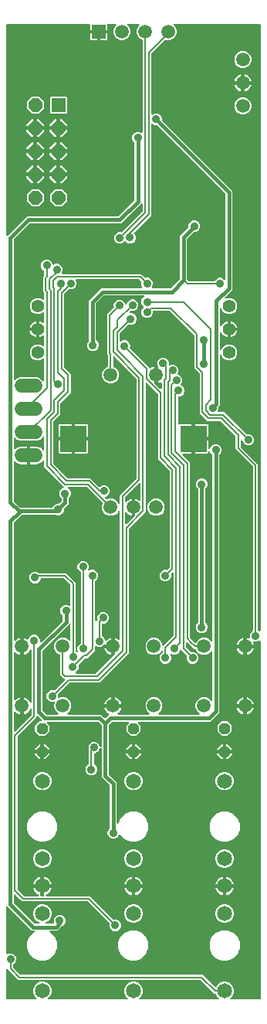
<source format=gbr>
G04 EAGLE Gerber RS-274X export*
G75*
%MOMM*%
%FSLAX34Y34*%
%LPD*%
%INTop Copper*%
%IPPOS*%
%AMOC8*
5,1,8,0,0,1.08239X$1,22.5*%
G01*
%ADD10C,1.650000*%
%ADD11P,1.319650X8X292.500000*%
%ADD12C,1.500000*%
%ADD13C,1.400000*%
%ADD14R,2.850000X2.850000*%
%ADD15R,1.500000X1.500000*%
%ADD16R,1.524000X1.524000*%
%ADD17P,1.649562X8X292.500000*%
%ADD18C,1.524000*%
%ADD19C,0.908000*%
%ADD20C,0.203200*%
%ADD21C,0.406400*%

G36*
X283462Y5589D02*
X283462Y5589D01*
X283520Y5587D01*
X283602Y5609D01*
X283686Y5621D01*
X283739Y5644D01*
X283795Y5659D01*
X283868Y5702D01*
X283945Y5737D01*
X283990Y5775D01*
X284040Y5804D01*
X284098Y5866D01*
X284162Y5920D01*
X284194Y5969D01*
X284234Y6012D01*
X284273Y6087D01*
X284320Y6157D01*
X284337Y6213D01*
X284364Y6265D01*
X284375Y6333D01*
X284405Y6428D01*
X284408Y6528D01*
X284419Y6596D01*
X284419Y398032D01*
X284415Y398061D01*
X284418Y398091D01*
X284395Y398202D01*
X284379Y398314D01*
X284367Y398340D01*
X284362Y398369D01*
X284310Y398470D01*
X284263Y398573D01*
X284244Y398596D01*
X284231Y398622D01*
X284153Y398704D01*
X284080Y398790D01*
X284055Y398806D01*
X284035Y398828D01*
X283937Y398885D01*
X283843Y398948D01*
X283815Y398957D01*
X283790Y398971D01*
X283680Y398999D01*
X283572Y399033D01*
X283543Y399034D01*
X283514Y399041D01*
X283401Y399038D01*
X283288Y399041D01*
X283259Y399033D01*
X283230Y399032D01*
X283122Y398998D01*
X283013Y398969D01*
X282987Y398954D01*
X282959Y398945D01*
X282896Y398899D01*
X282768Y398824D01*
X282725Y398778D01*
X282686Y398750D01*
X282579Y398643D01*
X280257Y397681D01*
X277743Y397681D01*
X277517Y397775D01*
X277450Y397792D01*
X277386Y397819D01*
X277313Y397828D01*
X277242Y397846D01*
X277173Y397844D01*
X277104Y397852D01*
X277031Y397840D01*
X276958Y397838D01*
X276892Y397817D01*
X276823Y397805D01*
X276757Y397774D01*
X276687Y397751D01*
X276629Y397713D01*
X276567Y397683D01*
X276512Y397634D01*
X276451Y397593D01*
X276406Y397540D01*
X276354Y397494D01*
X276315Y397432D01*
X276268Y397375D01*
X276240Y397312D01*
X276203Y397254D01*
X276182Y397183D01*
X276152Y397115D01*
X276143Y397047D01*
X276123Y396980D01*
X276123Y396907D01*
X276113Y396834D01*
X276123Y396765D01*
X276123Y396696D01*
X276142Y396637D01*
X276154Y396553D01*
X276201Y396447D01*
X276224Y396376D01*
X276334Y396159D01*
X276798Y394732D01*
X276830Y394531D01*
X269531Y394531D01*
X269531Y401830D01*
X269732Y401798D01*
X271159Y401334D01*
X271376Y401224D01*
X271442Y401201D01*
X271503Y401170D01*
X271575Y401155D01*
X271645Y401132D01*
X271714Y401128D01*
X271782Y401115D01*
X271855Y401121D01*
X271929Y401117D01*
X271996Y401133D01*
X272065Y401139D01*
X272134Y401166D01*
X272206Y401182D01*
X272266Y401216D01*
X272330Y401241D01*
X272389Y401286D01*
X272453Y401322D01*
X272502Y401371D01*
X272557Y401413D01*
X272601Y401472D01*
X272653Y401524D01*
X272686Y401585D01*
X272727Y401641D01*
X272753Y401709D01*
X272788Y401774D01*
X272803Y401842D01*
X272828Y401907D01*
X272834Y401980D01*
X272849Y402052D01*
X272845Y402121D01*
X272850Y402190D01*
X272836Y402250D01*
X272831Y402336D01*
X272792Y402444D01*
X272775Y402517D01*
X272681Y402743D01*
X272681Y405257D01*
X273643Y407579D01*
X275421Y409357D01*
X275579Y409422D01*
X275580Y409423D01*
X275581Y409423D01*
X275700Y409494D01*
X275823Y409567D01*
X275824Y409568D01*
X275826Y409569D01*
X275923Y409673D01*
X276019Y409773D01*
X276019Y409775D01*
X276020Y409776D01*
X276085Y409902D01*
X276149Y410026D01*
X276149Y410028D01*
X276150Y410029D01*
X276152Y410043D01*
X276204Y410305D01*
X276201Y410335D01*
X276205Y410360D01*
X276205Y589422D01*
X276193Y589508D01*
X276190Y589596D01*
X276173Y589649D01*
X276165Y589703D01*
X276130Y589783D01*
X276103Y589866D01*
X276075Y589906D01*
X276049Y589963D01*
X275953Y590076D01*
X275908Y590140D01*
X257205Y608842D01*
X257205Y622674D01*
X257193Y622761D01*
X257190Y622848D01*
X257173Y622901D01*
X257165Y622956D01*
X257130Y623036D01*
X257103Y623119D01*
X257075Y623158D01*
X257049Y623215D01*
X256953Y623329D01*
X256908Y623392D01*
X241044Y639256D01*
X240975Y639308D01*
X240911Y639368D01*
X240861Y639394D01*
X240817Y639427D01*
X240735Y639458D01*
X240658Y639498D01*
X240610Y639506D01*
X240551Y639528D01*
X240404Y639540D01*
X240326Y639553D01*
X226016Y639553D01*
X217553Y648016D01*
X217553Y691343D01*
X217541Y691429D01*
X217538Y691517D01*
X217521Y691569D01*
X217513Y691624D01*
X217478Y691704D01*
X217451Y691787D01*
X217423Y691827D01*
X217397Y691884D01*
X217301Y691997D01*
X217256Y692061D01*
X211617Y697699D01*
X211617Y733010D01*
X211605Y733096D01*
X211602Y733184D01*
X211585Y733237D01*
X211577Y733291D01*
X211542Y733371D01*
X211515Y733454D01*
X211487Y733494D01*
X211461Y733551D01*
X211365Y733664D01*
X211320Y733728D01*
X185140Y759908D01*
X185070Y759960D01*
X185006Y760020D01*
X184957Y760046D01*
X184913Y760079D01*
X184831Y760110D01*
X184753Y760150D01*
X184705Y760158D01*
X184647Y760180D01*
X184499Y760192D01*
X184422Y760205D01*
X167334Y760205D01*
X167276Y760197D01*
X167218Y760199D01*
X167136Y760177D01*
X167052Y760165D01*
X166999Y760142D01*
X166943Y760127D01*
X166870Y760084D01*
X166793Y760049D01*
X166748Y760011D01*
X166698Y759982D01*
X166640Y759920D01*
X166576Y759866D01*
X166544Y759817D01*
X166504Y759774D01*
X166465Y759699D01*
X166418Y759629D01*
X166401Y759573D01*
X166374Y759521D01*
X166363Y759453D01*
X166333Y759358D01*
X166330Y759258D01*
X166319Y759190D01*
X166319Y757543D01*
X165357Y755221D01*
X163579Y753443D01*
X161257Y752481D01*
X158743Y752481D01*
X156421Y753443D01*
X154643Y755221D01*
X153681Y757543D01*
X153681Y760057D01*
X154643Y762379D01*
X155902Y763638D01*
X155937Y763685D01*
X155980Y763725D01*
X156022Y763798D01*
X156073Y763865D01*
X156094Y763920D01*
X156123Y763970D01*
X156144Y764052D01*
X156174Y764131D01*
X156179Y764189D01*
X156193Y764246D01*
X156191Y764330D01*
X156198Y764414D01*
X156186Y764472D01*
X156184Y764530D01*
X156158Y764610D01*
X156142Y764693D01*
X156115Y764745D01*
X156097Y764801D01*
X156057Y764857D01*
X156011Y764945D01*
X155942Y765018D01*
X155902Y765074D01*
X154643Y766333D01*
X153681Y768655D01*
X153681Y771169D01*
X154643Y773491D01*
X156444Y775293D01*
X156494Y775315D01*
X156538Y775352D01*
X156586Y775380D01*
X156646Y775443D01*
X156711Y775499D01*
X156743Y775546D01*
X156782Y775587D01*
X156821Y775664D01*
X156869Y775735D01*
X156886Y775789D01*
X156912Y775840D01*
X156929Y775924D01*
X156955Y776006D01*
X156956Y776063D01*
X156967Y776119D01*
X156960Y776204D01*
X156962Y776290D01*
X156947Y776345D01*
X156943Y776402D01*
X156912Y776482D01*
X156890Y776565D01*
X156861Y776614D01*
X156841Y776667D01*
X156789Y776736D01*
X156745Y776810D01*
X156703Y776849D01*
X156669Y776894D01*
X156600Y776945D01*
X156537Y777004D01*
X156487Y777030D01*
X156441Y777064D01*
X156361Y777095D01*
X156284Y777134D01*
X156236Y777142D01*
X156175Y777165D01*
X156031Y777176D01*
X155953Y777189D01*
X112999Y777189D01*
X112912Y777177D01*
X112825Y777174D01*
X112772Y777157D01*
X112717Y777149D01*
X112638Y777114D01*
X112554Y777087D01*
X112515Y777059D01*
X112458Y777033D01*
X112345Y776937D01*
X112281Y776892D01*
X104108Y768719D01*
X104101Y768709D01*
X104100Y768708D01*
X104056Y768649D01*
X103996Y768585D01*
X103970Y768536D01*
X103937Y768492D01*
X103906Y768410D01*
X103866Y768332D01*
X103858Y768285D01*
X103836Y768226D01*
X103824Y768078D01*
X103811Y768001D01*
X103811Y728530D01*
X103823Y728443D01*
X103826Y728356D01*
X103843Y728303D01*
X103851Y728248D01*
X103886Y728169D01*
X103913Y728085D01*
X103941Y728046D01*
X103967Y727989D01*
X104063Y727876D01*
X104108Y727812D01*
X105929Y725991D01*
X106891Y723669D01*
X106891Y721155D01*
X105929Y718833D01*
X104151Y717055D01*
X101829Y716093D01*
X99315Y716093D01*
X96993Y717055D01*
X95215Y718833D01*
X94253Y721155D01*
X94253Y723669D01*
X95215Y725991D01*
X95892Y726668D01*
X95944Y726738D01*
X96004Y726802D01*
X96030Y726851D01*
X96063Y726895D01*
X96094Y726977D01*
X96134Y727055D01*
X96142Y727102D01*
X96164Y727161D01*
X96171Y727241D01*
X96175Y727256D01*
X96177Y727311D01*
X96189Y727386D01*
X96189Y771578D01*
X109422Y784811D01*
X153802Y784811D01*
X153832Y784815D01*
X153861Y784812D01*
X153972Y784835D01*
X154084Y784851D01*
X154111Y784863D01*
X154140Y784869D01*
X154240Y784921D01*
X154343Y784967D01*
X154366Y784986D01*
X154392Y785000D01*
X154474Y785077D01*
X154560Y785150D01*
X154577Y785175D01*
X154598Y785196D01*
X154655Y785293D01*
X154718Y785387D01*
X154727Y785415D01*
X154742Y785441D01*
X154769Y785550D01*
X154803Y785658D01*
X154804Y785688D01*
X154812Y785717D01*
X154808Y785829D01*
X154811Y785942D01*
X154803Y785971D01*
X154802Y786001D01*
X154767Y786108D01*
X154739Y786217D01*
X154724Y786243D01*
X154715Y786271D01*
X154692Y786303D01*
X153681Y788743D01*
X153681Y791257D01*
X153747Y791415D01*
X153747Y791416D01*
X153748Y791418D01*
X153781Y791547D01*
X153818Y791690D01*
X153818Y791692D01*
X153818Y791693D01*
X153814Y791828D01*
X153809Y791974D01*
X153809Y791976D01*
X153809Y791977D01*
X153765Y792114D01*
X153723Y792245D01*
X153722Y792246D01*
X153721Y792248D01*
X153713Y792260D01*
X153565Y792481D01*
X153541Y792501D01*
X153527Y792521D01*
X151464Y794584D01*
X151394Y794636D01*
X151330Y794696D01*
X151281Y794722D01*
X151237Y794755D01*
X151155Y794786D01*
X151077Y794826D01*
X151029Y794834D01*
X150971Y794856D01*
X150823Y794868D01*
X150746Y794881D01*
X82807Y794881D01*
X82693Y794865D01*
X82579Y794855D01*
X82553Y794845D01*
X82525Y794841D01*
X82421Y794794D01*
X82313Y794753D01*
X82291Y794737D01*
X82266Y794725D01*
X82178Y794651D01*
X82087Y794582D01*
X82070Y794559D01*
X82049Y794542D01*
X81985Y794446D01*
X81917Y794354D01*
X81907Y794328D01*
X81891Y794305D01*
X81857Y794195D01*
X81816Y794088D01*
X81814Y794060D01*
X81806Y794034D01*
X81803Y793919D01*
X81793Y793805D01*
X81799Y793780D01*
X81798Y793750D01*
X81865Y793493D01*
X81869Y793477D01*
X82752Y791345D01*
X82752Y788831D01*
X81790Y786509D01*
X80013Y784731D01*
X77690Y783769D01*
X75177Y783769D01*
X75019Y783835D01*
X75017Y783835D01*
X75016Y783836D01*
X74883Y783870D01*
X74744Y783906D01*
X74742Y783906D01*
X74740Y783906D01*
X74600Y783901D01*
X74459Y783897D01*
X74458Y783897D01*
X74456Y783897D01*
X74321Y783853D01*
X74189Y783811D01*
X74187Y783810D01*
X74186Y783809D01*
X74173Y783801D01*
X73953Y783653D01*
X73933Y783629D01*
X73912Y783615D01*
X69396Y779098D01*
X69344Y779028D01*
X69284Y778964D01*
X69258Y778915D01*
X69225Y778871D01*
X69194Y778789D01*
X69154Y778711D01*
X69146Y778664D01*
X69124Y778605D01*
X69112Y778458D01*
X69099Y778380D01*
X69099Y698626D01*
X69111Y698540D01*
X69114Y698452D01*
X69131Y698399D01*
X69139Y698345D01*
X69174Y698265D01*
X69201Y698182D01*
X69229Y698142D01*
X69255Y698085D01*
X69351Y697972D01*
X69396Y697908D01*
X76147Y691158D01*
X76147Y670447D01*
X65332Y659632D01*
X65280Y659563D01*
X65220Y659499D01*
X65194Y659449D01*
X65161Y659405D01*
X65130Y659323D01*
X65090Y659246D01*
X65082Y659198D01*
X65060Y659139D01*
X65048Y658992D01*
X65035Y658914D01*
X65035Y646888D01*
X57156Y639009D01*
X57104Y638939D01*
X57044Y638875D01*
X57018Y638826D01*
X56985Y638782D01*
X56954Y638700D01*
X56914Y638622D01*
X56906Y638575D01*
X56884Y638516D01*
X56872Y638368D01*
X56859Y638291D01*
X56859Y593262D01*
X56871Y593175D01*
X56874Y593088D01*
X56891Y593035D01*
X56899Y592980D01*
X56934Y592900D01*
X56961Y592817D01*
X56989Y592778D01*
X57015Y592721D01*
X57111Y592607D01*
X57156Y592544D01*
X72544Y577156D01*
X72613Y577104D01*
X72677Y577044D01*
X72727Y577018D01*
X72771Y576985D01*
X72853Y576954D01*
X72930Y576914D01*
X72978Y576906D01*
X73037Y576884D01*
X73184Y576872D01*
X73262Y576859D01*
X97841Y576859D01*
X107164Y567536D01*
X107211Y567501D01*
X107251Y567458D01*
X107324Y567416D01*
X107391Y567365D01*
X107446Y567344D01*
X107496Y567314D01*
X107578Y567294D01*
X107657Y567264D01*
X107715Y567259D01*
X107772Y567244D01*
X107856Y567247D01*
X107940Y567240D01*
X107997Y567252D01*
X108056Y567253D01*
X108136Y567279D01*
X108219Y567296D01*
X108271Y567323D01*
X108326Y567341D01*
X108383Y567381D01*
X108471Y567427D01*
X108544Y567496D01*
X108600Y567536D01*
X109286Y568222D01*
X111609Y569184D01*
X114122Y569184D01*
X116445Y568222D01*
X118222Y566445D01*
X119184Y564122D01*
X119184Y561609D01*
X118222Y559286D01*
X116445Y557509D01*
X114312Y556625D01*
X114213Y556567D01*
X114111Y556514D01*
X114091Y556495D01*
X114067Y556481D01*
X113989Y556398D01*
X113905Y556318D01*
X113891Y556294D01*
X113872Y556274D01*
X113820Y556172D01*
X113762Y556073D01*
X113755Y556046D01*
X113742Y556022D01*
X113720Y555909D01*
X113691Y555798D01*
X113692Y555770D01*
X113687Y555743D01*
X113697Y555628D01*
X113700Y555513D01*
X113709Y555487D01*
X113711Y555459D01*
X113753Y555352D01*
X113788Y555243D01*
X113802Y555223D01*
X113813Y555194D01*
X113975Y554981D01*
X113983Y554970D01*
X113985Y554967D01*
X115213Y553739D01*
X115215Y553738D01*
X115216Y553737D01*
X115335Y553648D01*
X115441Y553568D01*
X115442Y553568D01*
X115443Y553567D01*
X115580Y553515D01*
X115706Y553467D01*
X115708Y553467D01*
X115709Y553466D01*
X115854Y553455D01*
X115990Y553443D01*
X115991Y553444D01*
X115993Y553443D01*
X116008Y553447D01*
X116268Y553499D01*
X116295Y553513D01*
X116320Y553519D01*
X118154Y554279D01*
X121846Y554279D01*
X125256Y552866D01*
X127866Y550256D01*
X128300Y549208D01*
X128344Y549134D01*
X128379Y549056D01*
X128416Y549013D01*
X128445Y548964D01*
X128507Y548904D01*
X128563Y548839D01*
X128610Y548807D01*
X128651Y548768D01*
X128728Y548729D01*
X128799Y548681D01*
X128853Y548664D01*
X128904Y548638D01*
X128988Y548622D01*
X129070Y548596D01*
X129127Y548594D01*
X129183Y548583D01*
X129268Y548591D01*
X129354Y548588D01*
X129409Y548603D01*
X129466Y548608D01*
X129547Y548638D01*
X129629Y548660D01*
X129678Y548689D01*
X129731Y548710D01*
X129800Y548762D01*
X129874Y548805D01*
X129913Y548847D01*
X129958Y548881D01*
X130010Y548950D01*
X130068Y549013D01*
X130094Y549063D01*
X130128Y549109D01*
X130159Y549189D01*
X130198Y549266D01*
X130206Y549315D01*
X130229Y549375D01*
X130240Y549520D01*
X130253Y549597D01*
X130253Y558206D01*
X148232Y576184D01*
X148284Y576254D01*
X148344Y576318D01*
X148370Y576367D01*
X148403Y576411D01*
X148434Y576493D01*
X148474Y576571D01*
X148482Y576619D01*
X148504Y576677D01*
X148516Y576825D01*
X148529Y576902D01*
X148529Y685475D01*
X148517Y685562D01*
X148514Y685649D01*
X148497Y685702D01*
X148489Y685757D01*
X148454Y685837D01*
X148427Y685920D01*
X148399Y685959D01*
X148373Y686016D01*
X148277Y686129D01*
X148232Y686193D01*
X124528Y709897D01*
X124504Y709915D01*
X124485Y709937D01*
X124430Y709974D01*
X124425Y709979D01*
X124415Y709984D01*
X124391Y710000D01*
X124301Y710068D01*
X124273Y710079D01*
X124249Y710095D01*
X124141Y710129D01*
X124035Y710169D01*
X124006Y710172D01*
X123978Y710181D01*
X123864Y710184D01*
X123752Y710193D01*
X123723Y710187D01*
X123694Y710188D01*
X123584Y710159D01*
X123473Y710137D01*
X123447Y710124D01*
X123419Y710116D01*
X123321Y710058D01*
X123221Y710006D01*
X123199Y709986D01*
X123174Y709971D01*
X123097Y709888D01*
X123015Y709810D01*
X123000Y709785D01*
X122980Y709764D01*
X122928Y709663D01*
X122871Y709565D01*
X122864Y709537D01*
X122850Y709510D01*
X122837Y709433D01*
X122801Y709289D01*
X122803Y709227D01*
X122795Y709179D01*
X122795Y699564D01*
X122795Y699562D01*
X122795Y699561D01*
X122815Y699421D01*
X122835Y699282D01*
X122835Y699281D01*
X122835Y699279D01*
X122892Y699154D01*
X122951Y699023D01*
X122952Y699022D01*
X122953Y699020D01*
X123044Y698913D01*
X123134Y698806D01*
X123136Y698805D01*
X123137Y698804D01*
X123150Y698796D01*
X123371Y698648D01*
X123400Y698639D01*
X123421Y698626D01*
X125256Y697866D01*
X127866Y695256D01*
X129279Y691846D01*
X129279Y688154D01*
X127866Y684744D01*
X125256Y682134D01*
X121846Y680721D01*
X118154Y680721D01*
X114744Y682134D01*
X112134Y684744D01*
X110721Y688154D01*
X110721Y691846D01*
X112134Y695256D01*
X114744Y697866D01*
X116579Y698626D01*
X116580Y698627D01*
X116581Y698627D01*
X116700Y698697D01*
X116823Y698771D01*
X116824Y698772D01*
X116826Y698772D01*
X116923Y698877D01*
X117019Y698977D01*
X117019Y698979D01*
X117020Y698980D01*
X117083Y699102D01*
X117149Y699230D01*
X117149Y699232D01*
X117150Y699233D01*
X117152Y699248D01*
X117204Y699509D01*
X117201Y699539D01*
X117205Y699564D01*
X117205Y711052D01*
X117193Y711139D01*
X117190Y711226D01*
X117173Y711279D01*
X117165Y711333D01*
X117130Y711413D01*
X117103Y711496D01*
X117075Y711536D01*
X117049Y711593D01*
X116953Y711706D01*
X116908Y711770D01*
X116077Y712600D01*
X116077Y756508D01*
X123287Y763718D01*
X123288Y763719D01*
X123290Y763720D01*
X123374Y763834D01*
X123458Y763945D01*
X123459Y763947D01*
X123460Y763948D01*
X123509Y764078D01*
X123559Y764211D01*
X123560Y764213D01*
X123560Y764214D01*
X123571Y764345D01*
X123583Y764494D01*
X123583Y764496D01*
X123583Y764497D01*
X123579Y764512D01*
X123527Y764773D01*
X123513Y764800D01*
X123507Y764825D01*
X123442Y764982D01*
X123442Y767496D01*
X124404Y769819D01*
X126181Y771596D01*
X128504Y772558D01*
X131018Y772558D01*
X133340Y771596D01*
X135118Y769819D01*
X135912Y767901D01*
X135926Y767876D01*
X135935Y767848D01*
X135999Y767754D01*
X136056Y767657D01*
X136077Y767636D01*
X136094Y767612D01*
X136181Y767539D01*
X136263Y767461D01*
X136289Y767448D01*
X136311Y767429D01*
X136415Y767383D01*
X136516Y767331D01*
X136544Y767326D01*
X136571Y767314D01*
X136683Y767298D01*
X136794Y767276D01*
X136824Y767279D01*
X136853Y767275D01*
X136965Y767291D01*
X137078Y767301D01*
X137105Y767311D01*
X137134Y767315D01*
X137237Y767362D01*
X137343Y767403D01*
X137366Y767420D01*
X137393Y767432D01*
X137479Y767506D01*
X137570Y767574D01*
X137587Y767598D01*
X137610Y767617D01*
X137651Y767683D01*
X137740Y767802D01*
X137762Y767861D01*
X137788Y767901D01*
X138643Y769967D01*
X140421Y771745D01*
X142743Y772707D01*
X145257Y772707D01*
X147579Y771745D01*
X149357Y769967D01*
X150319Y767645D01*
X150319Y765131D01*
X149357Y762809D01*
X147579Y761031D01*
X145257Y760069D01*
X142743Y760069D01*
X142585Y760135D01*
X142584Y760135D01*
X142582Y760136D01*
X142449Y760170D01*
X142310Y760206D01*
X142308Y760206D01*
X142307Y760206D01*
X142166Y760201D01*
X142026Y760197D01*
X142024Y760197D01*
X142023Y760197D01*
X141887Y760153D01*
X141755Y760111D01*
X141754Y760110D01*
X141752Y760109D01*
X141740Y760101D01*
X141519Y759953D01*
X141499Y759929D01*
X141479Y759915D01*
X140828Y759264D01*
X140811Y759240D01*
X140788Y759221D01*
X140725Y759127D01*
X140657Y759037D01*
X140647Y759009D01*
X140631Y758985D01*
X140596Y758877D01*
X140556Y758771D01*
X140554Y758742D01*
X140545Y758714D01*
X140542Y758600D01*
X140533Y758488D01*
X140538Y758459D01*
X140538Y758430D01*
X140566Y758320D01*
X140588Y758209D01*
X140602Y758183D01*
X140609Y758155D01*
X140667Y758057D01*
X140719Y757957D01*
X140740Y757935D01*
X140755Y757910D01*
X140837Y757833D01*
X140915Y757751D01*
X140941Y757736D01*
X140962Y757716D01*
X141063Y757664D01*
X141160Y757607D01*
X141189Y757600D01*
X141215Y757586D01*
X141292Y757573D01*
X141436Y757537D01*
X141498Y757539D01*
X141546Y757531D01*
X143200Y757531D01*
X145522Y756569D01*
X147300Y754791D01*
X148262Y752469D01*
X148262Y749955D01*
X147300Y747633D01*
X145522Y745855D01*
X143200Y744893D01*
X140686Y744893D01*
X140528Y744959D01*
X140527Y744959D01*
X140525Y744960D01*
X140392Y744994D01*
X140253Y745030D01*
X140251Y745030D01*
X140250Y745030D01*
X140109Y745025D01*
X139969Y745021D01*
X139967Y745021D01*
X139966Y745021D01*
X139830Y744977D01*
X139698Y744935D01*
X139697Y744934D01*
X139695Y744933D01*
X139683Y744925D01*
X139462Y744777D01*
X139442Y744753D01*
X139422Y744739D01*
X130092Y735409D01*
X130040Y735339D01*
X129980Y735275D01*
X129954Y735226D01*
X129921Y735181D01*
X129890Y735100D01*
X129850Y735022D01*
X129842Y734974D01*
X129820Y734916D01*
X129808Y734768D01*
X129795Y734691D01*
X129795Y727796D01*
X129811Y727682D01*
X129821Y727567D01*
X129831Y727542D01*
X129835Y727514D01*
X129882Y727409D01*
X129923Y727302D01*
X129939Y727280D01*
X129951Y727255D01*
X130025Y727167D01*
X130094Y727075D01*
X130117Y727059D01*
X130134Y727038D01*
X130230Y726974D01*
X130322Y726905D01*
X130348Y726895D01*
X130371Y726880D01*
X130481Y726845D01*
X130588Y726805D01*
X130616Y726803D01*
X130642Y726794D01*
X130757Y726791D01*
X130871Y726782D01*
X130896Y726788D01*
X130926Y726787D01*
X131183Y726854D01*
X131199Y726858D01*
X133693Y727891D01*
X136206Y727891D01*
X138529Y726929D01*
X140306Y725151D01*
X141268Y722829D01*
X141268Y720315D01*
X141203Y720157D01*
X141203Y720156D01*
X141202Y720154D01*
X141168Y720021D01*
X141132Y719882D01*
X141132Y719880D01*
X141132Y719879D01*
X141136Y719738D01*
X141140Y719598D01*
X141141Y719596D01*
X141141Y719595D01*
X141185Y719459D01*
X141227Y719327D01*
X141228Y719326D01*
X141228Y719324D01*
X141237Y719312D01*
X141385Y719091D01*
X141408Y719071D01*
X141423Y719051D01*
X160312Y700162D01*
X162247Y698227D01*
X162247Y698143D01*
X162260Y698051D01*
X162263Y697959D01*
X162279Y697911D01*
X162287Y697861D01*
X162324Y697777D01*
X162353Y697690D01*
X162382Y697648D01*
X162403Y697602D01*
X162462Y697531D01*
X162514Y697456D01*
X162554Y697423D01*
X162586Y697385D01*
X162663Y697334D01*
X162734Y697275D01*
X162781Y697255D01*
X162823Y697227D01*
X162911Y697199D01*
X162995Y697163D01*
X163046Y697157D01*
X163094Y697141D01*
X163186Y697139D01*
X163277Y697127D01*
X163328Y697135D01*
X163378Y697134D01*
X163467Y697157D01*
X163558Y697171D01*
X163598Y697191D01*
X163653Y697206D01*
X163790Y697287D01*
X163859Y697321D01*
X165004Y698153D01*
X166341Y698834D01*
X167768Y699298D01*
X167969Y699330D01*
X167969Y691016D01*
X167977Y690958D01*
X167975Y690900D01*
X167997Y690818D01*
X168009Y690735D01*
X168033Y690681D01*
X168047Y690625D01*
X168090Y690552D01*
X168125Y690475D01*
X168163Y690431D01*
X168193Y690380D01*
X168254Y690323D01*
X168309Y690258D01*
X168357Y690226D01*
X168400Y690186D01*
X168475Y690147D01*
X168545Y690101D01*
X168601Y690083D01*
X168653Y690056D01*
X168721Y690045D01*
X168816Y690015D01*
X168916Y690012D01*
X168984Y690001D01*
X171016Y690001D01*
X171074Y690009D01*
X171132Y690008D01*
X171214Y690029D01*
X171297Y690041D01*
X171351Y690065D01*
X171407Y690079D01*
X171480Y690122D01*
X171557Y690157D01*
X171602Y690195D01*
X171652Y690225D01*
X171710Y690286D01*
X171774Y690341D01*
X171806Y690389D01*
X171846Y690432D01*
X171885Y690507D01*
X171931Y690577D01*
X171949Y690633D01*
X171976Y690685D01*
X171987Y690753D01*
X172017Y690848D01*
X172020Y690948D01*
X172031Y691016D01*
X172031Y698820D01*
X172027Y698851D01*
X172029Y698881D01*
X172012Y698958D01*
X171991Y699102D01*
X171965Y699160D01*
X171954Y699209D01*
X171132Y701194D01*
X171132Y703707D01*
X172094Y706030D01*
X173871Y707807D01*
X176194Y708769D01*
X178707Y708769D01*
X181030Y707807D01*
X182807Y706030D01*
X183769Y703707D01*
X183769Y701550D01*
X183785Y701436D01*
X183795Y701322D01*
X183805Y701296D01*
X183809Y701268D01*
X183856Y701164D01*
X183897Y701057D01*
X183914Y701034D01*
X183925Y701009D01*
X184000Y700921D01*
X184069Y700830D01*
X184091Y700813D01*
X184109Y700792D01*
X184205Y700728D01*
X184296Y700660D01*
X184322Y700650D01*
X184346Y700634D01*
X184455Y700600D01*
X184562Y700559D01*
X184590Y700557D01*
X184617Y700549D01*
X184731Y700546D01*
X184846Y700537D01*
X184870Y700542D01*
X184901Y700541D01*
X185158Y700608D01*
X185173Y700612D01*
X186879Y701319D01*
X189393Y701319D01*
X191715Y700357D01*
X193493Y698579D01*
X194455Y696257D01*
X194455Y693743D01*
X193447Y691310D01*
X193432Y691253D01*
X193408Y691200D01*
X193397Y691116D01*
X193376Y691034D01*
X193378Y690976D01*
X193370Y690918D01*
X193382Y690835D01*
X193384Y690750D01*
X193402Y690695D01*
X193410Y690637D01*
X193445Y690560D01*
X193471Y690480D01*
X193503Y690431D01*
X193527Y690378D01*
X193582Y690314D01*
X193629Y690243D01*
X193674Y690206D01*
X193712Y690161D01*
X193770Y690125D01*
X193847Y690060D01*
X193938Y690020D01*
X193996Y689983D01*
X195779Y689245D01*
X197557Y687467D01*
X198519Y685145D01*
X198519Y682631D01*
X197557Y680309D01*
X197253Y680005D01*
X197184Y679913D01*
X197110Y679825D01*
X197098Y679800D01*
X197082Y679777D01*
X197041Y679670D01*
X196994Y679565D01*
X196990Y679538D01*
X196980Y679512D01*
X196971Y679397D01*
X196955Y679284D01*
X196959Y679256D01*
X196957Y679228D01*
X196980Y679116D01*
X196996Y679002D01*
X197007Y678977D01*
X197013Y678950D01*
X197066Y678848D01*
X197113Y678743D01*
X197131Y678722D01*
X197144Y678697D01*
X197223Y678614D01*
X197297Y678527D01*
X197319Y678513D01*
X197340Y678491D01*
X197570Y678356D01*
X197582Y678349D01*
X197585Y678348D01*
X198103Y678133D01*
X199881Y676355D01*
X200843Y674033D01*
X200843Y671519D01*
X199881Y669197D01*
X198103Y667419D01*
X195781Y666457D01*
X194810Y666457D01*
X194752Y666449D01*
X194694Y666451D01*
X194612Y666429D01*
X194528Y666417D01*
X194475Y666394D01*
X194419Y666379D01*
X194346Y666336D01*
X194269Y666301D01*
X194224Y666263D01*
X194174Y666234D01*
X194116Y666172D01*
X194052Y666118D01*
X194020Y666069D01*
X193980Y666026D01*
X193941Y665951D01*
X193894Y665881D01*
X193877Y665825D01*
X193850Y665773D01*
X193839Y665705D01*
X193809Y665610D01*
X193806Y665510D01*
X193795Y665442D01*
X193795Y636620D01*
X193799Y636591D01*
X193796Y636562D01*
X193819Y636451D01*
X193835Y636339D01*
X193847Y636312D01*
X193852Y636283D01*
X193904Y636183D01*
X193951Y636080D01*
X193970Y636057D01*
X193983Y636031D01*
X194061Y635949D01*
X194134Y635863D01*
X194159Y635846D01*
X194179Y635825D01*
X194277Y635768D01*
X194371Y635705D01*
X194399Y635696D01*
X194425Y635681D01*
X194534Y635653D01*
X194642Y635619D01*
X194672Y635618D01*
X194700Y635611D01*
X194813Y635615D01*
X194926Y635612D01*
X194955Y635619D01*
X194984Y635620D01*
X195092Y635655D01*
X195201Y635684D01*
X195227Y635699D01*
X195255Y635708D01*
X195319Y635753D01*
X195446Y635829D01*
X195477Y635862D01*
X195965Y636144D01*
X196482Y636283D01*
X208969Y636283D01*
X208969Y621016D01*
X208977Y620958D01*
X208975Y620900D01*
X208997Y620818D01*
X209009Y620735D01*
X209033Y620681D01*
X209047Y620625D01*
X209090Y620552D01*
X209125Y620475D01*
X209163Y620431D01*
X209193Y620380D01*
X209254Y620323D01*
X209309Y620258D01*
X209357Y620226D01*
X209400Y620186D01*
X209475Y620147D01*
X209545Y620101D01*
X209601Y620083D01*
X209653Y620056D01*
X209721Y620045D01*
X209816Y620015D01*
X209916Y620012D01*
X209984Y620001D01*
X211001Y620001D01*
X211001Y619999D01*
X209984Y619999D01*
X209926Y619991D01*
X209868Y619992D01*
X209786Y619971D01*
X209703Y619959D01*
X209649Y619935D01*
X209593Y619921D01*
X209520Y619878D01*
X209443Y619843D01*
X209398Y619805D01*
X209348Y619775D01*
X209290Y619714D01*
X209226Y619659D01*
X209194Y619611D01*
X209154Y619568D01*
X209115Y619493D01*
X209069Y619423D01*
X209051Y619367D01*
X209024Y619315D01*
X209013Y619247D01*
X208983Y619152D01*
X208980Y619052D01*
X208969Y618984D01*
X208969Y603717D01*
X199686Y603717D01*
X199657Y603713D01*
X199628Y603716D01*
X199517Y603693D01*
X199405Y603677D01*
X199378Y603665D01*
X199349Y603660D01*
X199249Y603608D01*
X199145Y603561D01*
X199123Y603542D01*
X199097Y603529D01*
X199015Y603451D01*
X198928Y603378D01*
X198912Y603353D01*
X198891Y603333D01*
X198833Y603235D01*
X198771Y603141D01*
X198762Y603113D01*
X198747Y603088D01*
X198719Y602978D01*
X198685Y602870D01*
X198684Y602840D01*
X198677Y602812D01*
X198680Y602699D01*
X198678Y602586D01*
X198685Y602557D01*
X198686Y602528D01*
X198721Y602420D01*
X198749Y602311D01*
X198764Y602285D01*
X198773Y602257D01*
X198819Y602194D01*
X198895Y602066D01*
X198940Y602023D01*
X198968Y601984D01*
X206859Y594094D01*
X206859Y402514D01*
X206866Y402461D01*
X206865Y402427D01*
X206872Y402403D01*
X206874Y402340D01*
X206891Y402287D01*
X206899Y402233D01*
X206934Y402153D01*
X206961Y402070D01*
X206989Y402030D01*
X207015Y401973D01*
X207111Y401860D01*
X207156Y401796D01*
X210592Y398360D01*
X212553Y396400D01*
X212644Y396331D01*
X212732Y396257D01*
X212758Y396245D01*
X212780Y396229D01*
X212887Y396188D01*
X212992Y396141D01*
X213020Y396137D01*
X213045Y396128D01*
X213160Y396118D01*
X213274Y396102D01*
X213301Y396106D01*
X213329Y396104D01*
X213441Y396127D01*
X213555Y396143D01*
X213580Y396154D01*
X213608Y396160D01*
X213709Y396213D01*
X213814Y396260D01*
X213835Y396278D01*
X213860Y396291D01*
X213943Y396370D01*
X214031Y396444D01*
X214044Y396466D01*
X214066Y396487D01*
X214201Y396716D01*
X214209Y396729D01*
X214634Y397756D01*
X217244Y400366D01*
X220654Y401779D01*
X224346Y401779D01*
X227756Y400366D01*
X229872Y398250D01*
X229896Y398232D01*
X229915Y398210D01*
X230009Y398147D01*
X230099Y398079D01*
X230127Y398069D01*
X230151Y398052D01*
X230259Y398018D01*
X230365Y397978D01*
X230394Y397975D01*
X230422Y397967D01*
X230536Y397964D01*
X230648Y397954D01*
X230677Y397960D01*
X230706Y397959D01*
X230816Y397988D01*
X230927Y398010D01*
X230953Y398024D01*
X230981Y398031D01*
X231079Y398089D01*
X231179Y398141D01*
X231201Y398161D01*
X231226Y398176D01*
X231303Y398259D01*
X231385Y398337D01*
X231400Y398362D01*
X231420Y398384D01*
X231472Y398484D01*
X231529Y398582D01*
X231536Y398611D01*
X231550Y398637D01*
X231563Y398714D01*
X231599Y398858D01*
X231597Y398920D01*
X231605Y398968D01*
X231605Y602038D01*
X231593Y602125D01*
X231590Y602212D01*
X231573Y602265D01*
X231565Y602320D01*
X231530Y602399D01*
X231503Y602483D01*
X231475Y602522D01*
X231449Y602579D01*
X231353Y602692D01*
X231308Y602756D01*
X230059Y604005D01*
X229236Y605992D01*
X229192Y606066D01*
X229157Y606145D01*
X229120Y606188D01*
X229091Y606237D01*
X229029Y606296D01*
X228973Y606362D01*
X228926Y606393D01*
X228885Y606432D01*
X228808Y606472D01*
X228737Y606519D01*
X228683Y606537D01*
X228632Y606563D01*
X228548Y606579D01*
X228466Y606605D01*
X228409Y606607D01*
X228353Y606618D01*
X228268Y606610D01*
X228182Y606612D01*
X228127Y606598D01*
X228070Y606593D01*
X227989Y606562D01*
X227907Y606541D01*
X227858Y606512D01*
X227805Y606491D01*
X227736Y606439D01*
X227662Y606395D01*
X227623Y606354D01*
X227578Y606320D01*
X227526Y606251D01*
X227468Y606188D01*
X227442Y606137D01*
X227408Y606092D01*
X227389Y606042D01*
X227382Y606032D01*
X227373Y606004D01*
X227338Y605935D01*
X227330Y605886D01*
X227307Y605826D01*
X227304Y605784D01*
X227297Y605761D01*
X227294Y605674D01*
X227283Y605604D01*
X227283Y605482D01*
X227144Y604965D01*
X226877Y604502D01*
X226498Y604123D01*
X226035Y603856D01*
X225518Y603717D01*
X213031Y603717D01*
X213031Y617969D01*
X227283Y617969D01*
X227283Y609564D01*
X227295Y609479D01*
X227297Y609393D01*
X227315Y609339D01*
X227323Y609283D01*
X227358Y609204D01*
X227384Y609122D01*
X227416Y609075D01*
X227439Y609023D01*
X227494Y608958D01*
X227542Y608886D01*
X227586Y608850D01*
X227622Y608806D01*
X227694Y608759D01*
X227760Y608703D01*
X227812Y608680D01*
X227859Y608649D01*
X227941Y608623D01*
X228020Y608588D01*
X228076Y608580D01*
X228130Y608563D01*
X228216Y608561D01*
X228301Y608549D01*
X228357Y608557D01*
X228414Y608555D01*
X228497Y608577D01*
X228583Y608589D01*
X228634Y608613D01*
X228689Y608627D01*
X228763Y608671D01*
X228842Y608707D01*
X228885Y608743D01*
X228934Y608773D01*
X228993Y608835D01*
X229058Y608891D01*
X229084Y608933D01*
X229128Y608980D01*
X229194Y609109D01*
X229236Y609176D01*
X230059Y611163D01*
X231837Y612941D01*
X234159Y613903D01*
X236673Y613903D01*
X238995Y612941D01*
X240773Y611163D01*
X241735Y608841D01*
X241735Y606327D01*
X240773Y604005D01*
X239524Y602756D01*
X239472Y602686D01*
X239412Y602622D01*
X239386Y602573D01*
X239353Y602529D01*
X239322Y602447D01*
X239282Y602369D01*
X239274Y602322D01*
X239252Y602263D01*
X239240Y602115D01*
X239227Y602038D01*
X239227Y319838D01*
X229578Y310189D01*
X151098Y310189D01*
X151069Y310185D01*
X151040Y310188D01*
X150929Y310165D01*
X150817Y310149D01*
X150790Y310137D01*
X150761Y310132D01*
X150661Y310079D01*
X150557Y310033D01*
X150535Y310014D01*
X150509Y310001D01*
X150427Y309923D01*
X150340Y309850D01*
X150324Y309825D01*
X150303Y309805D01*
X150246Y309707D01*
X150183Y309613D01*
X150174Y309585D01*
X150159Y309560D01*
X150131Y309450D01*
X150097Y309342D01*
X150096Y309312D01*
X150089Y309284D01*
X150093Y309171D01*
X150090Y309058D01*
X150097Y309029D01*
X150098Y309000D01*
X150133Y308892D01*
X150162Y308783D01*
X150177Y308757D01*
X150186Y308729D01*
X150231Y308666D01*
X150307Y308538D01*
X150338Y308509D01*
X150340Y308505D01*
X150357Y308489D01*
X150380Y308456D01*
X152875Y305962D01*
X152875Y299438D01*
X148262Y294825D01*
X141738Y294825D01*
X137125Y299438D01*
X137125Y305962D01*
X139620Y308456D01*
X139637Y308480D01*
X139660Y308499D01*
X139722Y308593D01*
X139790Y308683D01*
X139801Y308711D01*
X139817Y308735D01*
X139851Y308843D01*
X139892Y308949D01*
X139894Y308978D01*
X139903Y309006D01*
X139906Y309120D01*
X139915Y309232D01*
X139910Y309261D01*
X139910Y309290D01*
X139882Y309400D01*
X139859Y309511D01*
X139846Y309537D01*
X139838Y309565D01*
X139781Y309663D01*
X139728Y309763D01*
X139708Y309785D01*
X139693Y309810D01*
X139611Y309887D01*
X139533Y309969D01*
X139507Y309984D01*
X139486Y310004D01*
X139385Y310056D01*
X139287Y310113D01*
X139259Y310120D01*
X139233Y310134D01*
X139155Y310147D01*
X139012Y310183D01*
X138949Y310181D01*
X138902Y310189D01*
X121999Y310189D01*
X121912Y310177D01*
X121825Y310174D01*
X121772Y310157D01*
X121717Y310149D01*
X121638Y310114D01*
X121554Y310087D01*
X121515Y310059D01*
X121458Y310033D01*
X121345Y309937D01*
X121281Y309892D01*
X118108Y306719D01*
X118056Y306649D01*
X117996Y306585D01*
X117970Y306536D01*
X117937Y306492D01*
X117906Y306410D01*
X117866Y306332D01*
X117858Y306285D01*
X117836Y306226D01*
X117824Y306078D01*
X117811Y306001D01*
X117811Y252999D01*
X117823Y252912D01*
X117826Y252825D01*
X117843Y252772D01*
X117851Y252717D01*
X117886Y252638D01*
X117913Y252554D01*
X117941Y252515D01*
X117967Y252458D01*
X118063Y252345D01*
X118108Y252281D01*
X126811Y243578D01*
X126811Y199336D01*
X126823Y199251D01*
X126825Y199165D01*
X126843Y199111D01*
X126851Y199054D01*
X126886Y198976D01*
X126912Y198894D01*
X126944Y198847D01*
X126967Y198795D01*
X127022Y198729D01*
X127070Y198658D01*
X127114Y198621D01*
X127150Y198578D01*
X127222Y198530D01*
X127288Y198475D01*
X127340Y198452D01*
X127387Y198420D01*
X127469Y198394D01*
X127548Y198360D01*
X127604Y198352D01*
X127658Y198335D01*
X127744Y198332D01*
X127829Y198321D01*
X127885Y198329D01*
X127942Y198327D01*
X128025Y198349D01*
X128110Y198361D01*
X128162Y198385D01*
X128217Y198399D01*
X128291Y198443D01*
X128370Y198478D01*
X128413Y198515D01*
X128462Y198544D01*
X128521Y198607D01*
X128586Y198663D01*
X128612Y198705D01*
X128656Y198752D01*
X128722Y198881D01*
X128764Y198947D01*
X131003Y204353D01*
X135647Y208997D01*
X141716Y211511D01*
X148284Y211511D01*
X154353Y208997D01*
X158997Y204353D01*
X161511Y198284D01*
X161511Y191716D01*
X158997Y185647D01*
X154353Y181003D01*
X148284Y178489D01*
X141716Y178489D01*
X135647Y181003D01*
X131003Y185647D01*
X130872Y185964D01*
X130857Y185989D01*
X130848Y186017D01*
X130785Y186111D01*
X130727Y186209D01*
X130706Y186229D01*
X130690Y186253D01*
X130603Y186326D01*
X130521Y186404D01*
X130495Y186417D01*
X130472Y186436D01*
X130369Y186482D01*
X130268Y186534D01*
X130239Y186540D01*
X130212Y186552D01*
X130100Y186567D01*
X129989Y186589D01*
X129960Y186586D01*
X129931Y186590D01*
X129818Y186574D01*
X129706Y186565D01*
X129678Y186554D01*
X129649Y186550D01*
X129546Y186503D01*
X129440Y186462D01*
X129417Y186445D01*
X129390Y186433D01*
X129304Y186359D01*
X129214Y186291D01*
X129196Y186267D01*
X129174Y186248D01*
X129132Y186182D01*
X129044Y186063D01*
X129021Y186005D01*
X128996Y185964D01*
X128357Y184421D01*
X126579Y182643D01*
X124257Y181681D01*
X121743Y181681D01*
X119421Y182643D01*
X117643Y184421D01*
X116681Y186743D01*
X116681Y189257D01*
X117643Y191579D01*
X118892Y192828D01*
X118944Y192898D01*
X119004Y192962D01*
X119030Y193011D01*
X119063Y193055D01*
X119094Y193137D01*
X119134Y193215D01*
X119142Y193262D01*
X119164Y193321D01*
X119176Y193469D01*
X119189Y193546D01*
X119189Y240001D01*
X119177Y240088D01*
X119174Y240175D01*
X119157Y240228D01*
X119149Y240283D01*
X119114Y240362D01*
X119087Y240446D01*
X119059Y240485D01*
X119033Y240542D01*
X118937Y240655D01*
X118892Y240719D01*
X110189Y249422D01*
X110189Y280345D01*
X110177Y280430D01*
X110175Y280516D01*
X110157Y280570D01*
X110149Y280627D01*
X110114Y280705D01*
X110088Y280787D01*
X110056Y280834D01*
X110033Y280886D01*
X109978Y280952D01*
X109930Y281023D01*
X109886Y281060D01*
X109850Y281103D01*
X109778Y281151D01*
X109712Y281206D01*
X109660Y281229D01*
X109613Y281261D01*
X109531Y281287D01*
X109452Y281322D01*
X109396Y281329D01*
X109342Y281346D01*
X109256Y281349D01*
X109171Y281360D01*
X109115Y281352D01*
X109058Y281354D01*
X108975Y281332D01*
X108890Y281320D01*
X108838Y281296D01*
X108783Y281282D01*
X108709Y281238D01*
X108630Y281203D01*
X108587Y281166D01*
X108538Y281137D01*
X108479Y281074D01*
X108414Y281018D01*
X108388Y280976D01*
X108344Y280929D01*
X108278Y280800D01*
X108236Y280734D01*
X107222Y278286D01*
X105445Y276509D01*
X103122Y275547D01*
X102571Y275547D01*
X102513Y275539D01*
X102454Y275540D01*
X102373Y275519D01*
X102289Y275507D01*
X102236Y275483D01*
X102179Y275468D01*
X102107Y275425D01*
X102030Y275391D01*
X101985Y275353D01*
X101935Y275323D01*
X101877Y275262D01*
X101813Y275207D01*
X101780Y275158D01*
X101740Y275116D01*
X101702Y275041D01*
X101655Y274970D01*
X101638Y274915D01*
X101611Y274863D01*
X101600Y274795D01*
X101569Y274699D01*
X101567Y274600D01*
X101556Y274532D01*
X101556Y264121D01*
X101556Y264119D01*
X101556Y264118D01*
X101576Y263978D01*
X101595Y263839D01*
X101596Y263838D01*
X101596Y263836D01*
X101653Y263710D01*
X101712Y263580D01*
X101713Y263579D01*
X101713Y263577D01*
X101805Y263470D01*
X101895Y263363D01*
X101897Y263362D01*
X101898Y263361D01*
X101911Y263353D01*
X102132Y263205D01*
X102161Y263196D01*
X102182Y263183D01*
X102340Y263118D01*
X104118Y261340D01*
X105080Y259018D01*
X105080Y256504D01*
X104118Y254181D01*
X102340Y252404D01*
X100018Y251442D01*
X97504Y251442D01*
X95181Y252404D01*
X93404Y254181D01*
X92442Y256504D01*
X92442Y259018D01*
X93404Y261340D01*
X95181Y263118D01*
X95339Y263183D01*
X95341Y263184D01*
X95342Y263184D01*
X95460Y263254D01*
X95584Y263327D01*
X95585Y263329D01*
X95587Y263329D01*
X95684Y263433D01*
X95779Y263534D01*
X95780Y263536D01*
X95781Y263537D01*
X95845Y263662D01*
X95910Y263787D01*
X95910Y263788D01*
X95911Y263790D01*
X95913Y263804D01*
X95965Y264066D01*
X95962Y264096D01*
X95966Y264121D01*
X95966Y279395D01*
X95962Y279425D01*
X95964Y279456D01*
X95947Y279533D01*
X95926Y279676D01*
X95900Y279735D01*
X95889Y279783D01*
X95547Y280609D01*
X95547Y283122D01*
X96509Y285445D01*
X98286Y287222D01*
X100609Y288184D01*
X103122Y288184D01*
X105445Y287222D01*
X107222Y285445D01*
X108236Y282997D01*
X108280Y282923D01*
X108315Y282845D01*
X108352Y282801D01*
X108381Y282753D01*
X108443Y282694D01*
X108499Y282628D01*
X108546Y282596D01*
X108587Y282557D01*
X108664Y282518D01*
X108735Y282470D01*
X108789Y282453D01*
X108840Y282427D01*
X108924Y282411D01*
X109006Y282385D01*
X109063Y282383D01*
X109119Y282372D01*
X109204Y282379D01*
X109290Y282377D01*
X109345Y282392D01*
X109402Y282397D01*
X109482Y282427D01*
X109565Y282449D01*
X109614Y282478D01*
X109667Y282499D01*
X109736Y282551D01*
X109810Y282594D01*
X109849Y282636D01*
X109894Y282670D01*
X109946Y282739D01*
X110004Y282802D01*
X110030Y282852D01*
X110064Y282898D01*
X110095Y282978D01*
X110134Y283055D01*
X110142Y283104D01*
X110165Y283164D01*
X110176Y283309D01*
X110189Y283386D01*
X110189Y306001D01*
X110177Y306088D01*
X110174Y306175D01*
X110157Y306228D01*
X110149Y306283D01*
X110114Y306362D01*
X110087Y306446D01*
X110059Y306485D01*
X110033Y306542D01*
X109937Y306655D01*
X109892Y306719D01*
X106719Y309892D01*
X106649Y309944D01*
X106585Y310004D01*
X106536Y310030D01*
X106492Y310063D01*
X106410Y310094D01*
X106332Y310134D01*
X106285Y310142D01*
X106226Y310164D01*
X106078Y310176D01*
X106001Y310189D01*
X51098Y310189D01*
X51069Y310185D01*
X51040Y310188D01*
X50929Y310165D01*
X50817Y310149D01*
X50790Y310137D01*
X50761Y310132D01*
X50661Y310079D01*
X50557Y310033D01*
X50535Y310014D01*
X50509Y310001D01*
X50427Y309923D01*
X50340Y309850D01*
X50324Y309825D01*
X50303Y309805D01*
X50246Y309707D01*
X50183Y309613D01*
X50174Y309585D01*
X50159Y309560D01*
X50131Y309450D01*
X50097Y309342D01*
X50096Y309312D01*
X50089Y309284D01*
X50093Y309171D01*
X50090Y309058D01*
X50097Y309029D01*
X50098Y309000D01*
X50133Y308892D01*
X50162Y308783D01*
X50177Y308757D01*
X50186Y308729D01*
X50231Y308666D01*
X50307Y308538D01*
X50338Y308509D01*
X50340Y308505D01*
X50357Y308489D01*
X50380Y308456D01*
X52875Y305962D01*
X52875Y299438D01*
X48262Y294825D01*
X41738Y294825D01*
X37125Y299438D01*
X37125Y305962D01*
X41738Y310575D01*
X43585Y310575D01*
X43614Y310579D01*
X43643Y310576D01*
X43754Y310599D01*
X43867Y310615D01*
X43893Y310627D01*
X43922Y310632D01*
X44023Y310684D01*
X44126Y310731D01*
X44148Y310750D01*
X44174Y310763D01*
X44257Y310841D01*
X44343Y310914D01*
X44359Y310939D01*
X44381Y310959D01*
X44438Y311057D01*
X44501Y311151D01*
X44509Y311179D01*
X44524Y311204D01*
X44552Y311314D01*
X44586Y311422D01*
X44587Y311451D01*
X44594Y311480D01*
X44591Y311593D01*
X44594Y311706D01*
X44586Y311735D01*
X44585Y311764D01*
X44550Y311872D01*
X44522Y311981D01*
X44507Y312007D01*
X44498Y312035D01*
X44452Y312099D01*
X44377Y312226D01*
X44331Y312269D01*
X44303Y312308D01*
X43892Y312719D01*
X40528Y316083D01*
X40504Y316101D01*
X40485Y316123D01*
X40391Y316186D01*
X40301Y316254D01*
X40273Y316264D01*
X40249Y316281D01*
X40141Y316315D01*
X40035Y316355D01*
X40006Y316358D01*
X39978Y316366D01*
X39864Y316369D01*
X39752Y316379D01*
X39723Y316373D01*
X39694Y316374D01*
X39584Y316345D01*
X39473Y316323D01*
X39447Y316309D01*
X39419Y316302D01*
X39321Y316244D01*
X39221Y316192D01*
X39199Y316172D01*
X39174Y316157D01*
X39097Y316074D01*
X39015Y315996D01*
X39000Y315971D01*
X38980Y315949D01*
X38928Y315848D01*
X38871Y315751D01*
X38864Y315722D01*
X38850Y315696D01*
X38837Y315619D01*
X38801Y315475D01*
X38803Y315413D01*
X38795Y315365D01*
X38795Y314842D01*
X18172Y294220D01*
X18120Y294150D01*
X18060Y294086D01*
X18034Y294037D01*
X18001Y293993D01*
X17970Y293911D01*
X17930Y293833D01*
X17922Y293785D01*
X17900Y293727D01*
X17888Y293579D01*
X17875Y293502D01*
X17875Y126498D01*
X17887Y126412D01*
X17890Y126324D01*
X17907Y126271D01*
X17915Y126217D01*
X17950Y126137D01*
X17977Y126054D01*
X18005Y126014D01*
X18031Y125957D01*
X18127Y125844D01*
X18172Y125780D01*
X24860Y119092D01*
X24930Y119040D01*
X24994Y118980D01*
X25043Y118954D01*
X25087Y118921D01*
X25169Y118890D01*
X25247Y118850D01*
X25295Y118842D01*
X25353Y118820D01*
X25501Y118808D01*
X25578Y118795D01*
X40113Y118795D01*
X40159Y118801D01*
X40205Y118799D01*
X40299Y118821D01*
X40395Y118835D01*
X40437Y118853D01*
X40482Y118864D01*
X40566Y118911D01*
X40654Y118951D01*
X40689Y118981D01*
X40730Y119003D01*
X40797Y119072D01*
X40871Y119134D01*
X40897Y119173D01*
X40929Y119206D01*
X40975Y119291D01*
X41029Y119371D01*
X41043Y119415D01*
X41065Y119456D01*
X41085Y119550D01*
X41114Y119642D01*
X41116Y119688D01*
X41125Y119733D01*
X41119Y119830D01*
X41122Y119926D01*
X41110Y119971D01*
X41107Y120017D01*
X41074Y120108D01*
X41050Y120201D01*
X41026Y120241D01*
X41011Y120285D01*
X40954Y120363D01*
X40905Y120446D01*
X40871Y120477D01*
X40844Y120515D01*
X40783Y120560D01*
X40697Y120640D01*
X40623Y120678D01*
X40574Y120715D01*
X39611Y121205D01*
X38301Y122157D01*
X37157Y123301D01*
X36205Y124611D01*
X35471Y126053D01*
X34970Y127592D01*
X34911Y127969D01*
X42969Y127969D01*
X42969Y119810D01*
X42977Y119752D01*
X42975Y119694D01*
X42997Y119612D01*
X43009Y119528D01*
X43033Y119475D01*
X43047Y119419D01*
X43090Y119346D01*
X43125Y119269D01*
X43163Y119224D01*
X43193Y119174D01*
X43254Y119116D01*
X43309Y119052D01*
X43357Y119020D01*
X43400Y118980D01*
X43475Y118941D01*
X43545Y118894D01*
X43601Y118877D01*
X43653Y118850D01*
X43721Y118839D01*
X43816Y118809D01*
X43916Y118806D01*
X43984Y118795D01*
X46016Y118795D01*
X46074Y118803D01*
X46132Y118801D01*
X46214Y118823D01*
X46297Y118835D01*
X46351Y118858D01*
X46407Y118873D01*
X46480Y118916D01*
X46557Y118951D01*
X46602Y118989D01*
X46652Y119018D01*
X46710Y119080D01*
X46774Y119134D01*
X46806Y119183D01*
X46846Y119226D01*
X46885Y119301D01*
X46931Y119371D01*
X46949Y119427D01*
X46976Y119479D01*
X46987Y119547D01*
X47017Y119642D01*
X47020Y119742D01*
X47031Y119810D01*
X47031Y127969D01*
X55089Y127969D01*
X55030Y127592D01*
X54529Y126053D01*
X53795Y124611D01*
X52843Y123301D01*
X51699Y122157D01*
X50389Y121205D01*
X49426Y120715D01*
X49388Y120688D01*
X49346Y120669D01*
X49272Y120607D01*
X49193Y120551D01*
X49164Y120515D01*
X49129Y120485D01*
X49076Y120405D01*
X49015Y120330D01*
X48997Y120287D01*
X48971Y120249D01*
X48942Y120157D01*
X48905Y120068D01*
X48900Y120022D01*
X48886Y119978D01*
X48883Y119881D01*
X48872Y119785D01*
X48880Y119740D01*
X48878Y119694D01*
X48903Y119600D01*
X48919Y119505D01*
X48938Y119463D01*
X48950Y119419D01*
X48999Y119336D01*
X49041Y119248D01*
X49072Y119214D01*
X49095Y119174D01*
X49166Y119108D01*
X49230Y119036D01*
X49269Y119011D01*
X49303Y118980D01*
X49389Y118936D01*
X49470Y118884D01*
X49515Y118871D01*
X49556Y118850D01*
X49630Y118838D01*
X49743Y118805D01*
X49827Y118805D01*
X49887Y118795D01*
X97158Y118795D01*
X99092Y116860D01*
X122479Y93473D01*
X122480Y93472D01*
X122481Y93471D01*
X122595Y93386D01*
X122706Y93303D01*
X122708Y93302D01*
X122709Y93301D01*
X122839Y93252D01*
X122972Y93201D01*
X122973Y93201D01*
X122975Y93201D01*
X123113Y93190D01*
X123255Y93178D01*
X123257Y93178D01*
X123258Y93178D01*
X123273Y93181D01*
X123534Y93234D01*
X123561Y93248D01*
X123585Y93253D01*
X123743Y93319D01*
X126257Y93319D01*
X128579Y92357D01*
X130357Y90579D01*
X131319Y88257D01*
X131319Y85743D01*
X130357Y83421D01*
X128579Y81643D01*
X126257Y80681D01*
X123743Y80681D01*
X121421Y81643D01*
X119643Y83421D01*
X118681Y85743D01*
X118681Y88257D01*
X118747Y88415D01*
X118747Y88416D01*
X118748Y88418D01*
X118782Y88551D01*
X118818Y88690D01*
X118818Y88692D01*
X118818Y88693D01*
X118813Y88834D01*
X118809Y88974D01*
X118809Y88976D01*
X118809Y88977D01*
X118766Y89110D01*
X118723Y89245D01*
X118722Y89246D01*
X118721Y89248D01*
X118713Y89260D01*
X118565Y89481D01*
X118541Y89501D01*
X118527Y89521D01*
X95140Y112908D01*
X95070Y112960D01*
X95006Y113020D01*
X94957Y113046D01*
X94913Y113079D01*
X94831Y113110D01*
X94753Y113150D01*
X94705Y113158D01*
X94647Y113180D01*
X94499Y113192D01*
X94422Y113205D01*
X22842Y113205D01*
X20908Y115140D01*
X15544Y120504D01*
X15520Y120521D01*
X15501Y120544D01*
X15407Y120607D01*
X15317Y120675D01*
X15289Y120685D01*
X15265Y120701D01*
X15157Y120736D01*
X15051Y120776D01*
X15022Y120778D01*
X14994Y120787D01*
X14880Y120790D01*
X14768Y120799D01*
X14739Y120794D01*
X14710Y120794D01*
X14600Y120766D01*
X14489Y120744D01*
X14463Y120730D01*
X14435Y120723D01*
X14337Y120665D01*
X14237Y120613D01*
X14215Y120592D01*
X14190Y120577D01*
X14113Y120495D01*
X14031Y120417D01*
X14016Y120391D01*
X13996Y120370D01*
X13944Y120269D01*
X13887Y120172D01*
X13880Y120143D01*
X13866Y120117D01*
X13853Y120040D01*
X13817Y119896D01*
X13819Y119834D01*
X13811Y119786D01*
X13811Y111999D01*
X13823Y111912D01*
X13826Y111825D01*
X13843Y111772D01*
X13851Y111717D01*
X13886Y111638D01*
X13913Y111554D01*
X13941Y111515D01*
X13967Y111458D01*
X14063Y111345D01*
X14108Y111281D01*
X36281Y89108D01*
X36351Y89056D01*
X36415Y88996D01*
X36464Y88970D01*
X36508Y88937D01*
X36590Y88906D01*
X36668Y88866D01*
X36715Y88858D01*
X36774Y88836D01*
X36922Y88824D01*
X36999Y88811D01*
X40703Y88811D01*
X40788Y88823D01*
X40874Y88825D01*
X40928Y88843D01*
X40984Y88851D01*
X41063Y88886D01*
X41145Y88912D01*
X41192Y88944D01*
X41244Y88967D01*
X41309Y89022D01*
X41381Y89070D01*
X41417Y89114D01*
X41461Y89150D01*
X41509Y89222D01*
X41564Y89288D01*
X41587Y89340D01*
X41618Y89387D01*
X41644Y89469D01*
X41679Y89548D01*
X41687Y89604D01*
X41704Y89658D01*
X41706Y89744D01*
X41718Y89829D01*
X41710Y89885D01*
X41712Y89942D01*
X41690Y90025D01*
X41678Y90111D01*
X41654Y90162D01*
X41640Y90217D01*
X41596Y90291D01*
X41560Y90370D01*
X41524Y90413D01*
X41494Y90462D01*
X41432Y90521D01*
X41376Y90586D01*
X41334Y90612D01*
X41287Y90656D01*
X41158Y90722D01*
X41091Y90764D01*
X39319Y91498D01*
X36498Y94319D01*
X34971Y98005D01*
X34971Y101995D01*
X36498Y105681D01*
X39319Y108502D01*
X43005Y110029D01*
X46995Y110029D01*
X50681Y108502D01*
X53502Y105681D01*
X55029Y101995D01*
X55029Y98005D01*
X53502Y94319D01*
X50681Y91498D01*
X48909Y90764D01*
X48835Y90720D01*
X48756Y90685D01*
X48713Y90648D01*
X48664Y90619D01*
X48605Y90557D01*
X48539Y90501D01*
X48508Y90454D01*
X48469Y90413D01*
X48429Y90336D01*
X48382Y90265D01*
X48364Y90211D01*
X48338Y90160D01*
X48322Y90076D01*
X48296Y89994D01*
X48294Y89937D01*
X48283Y89881D01*
X48291Y89796D01*
X48288Y89710D01*
X48303Y89655D01*
X48308Y89598D01*
X48339Y89517D01*
X48360Y89435D01*
X48389Y89386D01*
X48410Y89333D01*
X48462Y89264D01*
X48506Y89190D01*
X48547Y89151D01*
X48581Y89106D01*
X48650Y89054D01*
X48713Y88996D01*
X48764Y88970D01*
X48809Y88936D01*
X48889Y88905D01*
X48966Y88866D01*
X49015Y88858D01*
X49075Y88835D01*
X49220Y88824D01*
X49297Y88811D01*
X56962Y88811D01*
X57076Y88827D01*
X57190Y88837D01*
X57216Y88847D01*
X57244Y88851D01*
X57349Y88898D01*
X57456Y88939D01*
X57478Y88955D01*
X57503Y88967D01*
X57591Y89041D01*
X57682Y89110D01*
X57699Y89133D01*
X57720Y89150D01*
X57784Y89246D01*
X57853Y89338D01*
X57862Y89364D01*
X57878Y89387D01*
X57912Y89497D01*
X57953Y89604D01*
X57955Y89632D01*
X57964Y89658D01*
X57966Y89773D01*
X57976Y89887D01*
X57970Y89912D01*
X57971Y89942D01*
X57904Y90199D01*
X57900Y90215D01*
X57681Y90743D01*
X57681Y93257D01*
X58643Y95579D01*
X60421Y97357D01*
X62743Y98319D01*
X65257Y98319D01*
X67579Y97357D01*
X69357Y95579D01*
X70319Y93257D01*
X70319Y90743D01*
X69357Y88421D01*
X67579Y86643D01*
X66832Y86334D01*
X66806Y86318D01*
X66776Y86309D01*
X66712Y86263D01*
X66587Y86189D01*
X66543Y86142D01*
X66503Y86114D01*
X65281Y84892D01*
X61578Y81189D01*
X54164Y81189D01*
X54079Y81177D01*
X53993Y81175D01*
X53939Y81157D01*
X53883Y81149D01*
X53804Y81114D01*
X53723Y81088D01*
X53675Y81056D01*
X53623Y81033D01*
X53558Y80978D01*
X53486Y80930D01*
X53450Y80886D01*
X53406Y80850D01*
X53359Y80778D01*
X53303Y80712D01*
X53280Y80660D01*
X53249Y80613D01*
X53223Y80531D01*
X53188Y80452D01*
X53180Y80396D01*
X53163Y80342D01*
X53161Y80256D01*
X53149Y80171D01*
X53157Y80115D01*
X53156Y80058D01*
X53177Y79975D01*
X53190Y79889D01*
X53213Y79838D01*
X53228Y79783D01*
X53271Y79709D01*
X53307Y79630D01*
X53344Y79587D01*
X53373Y79538D01*
X53435Y79479D01*
X53491Y79414D01*
X53533Y79388D01*
X53580Y79344D01*
X53709Y79278D01*
X53776Y79236D01*
X54353Y78997D01*
X58997Y74353D01*
X61511Y68284D01*
X61511Y61716D01*
X58997Y55647D01*
X54353Y51003D01*
X48284Y48489D01*
X41716Y48489D01*
X35647Y51003D01*
X31003Y55647D01*
X28489Y61716D01*
X28489Y68284D01*
X31003Y74353D01*
X35647Y78997D01*
X36224Y79236D01*
X36298Y79280D01*
X36377Y79315D01*
X36420Y79352D01*
X36469Y79381D01*
X36528Y79443D01*
X36594Y79499D01*
X36625Y79546D01*
X36664Y79587D01*
X36704Y79664D01*
X36751Y79735D01*
X36768Y79789D01*
X36794Y79840D01*
X36811Y79924D01*
X36837Y80006D01*
X36838Y80063D01*
X36849Y80119D01*
X36842Y80204D01*
X36844Y80290D01*
X36830Y80345D01*
X36825Y80402D01*
X36794Y80482D01*
X36772Y80565D01*
X36743Y80614D01*
X36723Y80667D01*
X36671Y80736D01*
X36627Y80810D01*
X36586Y80849D01*
X36551Y80894D01*
X36483Y80946D01*
X36420Y81004D01*
X36369Y81030D01*
X36324Y81064D01*
X36243Y81095D01*
X36167Y81134D01*
X36118Y81142D01*
X36058Y81165D01*
X35913Y81176D01*
X35836Y81189D01*
X33422Y81189D01*
X30892Y83719D01*
X7314Y107297D01*
X7290Y107315D01*
X7271Y107337D01*
X7177Y107400D01*
X7087Y107468D01*
X7059Y107478D01*
X7035Y107495D01*
X6927Y107529D01*
X6821Y107569D01*
X6792Y107572D01*
X6764Y107580D01*
X6650Y107583D01*
X6538Y107593D01*
X6509Y107587D01*
X6480Y107588D01*
X6370Y107559D01*
X6259Y107537D01*
X6233Y107523D01*
X6205Y107516D01*
X6107Y107458D01*
X6007Y107406D01*
X5985Y107386D01*
X5960Y107371D01*
X5883Y107288D01*
X5801Y107210D01*
X5786Y107185D01*
X5766Y107163D01*
X5714Y107062D01*
X5657Y106965D01*
X5650Y106936D01*
X5636Y106910D01*
X5623Y106833D01*
X5587Y106689D01*
X5589Y106627D01*
X5581Y106579D01*
X5581Y56479D01*
X5597Y56365D01*
X5607Y56250D01*
X5617Y56225D01*
X5621Y56197D01*
X5668Y56092D01*
X5709Y55985D01*
X5725Y55963D01*
X5737Y55938D01*
X5811Y55850D01*
X5880Y55758D01*
X5903Y55742D01*
X5920Y55721D01*
X6016Y55657D01*
X6108Y55588D01*
X6134Y55578D01*
X6157Y55563D01*
X6267Y55528D01*
X6374Y55488D01*
X6402Y55486D01*
X6428Y55477D01*
X6543Y55474D01*
X6657Y55465D01*
X6682Y55471D01*
X6712Y55470D01*
X6969Y55537D01*
X6985Y55541D01*
X8863Y56319D01*
X11377Y56319D01*
X13699Y55357D01*
X15477Y53579D01*
X16439Y51257D01*
X16439Y48743D01*
X15477Y46421D01*
X13699Y44643D01*
X13541Y44578D01*
X13540Y44577D01*
X13539Y44577D01*
X13420Y44506D01*
X13297Y44433D01*
X13296Y44432D01*
X13294Y44431D01*
X13197Y44327D01*
X13101Y44227D01*
X13101Y44225D01*
X13100Y44224D01*
X13035Y44098D01*
X12971Y43974D01*
X12971Y43972D01*
X12970Y43971D01*
X12968Y43956D01*
X12916Y43695D01*
X12919Y43665D01*
X12915Y43640D01*
X12915Y41458D01*
X12927Y41372D01*
X12930Y41284D01*
X12947Y41231D01*
X12955Y41177D01*
X12990Y41097D01*
X13017Y41014D01*
X13045Y40974D01*
X13071Y40917D01*
X13167Y40804D01*
X13212Y40740D01*
X20860Y33092D01*
X20930Y33040D01*
X20994Y32980D01*
X21043Y32954D01*
X21087Y32921D01*
X21169Y32890D01*
X21247Y32850D01*
X21295Y32842D01*
X21353Y32820D01*
X21501Y32808D01*
X21578Y32795D01*
X221158Y32795D01*
X223092Y30860D01*
X234479Y19474D01*
X234570Y19405D01*
X234658Y19331D01*
X234684Y19319D01*
X234706Y19303D01*
X234813Y19262D01*
X234918Y19215D01*
X234946Y19211D01*
X234971Y19202D01*
X235086Y19192D01*
X235200Y19176D01*
X235227Y19180D01*
X235255Y19178D01*
X235367Y19201D01*
X235481Y19217D01*
X235506Y19228D01*
X235534Y19234D01*
X235636Y19287D01*
X235740Y19334D01*
X235761Y19352D01*
X235786Y19365D01*
X235869Y19444D01*
X235957Y19518D01*
X235970Y19540D01*
X235992Y19561D01*
X236127Y19790D01*
X236134Y19803D01*
X236498Y20681D01*
X239319Y23502D01*
X243005Y25029D01*
X246995Y25029D01*
X250681Y23502D01*
X253502Y20681D01*
X255029Y16995D01*
X255029Y13005D01*
X253502Y9319D01*
X251497Y7314D01*
X251479Y7290D01*
X251457Y7271D01*
X251394Y7177D01*
X251326Y7087D01*
X251315Y7059D01*
X251299Y7035D01*
X251265Y6927D01*
X251225Y6821D01*
X251222Y6792D01*
X251213Y6764D01*
X251210Y6650D01*
X251201Y6538D01*
X251207Y6509D01*
X251206Y6480D01*
X251235Y6370D01*
X251257Y6259D01*
X251270Y6233D01*
X251278Y6205D01*
X251336Y6107D01*
X251388Y6007D01*
X251408Y5985D01*
X251423Y5960D01*
X251506Y5883D01*
X251584Y5801D01*
X251609Y5786D01*
X251630Y5766D01*
X251731Y5714D01*
X251829Y5657D01*
X251857Y5650D01*
X251883Y5636D01*
X251961Y5623D01*
X252104Y5587D01*
X252167Y5589D01*
X252215Y5581D01*
X283404Y5581D01*
X283462Y5589D01*
G37*
G36*
X6599Y842415D02*
X6599Y842415D01*
X6712Y842412D01*
X6741Y842420D01*
X6770Y842421D01*
X6878Y842456D01*
X6987Y842484D01*
X7013Y842499D01*
X7041Y842508D01*
X7105Y842554D01*
X7232Y842629D01*
X7275Y842675D01*
X7314Y842703D01*
X8719Y844108D01*
X28422Y863811D01*
X128001Y863811D01*
X128088Y863823D01*
X128175Y863826D01*
X128228Y863843D01*
X128283Y863851D01*
X128362Y863886D01*
X128446Y863913D01*
X128485Y863941D01*
X128542Y863967D01*
X128655Y864063D01*
X128719Y864108D01*
X145892Y881281D01*
X145944Y881351D01*
X146004Y881415D01*
X146030Y881464D01*
X146063Y881508D01*
X146094Y881590D01*
X146134Y881668D01*
X146142Y881715D01*
X146164Y881774D01*
X146176Y881922D01*
X146189Y881999D01*
X146189Y944454D01*
X146177Y944541D01*
X146174Y944628D01*
X146157Y944681D01*
X146149Y944736D01*
X146114Y944815D01*
X146087Y944899D01*
X146059Y944938D01*
X146033Y944995D01*
X145937Y945108D01*
X145892Y945172D01*
X144643Y946421D01*
X143681Y948743D01*
X143681Y951257D01*
X144643Y953579D01*
X146421Y955357D01*
X148743Y956319D01*
X151257Y956319D01*
X153501Y955389D01*
X153613Y955360D01*
X153722Y955326D01*
X153750Y955325D01*
X153777Y955318D01*
X153891Y955321D01*
X154006Y955318D01*
X154033Y955325D01*
X154061Y955326D01*
X154170Y955361D01*
X154281Y955390D01*
X154305Y955404D01*
X154332Y955413D01*
X154427Y955477D01*
X154526Y955535D01*
X154545Y955556D01*
X154568Y955571D01*
X154642Y955659D01*
X154720Y955743D01*
X154733Y955767D01*
X154751Y955789D01*
X154798Y955894D01*
X154850Y955996D01*
X154854Y956021D01*
X154866Y956048D01*
X154903Y956312D01*
X154905Y956327D01*
X154905Y1056436D01*
X154905Y1056438D01*
X154905Y1056439D01*
X154885Y1056579D01*
X154865Y1056718D01*
X154865Y1056719D01*
X154865Y1056721D01*
X154808Y1056846D01*
X154749Y1056977D01*
X154748Y1056978D01*
X154747Y1056980D01*
X154656Y1057087D01*
X154566Y1057194D01*
X154564Y1057195D01*
X154563Y1057196D01*
X154550Y1057204D01*
X154329Y1057352D01*
X154300Y1057361D01*
X154279Y1057374D01*
X152444Y1058134D01*
X149834Y1060744D01*
X148421Y1064154D01*
X148421Y1067846D01*
X149834Y1071256D01*
X151264Y1072686D01*
X151282Y1072710D01*
X151304Y1072729D01*
X151367Y1072823D01*
X151435Y1072913D01*
X151445Y1072941D01*
X151462Y1072965D01*
X151496Y1073073D01*
X151536Y1073179D01*
X151539Y1073208D01*
X151547Y1073236D01*
X151550Y1073350D01*
X151560Y1073462D01*
X151554Y1073491D01*
X151555Y1073520D01*
X151526Y1073630D01*
X151504Y1073741D01*
X151490Y1073767D01*
X151483Y1073795D01*
X151425Y1073893D01*
X151373Y1073993D01*
X151353Y1074015D01*
X151338Y1074040D01*
X151255Y1074117D01*
X151177Y1074199D01*
X151152Y1074214D01*
X151130Y1074234D01*
X151029Y1074286D01*
X150932Y1074343D01*
X150903Y1074350D01*
X150877Y1074364D01*
X150800Y1074377D01*
X150656Y1074413D01*
X150594Y1074411D01*
X150546Y1074419D01*
X139454Y1074419D01*
X139425Y1074415D01*
X139396Y1074418D01*
X139285Y1074395D01*
X139172Y1074379D01*
X139146Y1074367D01*
X139117Y1074362D01*
X139016Y1074309D01*
X138913Y1074263D01*
X138891Y1074244D01*
X138865Y1074231D01*
X138782Y1074153D01*
X138696Y1074080D01*
X138680Y1074055D01*
X138658Y1074035D01*
X138601Y1073937D01*
X138538Y1073843D01*
X138529Y1073815D01*
X138515Y1073790D01*
X138487Y1073680D01*
X138453Y1073572D01*
X138452Y1073542D01*
X138445Y1073514D01*
X138448Y1073401D01*
X138445Y1073288D01*
X138453Y1073259D01*
X138454Y1073230D01*
X138489Y1073122D01*
X138517Y1073013D01*
X138532Y1072987D01*
X138541Y1072959D01*
X138587Y1072895D01*
X138662Y1072768D01*
X138708Y1072725D01*
X138736Y1072686D01*
X140166Y1071256D01*
X141579Y1067846D01*
X141579Y1064154D01*
X140166Y1060744D01*
X137556Y1058134D01*
X134146Y1056721D01*
X130454Y1056721D01*
X127044Y1058134D01*
X124434Y1060744D01*
X123021Y1064154D01*
X123021Y1067846D01*
X124434Y1071256D01*
X125864Y1072686D01*
X125882Y1072710D01*
X125904Y1072729D01*
X125967Y1072823D01*
X126035Y1072913D01*
X126045Y1072941D01*
X126062Y1072965D01*
X126096Y1073073D01*
X126136Y1073179D01*
X126139Y1073208D01*
X126147Y1073236D01*
X126150Y1073350D01*
X126160Y1073462D01*
X126154Y1073491D01*
X126155Y1073520D01*
X126126Y1073630D01*
X126104Y1073741D01*
X126090Y1073767D01*
X126083Y1073795D01*
X126025Y1073893D01*
X125973Y1073993D01*
X125953Y1074015D01*
X125938Y1074040D01*
X125855Y1074117D01*
X125777Y1074199D01*
X125752Y1074214D01*
X125730Y1074234D01*
X125629Y1074286D01*
X125532Y1074343D01*
X125503Y1074350D01*
X125477Y1074364D01*
X125400Y1074377D01*
X125256Y1074413D01*
X125194Y1074411D01*
X125146Y1074419D01*
X117448Y1074419D01*
X117390Y1074411D01*
X117332Y1074413D01*
X117250Y1074391D01*
X117166Y1074379D01*
X117113Y1074356D01*
X117057Y1074341D01*
X116984Y1074298D01*
X116907Y1074263D01*
X116862Y1074225D01*
X116812Y1074196D01*
X116754Y1074134D01*
X116690Y1074080D01*
X116658Y1074031D01*
X116618Y1073988D01*
X116579Y1073913D01*
X116532Y1073843D01*
X116515Y1073787D01*
X116488Y1073735D01*
X116477Y1073667D01*
X116447Y1073572D01*
X116444Y1073472D01*
X116433Y1073404D01*
X116433Y1068031D01*
X107916Y1068031D01*
X107858Y1068023D01*
X107800Y1068025D01*
X107718Y1068003D01*
X107635Y1067991D01*
X107581Y1067967D01*
X107525Y1067953D01*
X107452Y1067910D01*
X107375Y1067875D01*
X107331Y1067837D01*
X107280Y1067807D01*
X107223Y1067746D01*
X107158Y1067691D01*
X107126Y1067643D01*
X107086Y1067600D01*
X107047Y1067525D01*
X107001Y1067455D01*
X106983Y1067399D01*
X106956Y1067347D01*
X106945Y1067279D01*
X106915Y1067184D01*
X106912Y1067084D01*
X106901Y1067016D01*
X106901Y1065999D01*
X106899Y1065999D01*
X106899Y1067016D01*
X106891Y1067074D01*
X106892Y1067132D01*
X106871Y1067214D01*
X106859Y1067297D01*
X106835Y1067351D01*
X106821Y1067407D01*
X106778Y1067480D01*
X106743Y1067557D01*
X106705Y1067602D01*
X106675Y1067652D01*
X106614Y1067710D01*
X106559Y1067774D01*
X106511Y1067806D01*
X106468Y1067846D01*
X106393Y1067885D01*
X106323Y1067931D01*
X106267Y1067949D01*
X106215Y1067976D01*
X106147Y1067987D01*
X106052Y1068017D01*
X105952Y1068020D01*
X105884Y1068031D01*
X97367Y1068031D01*
X97367Y1073404D01*
X97359Y1073462D01*
X97361Y1073520D01*
X97339Y1073602D01*
X97327Y1073686D01*
X97304Y1073739D01*
X97289Y1073795D01*
X97246Y1073868D01*
X97211Y1073945D01*
X97173Y1073990D01*
X97144Y1074040D01*
X97082Y1074098D01*
X97028Y1074162D01*
X96979Y1074194D01*
X96936Y1074234D01*
X96861Y1074273D01*
X96791Y1074320D01*
X96735Y1074337D01*
X96683Y1074364D01*
X96615Y1074375D01*
X96520Y1074405D01*
X96420Y1074408D01*
X96352Y1074419D01*
X6596Y1074419D01*
X6538Y1074411D01*
X6480Y1074413D01*
X6398Y1074391D01*
X6314Y1074379D01*
X6261Y1074356D01*
X6205Y1074341D01*
X6132Y1074298D01*
X6055Y1074263D01*
X6010Y1074225D01*
X5960Y1074196D01*
X5902Y1074134D01*
X5838Y1074080D01*
X5806Y1074031D01*
X5766Y1073988D01*
X5727Y1073913D01*
X5680Y1073843D01*
X5663Y1073787D01*
X5636Y1073735D01*
X5625Y1073667D01*
X5595Y1073572D01*
X5592Y1073472D01*
X5581Y1073404D01*
X5581Y843421D01*
X5585Y843392D01*
X5582Y843363D01*
X5605Y843252D01*
X5621Y843139D01*
X5633Y843113D01*
X5638Y843084D01*
X5691Y842983D01*
X5737Y842880D01*
X5756Y842858D01*
X5769Y842832D01*
X5847Y842749D01*
X5920Y842663D01*
X5945Y842647D01*
X5965Y842625D01*
X6063Y842568D01*
X6157Y842505D01*
X6185Y842497D01*
X6210Y842482D01*
X6320Y842454D01*
X6428Y842420D01*
X6458Y842419D01*
X6486Y842412D01*
X6599Y842415D01*
G37*
G36*
X283491Y408960D02*
X283491Y408960D01*
X283520Y408959D01*
X283630Y408988D01*
X283741Y409010D01*
X283767Y409024D01*
X283795Y409031D01*
X283892Y409089D01*
X283993Y409141D01*
X284015Y409161D01*
X284040Y409176D01*
X284117Y409259D01*
X284199Y409337D01*
X284214Y409362D01*
X284234Y409384D01*
X284286Y409484D01*
X284343Y409582D01*
X284350Y409611D01*
X284364Y409637D01*
X284377Y409714D01*
X284413Y409858D01*
X284411Y409920D01*
X284419Y409968D01*
X284419Y1073404D01*
X284411Y1073462D01*
X284413Y1073520D01*
X284391Y1073602D01*
X284379Y1073686D01*
X284356Y1073739D01*
X284341Y1073795D01*
X284298Y1073868D01*
X284263Y1073945D01*
X284225Y1073990D01*
X284196Y1074040D01*
X284134Y1074098D01*
X284080Y1074162D01*
X284031Y1074194D01*
X283988Y1074234D01*
X283913Y1074273D01*
X283843Y1074320D01*
X283787Y1074337D01*
X283735Y1074364D01*
X283667Y1074375D01*
X283572Y1074405D01*
X283472Y1074408D01*
X283404Y1074419D01*
X190254Y1074419D01*
X190225Y1074415D01*
X190196Y1074418D01*
X190085Y1074395D01*
X189972Y1074379D01*
X189946Y1074367D01*
X189917Y1074362D01*
X189816Y1074309D01*
X189713Y1074263D01*
X189691Y1074244D01*
X189665Y1074231D01*
X189582Y1074153D01*
X189496Y1074080D01*
X189480Y1074055D01*
X189458Y1074035D01*
X189401Y1073937D01*
X189338Y1073843D01*
X189329Y1073815D01*
X189315Y1073790D01*
X189287Y1073680D01*
X189253Y1073572D01*
X189252Y1073542D01*
X189245Y1073514D01*
X189248Y1073401D01*
X189245Y1073288D01*
X189253Y1073259D01*
X189254Y1073230D01*
X189289Y1073122D01*
X189317Y1073013D01*
X189332Y1072987D01*
X189341Y1072959D01*
X189387Y1072895D01*
X189462Y1072768D01*
X189508Y1072725D01*
X189536Y1072686D01*
X190966Y1071256D01*
X192379Y1067846D01*
X192379Y1064154D01*
X190966Y1060744D01*
X188356Y1058134D01*
X184946Y1056721D01*
X181254Y1056721D01*
X180763Y1056925D01*
X180762Y1056925D01*
X180760Y1056926D01*
X180625Y1056960D01*
X180488Y1056996D01*
X180486Y1056996D01*
X180485Y1056996D01*
X180344Y1056991D01*
X180204Y1056987D01*
X180202Y1056987D01*
X180201Y1056987D01*
X180070Y1056944D01*
X179933Y1056901D01*
X179932Y1056900D01*
X179930Y1056899D01*
X179918Y1056891D01*
X179697Y1056743D01*
X179677Y1056719D01*
X179657Y1056705D01*
X164856Y1041904D01*
X164804Y1041834D01*
X164744Y1041770D01*
X164718Y1041721D01*
X164685Y1041677D01*
X164654Y1041595D01*
X164614Y1041517D01*
X164606Y1041469D01*
X164584Y1041411D01*
X164576Y1041314D01*
X164573Y1041304D01*
X164572Y1041263D01*
X164559Y1041186D01*
X164559Y975946D01*
X164563Y975917D01*
X164560Y975887D01*
X164583Y975777D01*
X164599Y975664D01*
X164611Y975637D01*
X164616Y975609D01*
X164668Y975508D01*
X164715Y975405D01*
X164734Y975382D01*
X164747Y975356D01*
X164825Y975274D01*
X164898Y975188D01*
X164923Y975172D01*
X164943Y975150D01*
X165041Y975093D01*
X165135Y975030D01*
X165163Y975021D01*
X165188Y975007D01*
X165298Y974979D01*
X165406Y974945D01*
X165435Y974944D01*
X165464Y974937D01*
X165577Y974940D01*
X165690Y974937D01*
X165719Y974945D01*
X165748Y974946D01*
X165856Y974980D01*
X165965Y975009D01*
X165991Y975024D01*
X166019Y975033D01*
X166082Y975079D01*
X166210Y975154D01*
X166253Y975200D01*
X166292Y975228D01*
X166421Y975357D01*
X168743Y976319D01*
X171257Y976319D01*
X173579Y975357D01*
X175357Y973579D01*
X176319Y971257D01*
X176319Y969491D01*
X176331Y969404D01*
X176334Y969317D01*
X176351Y969264D01*
X176359Y969209D01*
X176394Y969130D01*
X176421Y969046D01*
X176449Y969007D01*
X176475Y968950D01*
X176571Y968837D01*
X176616Y968773D01*
X253811Y891578D01*
X253811Y783422D01*
X245571Y775182D01*
X245519Y775113D01*
X245460Y775050D01*
X245434Y775000D01*
X245400Y774954D01*
X245369Y774874D01*
X245330Y774798D01*
X245319Y774742D01*
X245299Y774689D01*
X245291Y774603D01*
X245275Y774519D01*
X245280Y774462D01*
X245275Y774405D01*
X245292Y774321D01*
X245299Y774236D01*
X245320Y774182D01*
X245331Y774127D01*
X245371Y774050D01*
X245401Y773970D01*
X245436Y773925D01*
X245462Y773874D01*
X245521Y773812D01*
X245573Y773744D01*
X245618Y773710D01*
X245658Y773668D01*
X245732Y773625D01*
X245801Y773573D01*
X245854Y773553D01*
X245903Y773524D01*
X245986Y773503D01*
X246067Y773473D01*
X246123Y773468D01*
X246178Y773454D01*
X246264Y773457D01*
X246350Y773450D01*
X246398Y773461D01*
X246463Y773463D01*
X246600Y773508D01*
X246677Y773526D01*
X248254Y774179D01*
X251746Y774179D01*
X254973Y772842D01*
X257442Y770373D01*
X258779Y767146D01*
X258779Y763654D01*
X257442Y760427D01*
X254973Y757958D01*
X251746Y756621D01*
X248254Y756621D01*
X245027Y757958D01*
X242558Y760427D01*
X241764Y762344D01*
X241720Y762418D01*
X241685Y762496D01*
X241648Y762540D01*
X241619Y762588D01*
X241557Y762647D01*
X241501Y762713D01*
X241454Y762745D01*
X241413Y762784D01*
X241336Y762823D01*
X241265Y762871D01*
X241211Y762888D01*
X241160Y762914D01*
X241076Y762930D01*
X240994Y762956D01*
X240937Y762958D01*
X240881Y762969D01*
X240796Y762962D01*
X240710Y762964D01*
X240655Y762949D01*
X240598Y762944D01*
X240518Y762914D01*
X240435Y762892D01*
X240386Y762863D01*
X240333Y762842D01*
X240264Y762790D01*
X240190Y762747D01*
X240151Y762705D01*
X240106Y762671D01*
X240054Y762602D01*
X239996Y762539D01*
X239970Y762489D01*
X239936Y762443D01*
X239914Y762387D01*
X239910Y762381D01*
X239904Y762360D01*
X239866Y762286D01*
X239858Y762237D01*
X239835Y762177D01*
X239832Y762132D01*
X239825Y762110D01*
X239823Y762026D01*
X239811Y761955D01*
X239811Y744109D01*
X239823Y744023D01*
X239825Y743938D01*
X239843Y743883D01*
X239851Y743827D01*
X239886Y743749D01*
X239912Y743667D01*
X239944Y743620D01*
X239967Y743568D01*
X240022Y743502D01*
X240070Y743431D01*
X240114Y743394D01*
X240150Y743351D01*
X240222Y743303D01*
X240288Y743248D01*
X240340Y743225D01*
X240387Y743193D01*
X240469Y743167D01*
X240548Y743132D01*
X240604Y743124D01*
X240658Y743107D01*
X240744Y743105D01*
X240829Y743093D01*
X240885Y743101D01*
X240942Y743100D01*
X241025Y743122D01*
X241111Y743134D01*
X241162Y743157D01*
X241217Y743172D01*
X241291Y743216D01*
X241370Y743251D01*
X241413Y743288D01*
X241462Y743317D01*
X241521Y743380D01*
X241586Y743435D01*
X241612Y743477D01*
X241656Y743524D01*
X241722Y743653D01*
X241764Y743720D01*
X241995Y744279D01*
X242984Y745758D01*
X244242Y747016D01*
X245721Y748005D01*
X247365Y748686D01*
X248001Y748812D01*
X248001Y740984D01*
X248009Y740926D01*
X248007Y740868D01*
X248029Y740786D01*
X248041Y740703D01*
X248064Y740649D01*
X248079Y740593D01*
X248122Y740520D01*
X248157Y740443D01*
X248195Y740399D01*
X248224Y740348D01*
X248286Y740291D01*
X248340Y740226D01*
X248389Y740194D01*
X248432Y740154D01*
X248507Y740115D01*
X248577Y740069D01*
X248633Y740051D01*
X248685Y740024D01*
X248753Y740013D01*
X248795Y740000D01*
X248734Y739991D01*
X248681Y739967D01*
X248625Y739953D01*
X248552Y739909D01*
X248475Y739875D01*
X248430Y739837D01*
X248380Y739807D01*
X248322Y739746D01*
X248258Y739691D01*
X248226Y739643D01*
X248186Y739600D01*
X248147Y739525D01*
X248100Y739455D01*
X248083Y739399D01*
X248056Y739347D01*
X248045Y739279D01*
X248015Y739184D01*
X248012Y739084D01*
X248001Y739016D01*
X248001Y731188D01*
X247365Y731314D01*
X245721Y731995D01*
X244242Y732984D01*
X242984Y734242D01*
X241995Y735721D01*
X241764Y736280D01*
X241720Y736354D01*
X241685Y736432D01*
X241648Y736476D01*
X241619Y736525D01*
X241557Y736584D01*
X241501Y736649D01*
X241454Y736681D01*
X241413Y736720D01*
X241336Y736759D01*
X241265Y736807D01*
X241211Y736824D01*
X241160Y736850D01*
X241076Y736867D01*
X240994Y736893D01*
X240937Y736894D01*
X240881Y736905D01*
X240796Y736898D01*
X240710Y736900D01*
X240655Y736886D01*
X240598Y736881D01*
X240518Y736850D01*
X240435Y736828D01*
X240386Y736799D01*
X240333Y736779D01*
X240264Y736727D01*
X240190Y736683D01*
X240151Y736641D01*
X240106Y736607D01*
X240055Y736538D01*
X239996Y736476D01*
X239970Y736425D01*
X239936Y736379D01*
X239905Y736299D01*
X239866Y736222D01*
X239858Y736174D01*
X239835Y736113D01*
X239824Y735969D01*
X239811Y735891D01*
X239811Y718045D01*
X239823Y717960D01*
X239825Y717874D01*
X239843Y717820D01*
X239851Y717763D01*
X239886Y717685D01*
X239912Y717603D01*
X239944Y717556D01*
X239967Y717504D01*
X240022Y717438D01*
X240070Y717367D01*
X240114Y717330D01*
X240150Y717287D01*
X240222Y717239D01*
X240288Y717184D01*
X240340Y717161D01*
X240387Y717129D01*
X240469Y717103D01*
X240548Y717069D01*
X240604Y717061D01*
X240658Y717044D01*
X240744Y717041D01*
X240829Y717030D01*
X240885Y717038D01*
X240942Y717036D01*
X241025Y717058D01*
X241111Y717070D01*
X241162Y717094D01*
X241217Y717108D01*
X241291Y717152D01*
X241370Y717187D01*
X241413Y717224D01*
X241462Y717253D01*
X241521Y717316D01*
X241586Y717372D01*
X241612Y717414D01*
X241656Y717461D01*
X241722Y717590D01*
X241764Y717656D01*
X242558Y719573D01*
X245027Y722042D01*
X248254Y723379D01*
X251746Y723379D01*
X254973Y722042D01*
X257442Y719573D01*
X258779Y716346D01*
X258779Y712854D01*
X257442Y709627D01*
X254973Y707158D01*
X251746Y705821D01*
X248254Y705821D01*
X245027Y707158D01*
X242558Y709627D01*
X241764Y711544D01*
X241720Y711618D01*
X241685Y711696D01*
X241648Y711740D01*
X241619Y711788D01*
X241557Y711847D01*
X241501Y711913D01*
X241454Y711945D01*
X241413Y711984D01*
X241336Y712023D01*
X241265Y712071D01*
X241211Y712088D01*
X241160Y712114D01*
X241076Y712130D01*
X240994Y712156D01*
X240937Y712158D01*
X240881Y712169D01*
X240796Y712162D01*
X240710Y712164D01*
X240655Y712149D01*
X240598Y712144D01*
X240518Y712114D01*
X240435Y712092D01*
X240386Y712063D01*
X240333Y712042D01*
X240264Y711990D01*
X240190Y711947D01*
X240151Y711905D01*
X240106Y711871D01*
X240054Y711802D01*
X239996Y711739D01*
X239970Y711689D01*
X239936Y711643D01*
X239905Y711563D01*
X239866Y711486D01*
X239858Y711437D01*
X239835Y711377D01*
X239824Y711232D01*
X239811Y711155D01*
X239811Y656422D01*
X238616Y655227D01*
X238564Y655157D01*
X238504Y655093D01*
X238478Y655044D01*
X238445Y655000D01*
X238414Y654918D01*
X238374Y654840D01*
X238366Y654793D01*
X238344Y654734D01*
X238332Y654586D01*
X238319Y654509D01*
X238319Y652743D01*
X237435Y650611D01*
X237407Y650499D01*
X237372Y650390D01*
X237371Y650362D01*
X237364Y650335D01*
X237368Y650221D01*
X237365Y650106D01*
X237372Y650079D01*
X237373Y650051D01*
X237408Y649942D01*
X237437Y649831D01*
X237451Y649807D01*
X237459Y649780D01*
X237523Y649685D01*
X237582Y649586D01*
X237602Y649567D01*
X237618Y649544D01*
X237705Y649470D01*
X237789Y649392D01*
X237814Y649379D01*
X237835Y649361D01*
X237940Y649315D01*
X238042Y649262D01*
X238067Y649258D01*
X238095Y649246D01*
X238359Y649209D01*
X238373Y649207D01*
X244746Y649207D01*
X246680Y647272D01*
X268563Y625389D01*
X268564Y625389D01*
X268565Y625387D01*
X268679Y625302D01*
X268790Y625219D01*
X268792Y625218D01*
X268793Y625217D01*
X268923Y625168D01*
X269056Y625117D01*
X269057Y625117D01*
X269059Y625117D01*
X269197Y625106D01*
X269339Y625094D01*
X269341Y625094D01*
X269342Y625094D01*
X269357Y625097D01*
X269618Y625150D01*
X269645Y625164D01*
X269669Y625169D01*
X269827Y625235D01*
X272341Y625235D01*
X274663Y624273D01*
X276441Y622495D01*
X277403Y620173D01*
X277403Y617659D01*
X276441Y615337D01*
X274663Y613559D01*
X272341Y612597D01*
X269827Y612597D01*
X267505Y613559D01*
X265727Y615337D01*
X264748Y617701D01*
X264704Y617775D01*
X264669Y617853D01*
X264632Y617897D01*
X264603Y617946D01*
X264541Y618005D01*
X264485Y618070D01*
X264438Y618102D01*
X264397Y618141D01*
X264320Y618180D01*
X264249Y618228D01*
X264195Y618245D01*
X264144Y618271D01*
X264060Y618288D01*
X263978Y618314D01*
X263921Y618315D01*
X263865Y618326D01*
X263780Y618319D01*
X263694Y618321D01*
X263639Y618307D01*
X263582Y618302D01*
X263502Y618271D01*
X263419Y618249D01*
X263370Y618220D01*
X263317Y618200D01*
X263248Y618148D01*
X263174Y618104D01*
X263135Y618062D01*
X263090Y618028D01*
X263038Y617959D01*
X262980Y617897D01*
X262954Y617846D01*
X262920Y617800D01*
X262889Y617720D01*
X262850Y617643D01*
X262842Y617595D01*
X262819Y617534D01*
X262808Y617390D01*
X262795Y617312D01*
X262795Y611578D01*
X262807Y611492D01*
X262810Y611404D01*
X262827Y611351D01*
X262835Y611297D01*
X262870Y611217D01*
X262897Y611134D01*
X262925Y611094D01*
X262951Y611037D01*
X263047Y610924D01*
X263092Y610860D01*
X281795Y592158D01*
X281795Y410360D01*
X281795Y410359D01*
X281795Y410357D01*
X281815Y410217D01*
X281835Y410079D01*
X281835Y410077D01*
X281835Y410076D01*
X281892Y409950D01*
X281951Y409819D01*
X281952Y409818D01*
X281953Y409817D01*
X282044Y409709D01*
X282134Y409602D01*
X282136Y409601D01*
X282137Y409600D01*
X282150Y409592D01*
X282371Y409445D01*
X282400Y409435D01*
X282421Y409422D01*
X282579Y409357D01*
X282686Y409250D01*
X282710Y409232D01*
X282729Y409210D01*
X282823Y409147D01*
X282913Y409079D01*
X282941Y409069D01*
X282965Y409052D01*
X283073Y409018D01*
X283179Y408978D01*
X283208Y408975D01*
X283236Y408967D01*
X283349Y408964D01*
X283462Y408954D01*
X283491Y408960D01*
G37*
G36*
X46325Y683202D02*
X46325Y683202D01*
X46354Y683201D01*
X46464Y683230D01*
X46575Y683252D01*
X46601Y683265D01*
X46629Y683273D01*
X46727Y683331D01*
X46827Y683383D01*
X46849Y683403D01*
X46874Y683418D01*
X46951Y683501D01*
X47033Y683579D01*
X47048Y683604D01*
X47068Y683625D01*
X47120Y683726D01*
X47177Y683824D01*
X47184Y683852D01*
X47198Y683878D01*
X47211Y683956D01*
X47247Y684099D01*
X47245Y684162D01*
X47253Y684210D01*
X47253Y706987D01*
X47249Y707016D01*
X47252Y707046D01*
X47229Y707157D01*
X47213Y707269D01*
X47201Y707295D01*
X47196Y707324D01*
X47143Y707425D01*
X47097Y707528D01*
X47078Y707551D01*
X47065Y707577D01*
X46987Y707659D01*
X46914Y707745D01*
X46889Y707761D01*
X46869Y707783D01*
X46771Y707840D01*
X46677Y707903D01*
X46649Y707912D01*
X46624Y707926D01*
X46514Y707954D01*
X46406Y707989D01*
X46376Y707989D01*
X46348Y707996D01*
X46235Y707993D01*
X46122Y707996D01*
X46093Y707988D01*
X46064Y707987D01*
X45956Y707953D01*
X45847Y707924D01*
X45821Y707909D01*
X45793Y707900D01*
X45729Y707854D01*
X45602Y707779D01*
X45559Y707733D01*
X45520Y707705D01*
X44973Y707158D01*
X41746Y705821D01*
X38254Y705821D01*
X35027Y707158D01*
X32558Y709627D01*
X31221Y712854D01*
X31221Y716346D01*
X32558Y719573D01*
X35027Y722042D01*
X38254Y723379D01*
X41746Y723379D01*
X44973Y722042D01*
X45520Y721495D01*
X45544Y721477D01*
X45563Y721455D01*
X45657Y721392D01*
X45747Y721324D01*
X45775Y721314D01*
X45799Y721297D01*
X45907Y721263D01*
X46013Y721223D01*
X46042Y721220D01*
X46070Y721211D01*
X46184Y721209D01*
X46296Y721199D01*
X46325Y721205D01*
X46354Y721204D01*
X46464Y721233D01*
X46575Y721255D01*
X46601Y721269D01*
X46629Y721276D01*
X46727Y721334D01*
X46827Y721386D01*
X46849Y721406D01*
X46874Y721421D01*
X46951Y721504D01*
X47033Y721582D01*
X47048Y721607D01*
X47068Y721629D01*
X47120Y721730D01*
X47177Y721827D01*
X47184Y721856D01*
X47198Y721882D01*
X47211Y721959D01*
X47247Y722103D01*
X47245Y722165D01*
X47253Y722213D01*
X47253Y732084D01*
X47243Y732155D01*
X47243Y732227D01*
X47223Y732295D01*
X47213Y732365D01*
X47184Y732431D01*
X47164Y732500D01*
X47126Y732560D01*
X47097Y732624D01*
X47051Y732679D01*
X47012Y732741D01*
X46959Y732788D01*
X46914Y732841D01*
X46853Y732881D01*
X46799Y732929D01*
X46736Y732960D01*
X46677Y732999D01*
X46608Y733021D01*
X46543Y733052D01*
X46473Y733064D01*
X46406Y733085D01*
X46334Y733087D01*
X46262Y733098D01*
X46192Y733090D01*
X46122Y733092D01*
X46052Y733074D01*
X45980Y733065D01*
X45925Y733041D01*
X45847Y733020D01*
X45743Y732959D01*
X45674Y732928D01*
X44279Y731995D01*
X42635Y731314D01*
X41999Y731188D01*
X41999Y739016D01*
X41991Y739074D01*
X41993Y739132D01*
X41971Y739214D01*
X41959Y739297D01*
X41936Y739351D01*
X41921Y739407D01*
X41878Y739480D01*
X41843Y739557D01*
X41805Y739601D01*
X41776Y739652D01*
X41714Y739709D01*
X41660Y739774D01*
X41611Y739806D01*
X41568Y739846D01*
X41493Y739885D01*
X41423Y739931D01*
X41367Y739949D01*
X41315Y739976D01*
X41247Y739987D01*
X41205Y740000D01*
X41266Y740009D01*
X41319Y740033D01*
X41375Y740047D01*
X41448Y740091D01*
X41525Y740125D01*
X41570Y740163D01*
X41620Y740193D01*
X41678Y740254D01*
X41742Y740309D01*
X41774Y740357D01*
X41814Y740400D01*
X41853Y740475D01*
X41900Y740545D01*
X41917Y740601D01*
X41944Y740653D01*
X41955Y740721D01*
X41985Y740816D01*
X41988Y740916D01*
X41999Y740984D01*
X41999Y748812D01*
X42635Y748686D01*
X44279Y748005D01*
X45674Y747072D01*
X45739Y747041D01*
X45799Y747001D01*
X45867Y746980D01*
X45930Y746949D01*
X46001Y746937D01*
X46070Y746915D01*
X46141Y746913D01*
X46210Y746902D01*
X46282Y746910D01*
X46354Y746908D01*
X46423Y746926D01*
X46493Y746934D01*
X46560Y746962D01*
X46629Y746980D01*
X46690Y747016D01*
X46755Y747043D01*
X46812Y747088D01*
X46874Y747125D01*
X46922Y747177D01*
X46977Y747221D01*
X47019Y747280D01*
X47068Y747332D01*
X47101Y747395D01*
X47141Y747453D01*
X47165Y747521D01*
X47198Y747585D01*
X47208Y747645D01*
X47234Y747721D01*
X47241Y747842D01*
X47253Y747916D01*
X47253Y757787D01*
X47249Y757816D01*
X47252Y757846D01*
X47229Y757957D01*
X47213Y758069D01*
X47201Y758095D01*
X47196Y758124D01*
X47143Y758225D01*
X47097Y758328D01*
X47078Y758351D01*
X47065Y758377D01*
X46987Y758459D01*
X46914Y758545D01*
X46889Y758561D01*
X46869Y758583D01*
X46771Y758640D01*
X46677Y758703D01*
X46649Y758712D01*
X46624Y758726D01*
X46514Y758754D01*
X46406Y758789D01*
X46376Y758789D01*
X46348Y758796D01*
X46235Y758793D01*
X46122Y758796D01*
X46093Y758788D01*
X46064Y758787D01*
X45956Y758753D01*
X45847Y758724D01*
X45821Y758709D01*
X45793Y758700D01*
X45729Y758654D01*
X45602Y758579D01*
X45559Y758533D01*
X45520Y758505D01*
X44973Y757958D01*
X41746Y756621D01*
X38254Y756621D01*
X35027Y757958D01*
X32558Y760427D01*
X31221Y763654D01*
X31221Y767146D01*
X32558Y770373D01*
X35027Y772842D01*
X38254Y774179D01*
X41746Y774179D01*
X44973Y772842D01*
X45520Y772295D01*
X45544Y772277D01*
X45563Y772255D01*
X45657Y772192D01*
X45747Y772124D01*
X45775Y772114D01*
X45799Y772097D01*
X45907Y772063D01*
X46013Y772023D01*
X46042Y772020D01*
X46070Y772011D01*
X46184Y772009D01*
X46296Y771999D01*
X46325Y772005D01*
X46354Y772004D01*
X46464Y772033D01*
X46575Y772055D01*
X46601Y772069D01*
X46629Y772076D01*
X46727Y772134D01*
X46827Y772186D01*
X46849Y772206D01*
X46874Y772221D01*
X46951Y772304D01*
X47033Y772382D01*
X47048Y772407D01*
X47068Y772429D01*
X47120Y772530D01*
X47177Y772627D01*
X47184Y772656D01*
X47198Y772682D01*
X47211Y772759D01*
X47247Y772903D01*
X47245Y772965D01*
X47253Y773013D01*
X47253Y779879D01*
X47241Y779966D01*
X47238Y780053D01*
X47221Y780106D01*
X47213Y780161D01*
X47178Y780240D01*
X47151Y780324D01*
X47123Y780363D01*
X47097Y780420D01*
X47001Y780533D01*
X46956Y780597D01*
X46077Y781476D01*
X46077Y797524D01*
X46956Y798403D01*
X47008Y798473D01*
X47068Y798537D01*
X47094Y798586D01*
X47127Y798630D01*
X47158Y798712D01*
X47198Y798790D01*
X47206Y798837D01*
X47228Y798896D01*
X47240Y799044D01*
X47253Y799121D01*
X47253Y803620D01*
X47253Y803622D01*
X47253Y803623D01*
X47246Y803672D01*
X47247Y803684D01*
X47242Y803701D01*
X47233Y803764D01*
X47213Y803902D01*
X47213Y803903D01*
X47213Y803905D01*
X47155Y804032D01*
X47097Y804161D01*
X47096Y804162D01*
X47095Y804164D01*
X47004Y804271D01*
X46914Y804378D01*
X46912Y804379D01*
X46911Y804380D01*
X46898Y804388D01*
X46677Y804536D01*
X46648Y804545D01*
X46627Y804558D01*
X46421Y804643D01*
X44643Y806421D01*
X43681Y808743D01*
X43681Y811257D01*
X44643Y813579D01*
X46421Y815357D01*
X48743Y816319D01*
X51257Y816319D01*
X53579Y815357D01*
X55357Y813579D01*
X56313Y811270D01*
X56343Y811219D01*
X56364Y811165D01*
X56415Y811098D01*
X56458Y811025D01*
X56500Y810985D01*
X56536Y810938D01*
X56603Y810888D01*
X56665Y810830D01*
X56717Y810803D01*
X56763Y810768D01*
X56842Y810738D01*
X56917Y810700D01*
X56975Y810688D01*
X57029Y810668D01*
X57113Y810661D01*
X57196Y810645D01*
X57254Y810650D01*
X57313Y810645D01*
X57380Y810660D01*
X57479Y810669D01*
X57573Y810705D01*
X57640Y810720D01*
X59722Y811583D01*
X62236Y811583D01*
X64558Y810621D01*
X66335Y808843D01*
X67297Y806521D01*
X67297Y804007D01*
X66414Y801875D01*
X66385Y801763D01*
X66351Y801654D01*
X66350Y801626D01*
X66343Y801599D01*
X66346Y801485D01*
X66344Y801370D01*
X66351Y801343D01*
X66351Y801315D01*
X66386Y801206D01*
X66415Y801095D01*
X66429Y801071D01*
X66438Y801044D01*
X66502Y800949D01*
X66561Y800850D01*
X66581Y800831D01*
X66596Y800808D01*
X66684Y800734D01*
X66768Y800656D01*
X66793Y800643D01*
X66814Y800625D01*
X66919Y800579D01*
X67021Y800526D01*
X67046Y800522D01*
X67074Y800510D01*
X67337Y800473D01*
X67352Y800471D01*
X153482Y800471D01*
X155416Y798536D01*
X157479Y796473D01*
X157480Y796472D01*
X157481Y796471D01*
X157595Y796386D01*
X157706Y796303D01*
X157708Y796302D01*
X157709Y796301D01*
X157839Y796252D01*
X157972Y796201D01*
X157973Y796201D01*
X157975Y796201D01*
X158113Y796190D01*
X158255Y796178D01*
X158257Y796178D01*
X158258Y796178D01*
X158273Y796181D01*
X158534Y796234D01*
X158561Y796248D01*
X158585Y796253D01*
X158743Y796319D01*
X161257Y796319D01*
X163579Y795357D01*
X165357Y793579D01*
X166319Y791257D01*
X166319Y788743D01*
X165320Y786331D01*
X165309Y786317D01*
X165299Y786290D01*
X165282Y786265D01*
X165248Y786157D01*
X165208Y786052D01*
X165205Y786022D01*
X165197Y785994D01*
X165194Y785881D01*
X165184Y785769D01*
X165190Y785739D01*
X165189Y785710D01*
X165218Y785600D01*
X165240Y785490D01*
X165254Y785463D01*
X165261Y785435D01*
X165319Y785338D01*
X165371Y785237D01*
X165391Y785216D01*
X165406Y785190D01*
X165489Y785113D01*
X165566Y785031D01*
X165592Y785016D01*
X165614Y784996D01*
X165714Y784944D01*
X165811Y784887D01*
X165840Y784880D01*
X165867Y784866D01*
X165944Y784853D01*
X166087Y784817D01*
X166150Y784819D01*
X166198Y784811D01*
X185001Y784811D01*
X185088Y784823D01*
X185175Y784826D01*
X185228Y784843D01*
X185283Y784851D01*
X185362Y784886D01*
X185446Y784913D01*
X185485Y784941D01*
X185542Y784967D01*
X185655Y785063D01*
X185719Y785108D01*
X195892Y795281D01*
X195944Y795351D01*
X196004Y795415D01*
X196030Y795464D01*
X196063Y795508D01*
X196094Y795590D01*
X196134Y795668D01*
X196142Y795715D01*
X196164Y795774D01*
X196176Y795922D01*
X196189Y795999D01*
X196189Y842650D01*
X205312Y851773D01*
X205364Y851843D01*
X205424Y851907D01*
X205450Y851956D01*
X205483Y852000D01*
X205514Y852082D01*
X205554Y852160D01*
X205562Y852207D01*
X205584Y852266D01*
X205596Y852414D01*
X205609Y852491D01*
X205609Y854257D01*
X206571Y856579D01*
X208349Y858357D01*
X210671Y859319D01*
X213185Y859319D01*
X215507Y858357D01*
X217285Y856579D01*
X218247Y854257D01*
X218247Y851743D01*
X217285Y849421D01*
X215507Y847643D01*
X213185Y846681D01*
X211419Y846681D01*
X211332Y846669D01*
X211245Y846666D01*
X211192Y846649D01*
X211137Y846641D01*
X211058Y846606D01*
X210974Y846579D01*
X210935Y846551D01*
X210878Y846525D01*
X210765Y846429D01*
X210701Y846384D01*
X204108Y839791D01*
X204099Y839779D01*
X204096Y839776D01*
X204087Y839762D01*
X204056Y839721D01*
X203996Y839657D01*
X203970Y839608D01*
X203937Y839564D01*
X203906Y839482D01*
X203866Y839404D01*
X203858Y839357D01*
X203836Y839298D01*
X203824Y839150D01*
X203811Y839073D01*
X203811Y794562D01*
X203823Y794476D01*
X203826Y794388D01*
X203843Y794335D01*
X203851Y794281D01*
X203886Y794201D01*
X203913Y794118D01*
X203941Y794078D01*
X203967Y794021D01*
X204063Y793908D01*
X204108Y793844D01*
X204860Y793092D01*
X204930Y793040D01*
X204994Y792980D01*
X205043Y792954D01*
X205087Y792921D01*
X205169Y792890D01*
X205247Y792850D01*
X205295Y792842D01*
X205353Y792820D01*
X205501Y792808D01*
X205578Y792795D01*
X233640Y792795D01*
X233641Y792795D01*
X233643Y792795D01*
X233783Y792815D01*
X233921Y792835D01*
X233923Y792835D01*
X233924Y792835D01*
X234050Y792892D01*
X234181Y792951D01*
X234182Y792952D01*
X234183Y792953D01*
X234291Y793044D01*
X234398Y793134D01*
X234399Y793136D01*
X234400Y793137D01*
X234408Y793150D01*
X234555Y793371D01*
X234565Y793400D01*
X234578Y793421D01*
X234643Y793579D01*
X236421Y795357D01*
X238743Y796319D01*
X241257Y796319D01*
X243579Y795357D01*
X244456Y794480D01*
X244480Y794462D01*
X244499Y794440D01*
X244593Y794377D01*
X244683Y794309D01*
X244711Y794299D01*
X244735Y794282D01*
X244843Y794248D01*
X244949Y794208D01*
X244978Y794205D01*
X245006Y794197D01*
X245120Y794194D01*
X245232Y794184D01*
X245261Y794190D01*
X245290Y794189D01*
X245400Y794218D01*
X245511Y794240D01*
X245537Y794254D01*
X245565Y794261D01*
X245663Y794319D01*
X245763Y794371D01*
X245785Y794391D01*
X245810Y794406D01*
X245887Y794489D01*
X245969Y794567D01*
X245984Y794592D01*
X246004Y794614D01*
X246056Y794715D01*
X246113Y794812D01*
X246120Y794841D01*
X246134Y794867D01*
X246147Y794944D01*
X246183Y795088D01*
X246181Y795150D01*
X246189Y795198D01*
X246189Y888001D01*
X246177Y888088D01*
X246174Y888175D01*
X246157Y888228D01*
X246149Y888283D01*
X246114Y888362D01*
X246087Y888446D01*
X246059Y888485D01*
X246033Y888542D01*
X245937Y888655D01*
X245892Y888719D01*
X171227Y963384D01*
X171157Y963436D01*
X171093Y963496D01*
X171044Y963522D01*
X171000Y963555D01*
X170918Y963586D01*
X170840Y963626D01*
X170793Y963634D01*
X170734Y963656D01*
X170586Y963668D01*
X170509Y963681D01*
X168743Y963681D01*
X166421Y964643D01*
X166292Y964772D01*
X166268Y964790D01*
X166249Y964812D01*
X166155Y964875D01*
X166065Y964943D01*
X166037Y964953D01*
X166013Y964970D01*
X165905Y965004D01*
X165799Y965044D01*
X165770Y965047D01*
X165742Y965055D01*
X165629Y965058D01*
X165516Y965068D01*
X165487Y965062D01*
X165458Y965063D01*
X165348Y965034D01*
X165237Y965012D01*
X165211Y964998D01*
X165183Y964991D01*
X165085Y964933D01*
X164985Y964881D01*
X164963Y964861D01*
X164938Y964846D01*
X164861Y964763D01*
X164779Y964685D01*
X164764Y964660D01*
X164744Y964638D01*
X164692Y964538D01*
X164635Y964440D01*
X164628Y964411D01*
X164614Y964385D01*
X164601Y964308D01*
X164565Y964164D01*
X164567Y964102D01*
X164559Y964054D01*
X164559Y864859D01*
X145782Y846082D01*
X145747Y846036D01*
X145705Y845995D01*
X145662Y845923D01*
X145611Y845855D01*
X145591Y845801D01*
X145561Y845750D01*
X145540Y845668D01*
X145510Y845590D01*
X145505Y845531D01*
X145491Y845475D01*
X145494Y845390D01*
X145487Y845306D01*
X145498Y845249D01*
X145500Y845191D01*
X145526Y845110D01*
X145542Y845028D01*
X145569Y844976D01*
X145587Y844920D01*
X145628Y844864D01*
X145673Y844775D01*
X145742Y844703D01*
X145782Y844647D01*
X146469Y843960D01*
X147431Y841638D01*
X147431Y839124D01*
X146469Y836802D01*
X144691Y835024D01*
X142369Y834062D01*
X139855Y834062D01*
X137533Y835024D01*
X136464Y836093D01*
X136418Y836128D01*
X136377Y836170D01*
X136304Y836213D01*
X136237Y836263D01*
X136182Y836284D01*
X136132Y836314D01*
X136050Y836335D01*
X135971Y836365D01*
X135913Y836369D01*
X135857Y836384D01*
X135772Y836381D01*
X135688Y836388D01*
X135631Y836377D01*
X135572Y836375D01*
X135492Y836349D01*
X135409Y836332D01*
X135358Y836305D01*
X135302Y836287D01*
X135246Y836247D01*
X135157Y836201D01*
X135085Y836133D01*
X135029Y836093D01*
X133579Y834643D01*
X131257Y833681D01*
X128743Y833681D01*
X126421Y834643D01*
X124643Y836421D01*
X123681Y838743D01*
X123681Y841257D01*
X124643Y843579D01*
X126421Y845357D01*
X128743Y846319D01*
X131257Y846319D01*
X131415Y846253D01*
X131416Y846253D01*
X131418Y846252D01*
X131551Y846218D01*
X131690Y846182D01*
X131692Y846182D01*
X131693Y846182D01*
X131834Y846187D01*
X131974Y846191D01*
X131976Y846191D01*
X131977Y846191D01*
X132113Y846235D01*
X132245Y846277D01*
X132246Y846278D01*
X132248Y846279D01*
X132260Y846287D01*
X132371Y846362D01*
X132376Y846364D01*
X132382Y846369D01*
X132481Y846435D01*
X132501Y846459D01*
X132521Y846473D01*
X154608Y868560D01*
X154660Y868630D01*
X154720Y868694D01*
X154746Y868743D01*
X154779Y868787D01*
X154810Y868869D01*
X154850Y868947D01*
X154858Y868995D01*
X154880Y869053D01*
X154892Y869201D01*
X154905Y869278D01*
X154905Y877065D01*
X154901Y877094D01*
X154904Y877123D01*
X154881Y877234D01*
X154865Y877347D01*
X154853Y877373D01*
X154848Y877402D01*
X154796Y877503D01*
X154749Y877606D01*
X154730Y877628D01*
X154717Y877654D01*
X154639Y877736D01*
X154566Y877823D01*
X154541Y877839D01*
X154521Y877861D01*
X154423Y877918D01*
X154329Y877981D01*
X154301Y877989D01*
X154276Y878004D01*
X154166Y878032D01*
X154058Y878066D01*
X154028Y878067D01*
X154000Y878074D01*
X153887Y878071D01*
X153774Y878074D01*
X153745Y878066D01*
X153716Y878065D01*
X153608Y878030D01*
X153499Y878002D01*
X153473Y877987D01*
X153445Y877978D01*
X153382Y877932D01*
X153254Y877857D01*
X153211Y877811D01*
X153172Y877783D01*
X134108Y858719D01*
X131578Y856189D01*
X31999Y856189D01*
X31912Y856177D01*
X31825Y856174D01*
X31772Y856157D01*
X31717Y856149D01*
X31638Y856114D01*
X31554Y856087D01*
X31515Y856059D01*
X31458Y856033D01*
X31345Y855937D01*
X31281Y855892D01*
X14108Y838719D01*
X14056Y838649D01*
X13996Y838585D01*
X13970Y838536D01*
X13937Y838492D01*
X13906Y838410D01*
X13866Y838332D01*
X13858Y838285D01*
X13836Y838226D01*
X13824Y838078D01*
X13811Y838001D01*
X13811Y685274D01*
X13815Y685244D01*
X13812Y685215D01*
X13835Y685104D01*
X13851Y684992D01*
X13863Y684965D01*
X13868Y684937D01*
X13921Y684836D01*
X13967Y684733D01*
X13986Y684710D01*
X13999Y684684D01*
X14077Y684602D01*
X14150Y684516D01*
X14175Y684499D01*
X14195Y684478D01*
X14293Y684421D01*
X14387Y684358D01*
X14415Y684349D01*
X14440Y684334D01*
X14550Y684307D01*
X14658Y684272D01*
X14688Y684272D01*
X14716Y684264D01*
X14829Y684268D01*
X14942Y684265D01*
X14971Y684272D01*
X15000Y684273D01*
X15108Y684308D01*
X15217Y684337D01*
X15243Y684352D01*
X15271Y684361D01*
X15335Y684406D01*
X15462Y684482D01*
X15505Y684528D01*
X15544Y684556D01*
X17056Y686068D01*
X20510Y687499D01*
X39490Y687499D01*
X42944Y686068D01*
X45520Y683492D01*
X45544Y683474D01*
X45563Y683452D01*
X45657Y683389D01*
X45747Y683321D01*
X45775Y683310D01*
X45799Y683294D01*
X45907Y683260D01*
X46013Y683220D01*
X46042Y683217D01*
X46070Y683208D01*
X46184Y683205D01*
X46296Y683196D01*
X46325Y683202D01*
G37*
G36*
X114116Y313823D02*
X114116Y313823D01*
X114174Y313825D01*
X114254Y313851D01*
X114337Y313867D01*
X114389Y313894D01*
X114445Y313912D01*
X114501Y313952D01*
X114589Y313998D01*
X114662Y314067D01*
X114718Y314107D01*
X118141Y317530D01*
X118186Y317591D01*
X118239Y317644D01*
X118272Y317704D01*
X118312Y317758D01*
X118339Y317828D01*
X118375Y317894D01*
X118389Y317960D01*
X118413Y318023D01*
X118420Y318098D01*
X118436Y318172D01*
X118431Y318239D01*
X118437Y318307D01*
X118422Y318380D01*
X118417Y318456D01*
X118394Y318519D01*
X118381Y318585D01*
X118346Y318652D01*
X118321Y318723D01*
X118281Y318778D01*
X118250Y318838D01*
X118198Y318892D01*
X118154Y318953D01*
X118108Y318987D01*
X118054Y319044D01*
X117959Y319100D01*
X117950Y319108D01*
X117934Y319116D01*
X117884Y319153D01*
X117504Y319347D01*
X116290Y320229D01*
X115229Y321290D01*
X114347Y322504D01*
X113666Y323841D01*
X113202Y325268D01*
X113170Y325469D01*
X121484Y325469D01*
X121542Y325477D01*
X121600Y325475D01*
X121682Y325497D01*
X121765Y325509D01*
X121819Y325533D01*
X121875Y325547D01*
X121948Y325590D01*
X122025Y325625D01*
X122069Y325663D01*
X122120Y325693D01*
X122177Y325754D01*
X122242Y325809D01*
X122274Y325857D01*
X122314Y325900D01*
X122353Y325975D01*
X122399Y326045D01*
X122417Y326101D01*
X122444Y326153D01*
X122455Y326221D01*
X122485Y326316D01*
X122488Y326416D01*
X122499Y326484D01*
X122499Y327501D01*
X122501Y327501D01*
X122501Y326484D01*
X122509Y326426D01*
X122508Y326368D01*
X122529Y326286D01*
X122541Y326203D01*
X122565Y326149D01*
X122579Y326093D01*
X122622Y326020D01*
X122657Y325943D01*
X122695Y325898D01*
X122725Y325848D01*
X122786Y325790D01*
X122841Y325726D01*
X122889Y325694D01*
X122932Y325654D01*
X123007Y325615D01*
X123077Y325569D01*
X123133Y325551D01*
X123185Y325524D01*
X123253Y325513D01*
X123348Y325483D01*
X123448Y325480D01*
X123516Y325469D01*
X131830Y325469D01*
X131798Y325268D01*
X131334Y323841D01*
X130653Y322504D01*
X129771Y321290D01*
X128710Y320229D01*
X127910Y319647D01*
X127831Y319572D01*
X127749Y319501D01*
X127730Y319473D01*
X127705Y319450D01*
X127651Y319355D01*
X127591Y319265D01*
X127581Y319232D01*
X127564Y319203D01*
X127538Y319098D01*
X127505Y318994D01*
X127504Y318960D01*
X127496Y318927D01*
X127501Y318818D01*
X127498Y318710D01*
X127507Y318677D01*
X127508Y318643D01*
X127542Y318540D01*
X127570Y318435D01*
X127587Y318406D01*
X127598Y318373D01*
X127660Y318283D01*
X127715Y318190D01*
X127740Y318167D01*
X127759Y318139D01*
X127843Y318070D01*
X127922Y317996D01*
X127953Y317980D01*
X127979Y317959D01*
X128079Y317916D01*
X128175Y317866D01*
X128205Y317861D01*
X128240Y317846D01*
X128457Y317819D01*
X128507Y317811D01*
X161616Y317811D01*
X161645Y317815D01*
X161674Y317812D01*
X161785Y317835D01*
X161898Y317851D01*
X161924Y317863D01*
X161953Y317868D01*
X162054Y317921D01*
X162157Y317967D01*
X162179Y317986D01*
X162205Y317999D01*
X162288Y318077D01*
X162374Y318150D01*
X162390Y318175D01*
X162412Y318195D01*
X162469Y318293D01*
X162532Y318387D01*
X162541Y318415D01*
X162555Y318440D01*
X162583Y318550D01*
X162617Y318658D01*
X162618Y318688D01*
X162625Y318716D01*
X162622Y318829D01*
X162625Y318942D01*
X162617Y318971D01*
X162616Y319000D01*
X162581Y319108D01*
X162553Y319217D01*
X162538Y319243D01*
X162529Y319271D01*
X162483Y319334D01*
X162408Y319462D01*
X162362Y319505D01*
X162334Y319544D01*
X159634Y322244D01*
X158221Y325654D01*
X158221Y329346D01*
X159634Y332756D01*
X162244Y335366D01*
X165654Y336779D01*
X169346Y336779D01*
X172756Y335366D01*
X175366Y332756D01*
X176779Y329346D01*
X176779Y325654D01*
X175366Y322244D01*
X172666Y319544D01*
X172648Y319520D01*
X172626Y319501D01*
X172563Y319407D01*
X172495Y319317D01*
X172485Y319289D01*
X172468Y319265D01*
X172434Y319157D01*
X172394Y319051D01*
X172391Y319022D01*
X172383Y318994D01*
X172380Y318880D01*
X172370Y318768D01*
X172376Y318739D01*
X172375Y318710D01*
X172404Y318600D01*
X172426Y318489D01*
X172440Y318463D01*
X172447Y318435D01*
X172505Y318337D01*
X172557Y318237D01*
X172577Y318215D01*
X172592Y318190D01*
X172675Y318113D01*
X172753Y318031D01*
X172778Y318016D01*
X172800Y317996D01*
X172901Y317944D01*
X172998Y317887D01*
X173027Y317880D01*
X173053Y317866D01*
X173130Y317853D01*
X173274Y317817D01*
X173336Y317819D01*
X173384Y317811D01*
X216616Y317811D01*
X216645Y317815D01*
X216674Y317812D01*
X216785Y317835D01*
X216898Y317851D01*
X216924Y317863D01*
X216953Y317868D01*
X217054Y317921D01*
X217157Y317967D01*
X217179Y317986D01*
X217205Y317999D01*
X217288Y318077D01*
X217374Y318150D01*
X217390Y318175D01*
X217412Y318195D01*
X217469Y318293D01*
X217532Y318387D01*
X217541Y318415D01*
X217555Y318440D01*
X217583Y318550D01*
X217617Y318658D01*
X217618Y318688D01*
X217625Y318716D01*
X217622Y318829D01*
X217625Y318942D01*
X217617Y318971D01*
X217616Y319000D01*
X217581Y319108D01*
X217553Y319217D01*
X217538Y319243D01*
X217529Y319271D01*
X217483Y319334D01*
X217408Y319462D01*
X217362Y319505D01*
X217334Y319544D01*
X214634Y322244D01*
X213221Y325654D01*
X213221Y329346D01*
X214634Y332756D01*
X217244Y335366D01*
X220654Y336779D01*
X224346Y336779D01*
X227756Y335366D01*
X229872Y333250D01*
X229896Y333232D01*
X229915Y333210D01*
X230009Y333147D01*
X230099Y333079D01*
X230127Y333069D01*
X230151Y333052D01*
X230259Y333018D01*
X230365Y332978D01*
X230394Y332975D01*
X230422Y332967D01*
X230536Y332964D01*
X230648Y332954D01*
X230677Y332960D01*
X230706Y332959D01*
X230816Y332988D01*
X230927Y333010D01*
X230953Y333024D01*
X230981Y333031D01*
X231079Y333089D01*
X231179Y333141D01*
X231201Y333161D01*
X231226Y333176D01*
X231303Y333259D01*
X231385Y333337D01*
X231400Y333362D01*
X231420Y333384D01*
X231472Y333484D01*
X231529Y333582D01*
X231536Y333611D01*
X231550Y333637D01*
X231563Y333714D01*
X231599Y333858D01*
X231597Y333920D01*
X231605Y333968D01*
X231605Y386032D01*
X231601Y386061D01*
X231604Y386090D01*
X231581Y386202D01*
X231565Y386314D01*
X231554Y386340D01*
X231548Y386369D01*
X231495Y386470D01*
X231449Y386573D01*
X231430Y386595D01*
X231417Y386622D01*
X231339Y386704D01*
X231266Y386790D01*
X231241Y386806D01*
X231221Y386828D01*
X231123Y386885D01*
X231029Y386948D01*
X231001Y386957D01*
X230976Y386971D01*
X230866Y386999D01*
X230758Y387033D01*
X230729Y387034D01*
X230700Y387041D01*
X230587Y387038D01*
X230474Y387041D01*
X230445Y387033D01*
X230416Y387032D01*
X230308Y386997D01*
X230199Y386969D01*
X230173Y386954D01*
X230146Y386945D01*
X230082Y386899D01*
X229954Y386824D01*
X229911Y386778D01*
X229872Y386750D01*
X227756Y384634D01*
X224346Y383221D01*
X220654Y383221D01*
X217244Y384634D01*
X214634Y387244D01*
X213874Y389079D01*
X213873Y389080D01*
X213873Y389081D01*
X213803Y389199D01*
X213729Y389323D01*
X213728Y389324D01*
X213728Y389326D01*
X213628Y389419D01*
X213523Y389519D01*
X213521Y389519D01*
X213520Y389520D01*
X213395Y389585D01*
X213270Y389649D01*
X213268Y389649D01*
X213267Y389650D01*
X213252Y389652D01*
X212991Y389704D01*
X212961Y389701D01*
X212936Y389705D01*
X211342Y389705D01*
X206640Y394408D01*
X204528Y396520D01*
X204504Y396537D01*
X204485Y396560D01*
X204391Y396623D01*
X204301Y396691D01*
X204273Y396701D01*
X204249Y396717D01*
X204141Y396752D01*
X204035Y396792D01*
X204006Y396794D01*
X203978Y396803D01*
X203864Y396806D01*
X203752Y396815D01*
X203723Y396810D01*
X203694Y396810D01*
X203584Y396782D01*
X203473Y396760D01*
X203447Y396746D01*
X203419Y396739D01*
X203321Y396681D01*
X203221Y396629D01*
X203199Y396608D01*
X203174Y396593D01*
X203097Y396511D01*
X203015Y396433D01*
X203000Y396407D01*
X202980Y396386D01*
X202928Y396285D01*
X202871Y396188D01*
X202864Y396159D01*
X202850Y396133D01*
X202837Y396056D01*
X202801Y395912D01*
X202803Y395850D01*
X202795Y395802D01*
X202795Y391578D01*
X202807Y391492D01*
X202810Y391404D01*
X202827Y391351D01*
X202835Y391297D01*
X202870Y391217D01*
X202897Y391134D01*
X202925Y391094D01*
X202951Y391037D01*
X203047Y390924D01*
X203092Y390860D01*
X207479Y386473D01*
X207480Y386472D01*
X207481Y386471D01*
X207595Y386386D01*
X207706Y386303D01*
X207708Y386302D01*
X207709Y386301D01*
X207839Y386252D01*
X207972Y386201D01*
X207973Y386201D01*
X207975Y386201D01*
X208113Y386190D01*
X208255Y386178D01*
X208257Y386178D01*
X208258Y386178D01*
X208273Y386181D01*
X208534Y386234D01*
X208561Y386248D01*
X208585Y386253D01*
X208743Y386319D01*
X211257Y386319D01*
X213579Y385357D01*
X215357Y383579D01*
X216319Y381257D01*
X216319Y378743D01*
X215357Y376421D01*
X213579Y374643D01*
X211257Y373681D01*
X208743Y373681D01*
X206421Y374643D01*
X204643Y376421D01*
X203681Y378743D01*
X203681Y381257D01*
X203747Y381415D01*
X203747Y381416D01*
X203748Y381418D01*
X203782Y381550D01*
X203818Y381690D01*
X203818Y381692D01*
X203818Y381693D01*
X203813Y381834D01*
X203809Y381974D01*
X203809Y381976D01*
X203809Y381977D01*
X203765Y382113D01*
X203723Y382245D01*
X203722Y382246D01*
X203721Y382248D01*
X203713Y382260D01*
X203565Y382481D01*
X203541Y382501D01*
X203527Y382521D01*
X199140Y386908D01*
X197682Y388366D01*
X197590Y388435D01*
X197502Y388509D01*
X197477Y388520D01*
X197455Y388537D01*
X197347Y388578D01*
X197242Y388624D01*
X197215Y388628D01*
X197189Y388638D01*
X197075Y388647D01*
X196961Y388663D01*
X196933Y388659D01*
X196906Y388661D01*
X196793Y388639D01*
X196679Y388622D01*
X196654Y388611D01*
X196627Y388606D01*
X196525Y388553D01*
X196420Y388505D01*
X196399Y388487D01*
X196375Y388475D01*
X196291Y388396D01*
X196204Y388321D01*
X196191Y388300D01*
X196169Y388279D01*
X196034Y388049D01*
X196026Y388036D01*
X195357Y386421D01*
X193579Y384643D01*
X191257Y383681D01*
X188743Y383681D01*
X186869Y384458D01*
X186840Y384465D01*
X186814Y384478D01*
X186703Y384500D01*
X186594Y384529D01*
X186564Y384528D01*
X186535Y384533D01*
X186423Y384524D01*
X186309Y384520D01*
X186281Y384511D01*
X186252Y384509D01*
X186147Y384468D01*
X186039Y384434D01*
X186014Y384417D01*
X185987Y384407D01*
X185897Y384339D01*
X185803Y384275D01*
X185784Y384253D01*
X185760Y384235D01*
X185692Y384144D01*
X185620Y384058D01*
X185608Y384031D01*
X185590Y384008D01*
X185550Y383901D01*
X185504Y383798D01*
X185500Y383769D01*
X185490Y383742D01*
X185481Y383629D01*
X185465Y383517D01*
X185469Y383488D01*
X185467Y383458D01*
X185485Y383382D01*
X185506Y383235D01*
X185532Y383178D01*
X185542Y383131D01*
X186319Y381257D01*
X186319Y378743D01*
X185357Y376421D01*
X183579Y374643D01*
X181257Y373681D01*
X178743Y373681D01*
X176421Y374643D01*
X174643Y376421D01*
X173681Y378743D01*
X173681Y381257D01*
X174643Y383579D01*
X176421Y385357D01*
X176579Y385422D01*
X176580Y385423D01*
X176581Y385423D01*
X176700Y385494D01*
X176823Y385567D01*
X176824Y385568D01*
X176826Y385569D01*
X176923Y385673D01*
X177019Y385773D01*
X177019Y385775D01*
X177020Y385776D01*
X177085Y385902D01*
X177149Y386026D01*
X177149Y386028D01*
X177150Y386029D01*
X177152Y386043D01*
X177204Y386305D01*
X177201Y386335D01*
X177205Y386360D01*
X177205Y386632D01*
X177201Y386661D01*
X177204Y386690D01*
X177181Y386801D01*
X177165Y386914D01*
X177153Y386940D01*
X177148Y386969D01*
X177095Y387070D01*
X177049Y387173D01*
X177030Y387195D01*
X177017Y387221D01*
X176939Y387304D01*
X176866Y387390D01*
X176841Y387406D01*
X176821Y387428D01*
X176723Y387485D01*
X176629Y387548D01*
X176601Y387557D01*
X176576Y387571D01*
X176466Y387599D01*
X176358Y387633D01*
X176328Y387634D01*
X176300Y387641D01*
X176187Y387638D01*
X176074Y387641D01*
X176045Y387633D01*
X176016Y387632D01*
X175908Y387597D01*
X175799Y387569D01*
X175773Y387554D01*
X175745Y387545D01*
X175682Y387499D01*
X175554Y387424D01*
X175511Y387378D01*
X175472Y387350D01*
X172756Y384634D01*
X169346Y383221D01*
X165654Y383221D01*
X162244Y384634D01*
X159634Y387244D01*
X158221Y390654D01*
X158221Y394346D01*
X159634Y397756D01*
X162244Y400366D01*
X165654Y401779D01*
X169346Y401779D01*
X172756Y400366D01*
X175366Y397756D01*
X176779Y394346D01*
X176779Y394182D01*
X176783Y394153D01*
X176780Y394124D01*
X176803Y394013D01*
X176819Y393901D01*
X176831Y393874D01*
X176836Y393845D01*
X176888Y393745D01*
X176935Y393641D01*
X176954Y393619D01*
X176967Y393593D01*
X177045Y393511D01*
X177118Y393424D01*
X177143Y393408D01*
X177163Y393387D01*
X177261Y393329D01*
X177355Y393267D01*
X177383Y393258D01*
X177408Y393243D01*
X177518Y393215D01*
X177626Y393181D01*
X177656Y393180D01*
X177684Y393173D01*
X177797Y393176D01*
X177910Y393174D01*
X177939Y393181D01*
X177968Y393182D01*
X178076Y393217D01*
X178185Y393245D01*
X178211Y393260D01*
X178239Y393269D01*
X178302Y393315D01*
X178430Y393391D01*
X178473Y393436D01*
X178512Y393464D01*
X188780Y403732D01*
X188832Y403802D01*
X188892Y403866D01*
X188918Y403915D01*
X188951Y403959D01*
X188982Y404041D01*
X189022Y404119D01*
X189030Y404167D01*
X189052Y404225D01*
X189064Y404373D01*
X189077Y404450D01*
X189077Y472674D01*
X189073Y472703D01*
X189076Y472732D01*
X189053Y472843D01*
X189037Y472955D01*
X189025Y472982D01*
X189020Y473011D01*
X188968Y473111D01*
X188921Y473215D01*
X188902Y473237D01*
X188889Y473263D01*
X188811Y473345D01*
X188738Y473432D01*
X188713Y473448D01*
X188693Y473469D01*
X188595Y473527D01*
X188501Y473589D01*
X188473Y473598D01*
X188448Y473613D01*
X188338Y473641D01*
X188230Y473675D01*
X188200Y473676D01*
X188172Y473683D01*
X188059Y473680D01*
X187946Y473682D01*
X187917Y473675D01*
X187888Y473674D01*
X187780Y473639D01*
X187671Y473611D01*
X187645Y473596D01*
X187617Y473587D01*
X187554Y473541D01*
X187426Y473465D01*
X187383Y473420D01*
X187344Y473392D01*
X186473Y472521D01*
X186473Y472520D01*
X186471Y472519D01*
X186383Y472401D01*
X186303Y472294D01*
X186302Y472292D01*
X186301Y472291D01*
X186251Y472159D01*
X186201Y472028D01*
X186201Y472027D01*
X186201Y472025D01*
X186190Y471887D01*
X186178Y471745D01*
X186178Y471743D01*
X186178Y471742D01*
X186181Y471727D01*
X186234Y471466D01*
X186248Y471439D01*
X186253Y471415D01*
X186319Y471257D01*
X186319Y468743D01*
X185357Y466421D01*
X183579Y464643D01*
X181257Y463681D01*
X178743Y463681D01*
X176421Y464643D01*
X174643Y466421D01*
X173681Y468743D01*
X173681Y471257D01*
X174643Y473579D01*
X176421Y475357D01*
X178743Y476319D01*
X181257Y476319D01*
X181415Y476253D01*
X181416Y476253D01*
X181418Y476252D01*
X181549Y476219D01*
X181690Y476182D01*
X181692Y476182D01*
X181693Y476182D01*
X181834Y476187D01*
X181974Y476191D01*
X181976Y476191D01*
X181977Y476191D01*
X182114Y476235D01*
X182245Y476277D01*
X182246Y476278D01*
X182248Y476279D01*
X182260Y476287D01*
X182481Y476435D01*
X182501Y476459D01*
X182521Y476473D01*
X184716Y478668D01*
X184768Y478738D01*
X184828Y478802D01*
X184854Y478851D01*
X184887Y478895D01*
X184918Y478977D01*
X184958Y479055D01*
X184966Y479103D01*
X184988Y479161D01*
X185000Y479309D01*
X185013Y479386D01*
X185013Y584624D01*
X185001Y584711D01*
X184998Y584798D01*
X184981Y584851D01*
X184973Y584906D01*
X184938Y584986D01*
X184911Y585069D01*
X184883Y585108D01*
X184857Y585165D01*
X184761Y585279D01*
X184716Y585342D01*
X171949Y598109D01*
X171949Y668761D01*
X171937Y668847D01*
X171934Y668935D01*
X171917Y668987D01*
X171909Y669042D01*
X171874Y669122D01*
X171847Y669205D01*
X171819Y669245D01*
X171793Y669302D01*
X171697Y669415D01*
X171652Y669479D01*
X160076Y681055D01*
X160052Y681072D01*
X160033Y681095D01*
X159939Y681157D01*
X159849Y681226D01*
X159821Y681236D01*
X159797Y681252D01*
X159689Y681286D01*
X159583Y681327D01*
X159554Y681329D01*
X159526Y681338D01*
X159412Y681341D01*
X159300Y681350D01*
X159271Y681345D01*
X159242Y681345D01*
X159132Y681317D01*
X159021Y681294D01*
X158995Y681281D01*
X158967Y681274D01*
X158869Y681216D01*
X158769Y681163D01*
X158747Y681143D01*
X158722Y681128D01*
X158645Y681046D01*
X158563Y680968D01*
X158548Y680942D01*
X158528Y680921D01*
X158476Y680820D01*
X158419Y680722D01*
X158412Y680694D01*
X158398Y680668D01*
X158385Y680590D01*
X158349Y680447D01*
X158351Y680384D01*
X158343Y680337D01*
X158343Y539473D01*
X156408Y537539D01*
X140204Y521335D01*
X140152Y521265D01*
X140092Y521201D01*
X140066Y521152D01*
X140033Y521107D01*
X140002Y521026D01*
X139962Y520948D01*
X139954Y520900D01*
X139932Y520842D01*
X139920Y520694D01*
X139907Y520617D01*
X139907Y385290D01*
X107758Y353141D01*
X75514Y353141D01*
X75428Y353129D01*
X75340Y353126D01*
X75287Y353109D01*
X75233Y353101D01*
X75153Y353066D01*
X75070Y353039D01*
X75030Y353011D01*
X74973Y352985D01*
X74860Y352889D01*
X74796Y352844D01*
X62473Y340521D01*
X62472Y340520D01*
X62471Y340519D01*
X62386Y340405D01*
X62303Y340294D01*
X62302Y340292D01*
X62301Y340291D01*
X62252Y340161D01*
X62201Y340028D01*
X62201Y340027D01*
X62201Y340025D01*
X62190Y339887D01*
X62178Y339745D01*
X62178Y339743D01*
X62178Y339742D01*
X62181Y339727D01*
X62234Y339466D01*
X62248Y339439D01*
X62253Y339415D01*
X62319Y339257D01*
X62319Y336916D01*
X62335Y336803D01*
X62345Y336688D01*
X62355Y336662D01*
X62359Y336635D01*
X62406Y336530D01*
X62447Y336423D01*
X62463Y336401D01*
X62475Y336376D01*
X62549Y336288D01*
X62618Y336196D01*
X62641Y336180D01*
X62658Y336159D01*
X62754Y336095D01*
X62846Y336026D01*
X62872Y336016D01*
X62895Y336001D01*
X63005Y335966D01*
X63112Y335926D01*
X63140Y335924D01*
X63166Y335915D01*
X63281Y335912D01*
X63395Y335903D01*
X63420Y335909D01*
X63450Y335908D01*
X63707Y335975D01*
X63723Y335979D01*
X65654Y336779D01*
X69346Y336779D01*
X72756Y335366D01*
X75366Y332756D01*
X76779Y329346D01*
X76779Y325654D01*
X75366Y322244D01*
X72666Y319544D01*
X72648Y319520D01*
X72626Y319501D01*
X72563Y319407D01*
X72495Y319317D01*
X72485Y319289D01*
X72468Y319265D01*
X72434Y319157D01*
X72394Y319051D01*
X72391Y319022D01*
X72383Y318994D01*
X72380Y318880D01*
X72370Y318768D01*
X72376Y318739D01*
X72375Y318710D01*
X72404Y318600D01*
X72426Y318489D01*
X72440Y318463D01*
X72447Y318435D01*
X72505Y318337D01*
X72557Y318237D01*
X72577Y318215D01*
X72592Y318190D01*
X72675Y318113D01*
X72753Y318031D01*
X72778Y318016D01*
X72800Y317996D01*
X72901Y317944D01*
X72998Y317887D01*
X73027Y317880D01*
X73053Y317866D01*
X73130Y317853D01*
X73274Y317817D01*
X73336Y317819D01*
X73384Y317811D01*
X109578Y317811D01*
X113282Y314107D01*
X113329Y314072D01*
X113369Y314030D01*
X113442Y313987D01*
X113509Y313936D01*
X113564Y313915D01*
X113614Y313886D01*
X113696Y313865D01*
X113775Y313835D01*
X113833Y313830D01*
X113890Y313816D01*
X113974Y313818D01*
X114058Y313811D01*
X114116Y313823D01*
G37*
G36*
X103426Y362807D02*
X103426Y362807D01*
X103513Y362810D01*
X103566Y362827D01*
X103620Y362835D01*
X103700Y362870D01*
X103783Y362897D01*
X103823Y362925D01*
X103880Y362951D01*
X103993Y363047D01*
X104057Y363092D01*
X124234Y383269D01*
X124286Y383339D01*
X124346Y383403D01*
X124372Y383452D01*
X124405Y383496D01*
X124436Y383578D01*
X124476Y383656D01*
X124484Y383703D01*
X124506Y383762D01*
X124518Y383910D01*
X124531Y383987D01*
X124531Y391484D01*
X124523Y391542D01*
X124525Y391600D01*
X124503Y391682D01*
X124491Y391765D01*
X124467Y391819D01*
X124453Y391875D01*
X124410Y391948D01*
X124375Y392025D01*
X124337Y392069D01*
X124307Y392120D01*
X124246Y392177D01*
X124191Y392242D01*
X124143Y392274D01*
X124100Y392314D01*
X124025Y392353D01*
X123955Y392399D01*
X123899Y392417D01*
X123847Y392444D01*
X123779Y392455D01*
X123684Y392485D01*
X123584Y392488D01*
X123516Y392499D01*
X122499Y392499D01*
X122499Y392501D01*
X123516Y392501D01*
X123574Y392509D01*
X123632Y392508D01*
X123714Y392529D01*
X123797Y392541D01*
X123851Y392565D01*
X123907Y392579D01*
X123980Y392622D01*
X124057Y392657D01*
X124102Y392695D01*
X124152Y392725D01*
X124210Y392786D01*
X124274Y392841D01*
X124306Y392889D01*
X124346Y392932D01*
X124385Y393007D01*
X124431Y393077D01*
X124449Y393133D01*
X124476Y393185D01*
X124487Y393253D01*
X124517Y393348D01*
X124520Y393448D01*
X124531Y393516D01*
X124531Y401830D01*
X124732Y401798D01*
X126159Y401334D01*
X127496Y400653D01*
X128641Y399821D01*
X128723Y399778D01*
X128799Y399727D01*
X128848Y399712D01*
X128892Y399688D01*
X128982Y399669D01*
X129070Y399641D01*
X129121Y399640D01*
X129171Y399630D01*
X129262Y399636D01*
X129354Y399634D01*
X129403Y399647D01*
X129454Y399651D01*
X129541Y399683D01*
X129629Y399706D01*
X129673Y399732D01*
X129721Y399749D01*
X129795Y399804D01*
X129874Y399851D01*
X129909Y399888D01*
X129949Y399918D01*
X130005Y399991D01*
X130068Y400058D01*
X130091Y400104D01*
X130122Y400144D01*
X130156Y400230D01*
X130198Y400311D01*
X130205Y400355D01*
X130226Y400409D01*
X130241Y400567D01*
X130253Y400643D01*
X130253Y540403D01*
X130241Y540488D01*
X130239Y540574D01*
X130221Y540628D01*
X130213Y540685D01*
X130178Y540763D01*
X130152Y540845D01*
X130120Y540892D01*
X130097Y540944D01*
X130042Y541010D01*
X129994Y541081D01*
X129950Y541118D01*
X129914Y541161D01*
X129842Y541209D01*
X129776Y541264D01*
X129724Y541287D01*
X129677Y541319D01*
X129595Y541345D01*
X129516Y541379D01*
X129460Y541387D01*
X129406Y541404D01*
X129320Y541407D01*
X129235Y541418D01*
X129179Y541410D01*
X129122Y541412D01*
X129039Y541390D01*
X128953Y541378D01*
X128902Y541354D01*
X128847Y541340D01*
X128773Y541296D01*
X128694Y541261D01*
X128651Y541224D01*
X128602Y541195D01*
X128543Y541132D01*
X128478Y541076D01*
X128452Y541034D01*
X128408Y540987D01*
X128342Y540858D01*
X128300Y540792D01*
X127866Y539744D01*
X125256Y537134D01*
X121846Y535721D01*
X118154Y535721D01*
X114744Y537134D01*
X112134Y539744D01*
X110721Y543154D01*
X110721Y546846D01*
X111481Y548680D01*
X111482Y548682D01*
X111482Y548683D01*
X111516Y548817D01*
X111552Y548955D01*
X111552Y548957D01*
X111552Y548959D01*
X111548Y549099D01*
X111544Y549240D01*
X111543Y549241D01*
X111543Y549243D01*
X111501Y549375D01*
X111457Y549510D01*
X111456Y549512D01*
X111456Y549513D01*
X111447Y549525D01*
X111299Y549747D01*
X111276Y549766D01*
X111261Y549787D01*
X94140Y566908D01*
X94070Y566960D01*
X94006Y567020D01*
X93957Y567046D01*
X93913Y567079D01*
X93831Y567110D01*
X93753Y567150D01*
X93705Y567158D01*
X93647Y567180D01*
X93499Y567192D01*
X93422Y567205D01*
X74182Y567205D01*
X74153Y567201D01*
X74124Y567204D01*
X74012Y567181D01*
X73900Y567165D01*
X73874Y567153D01*
X73845Y567148D01*
X73744Y567095D01*
X73641Y567049D01*
X73619Y567030D01*
X73592Y567017D01*
X73510Y566939D01*
X73424Y566866D01*
X73408Y566841D01*
X73386Y566821D01*
X73329Y566723D01*
X73266Y566629D01*
X73257Y566601D01*
X73243Y566576D01*
X73215Y566466D01*
X73181Y566358D01*
X73180Y566328D01*
X73173Y566300D01*
X73176Y566187D01*
X73173Y566074D01*
X73181Y566045D01*
X73182Y566016D01*
X73216Y565908D01*
X73245Y565799D01*
X73260Y565773D01*
X73269Y565745D01*
X73315Y565682D01*
X73390Y565554D01*
X73436Y565511D01*
X73464Y565472D01*
X75357Y563579D01*
X76319Y561257D01*
X76319Y558743D01*
X75357Y556421D01*
X74108Y555172D01*
X74056Y555102D01*
X73996Y555038D01*
X73970Y554989D01*
X73937Y554945D01*
X73906Y554863D01*
X73866Y554785D01*
X73858Y554738D01*
X73836Y554679D01*
X73824Y554531D01*
X73811Y554454D01*
X73811Y548716D01*
X71281Y546186D01*
X68969Y543874D01*
X68916Y543804D01*
X68857Y543740D01*
X68831Y543691D01*
X68798Y543647D01*
X68767Y543565D01*
X68727Y543487D01*
X68719Y543440D01*
X68697Y543381D01*
X68685Y543233D01*
X68672Y543156D01*
X68672Y541390D01*
X67710Y539068D01*
X65932Y537290D01*
X63610Y536328D01*
X61096Y536328D01*
X60056Y536759D01*
X60026Y536767D01*
X59999Y536781D01*
X59921Y536794D01*
X59781Y536830D01*
X59717Y536828D01*
X59668Y536836D01*
X22646Y536836D01*
X22559Y536824D01*
X22472Y536821D01*
X22419Y536804D01*
X22365Y536797D01*
X22285Y536761D01*
X22202Y536734D01*
X22162Y536706D01*
X22105Y536680D01*
X21992Y536584D01*
X21928Y536539D01*
X20634Y535245D01*
X14108Y528719D01*
X14056Y528649D01*
X13996Y528585D01*
X13970Y528536D01*
X13937Y528492D01*
X13906Y528410D01*
X13866Y528332D01*
X13858Y528285D01*
X13836Y528226D01*
X13824Y528078D01*
X13811Y528001D01*
X13811Y399743D01*
X13815Y399714D01*
X13812Y399685D01*
X13835Y399574D01*
X13851Y399462D01*
X13863Y399435D01*
X13868Y399406D01*
X13921Y399305D01*
X13967Y399202D01*
X13986Y399180D01*
X13999Y399154D01*
X14077Y399072D01*
X14150Y398985D01*
X14175Y398969D01*
X14195Y398948D01*
X14293Y398890D01*
X14387Y398828D01*
X14415Y398819D01*
X14440Y398804D01*
X14550Y398776D01*
X14658Y398742D01*
X14688Y398741D01*
X14716Y398734D01*
X14829Y398737D01*
X14942Y398734D01*
X14971Y398742D01*
X15000Y398743D01*
X15108Y398778D01*
X15217Y398806D01*
X15243Y398821D01*
X15271Y398830D01*
X15335Y398876D01*
X15462Y398952D01*
X15505Y398997D01*
X15544Y399025D01*
X16290Y399771D01*
X17504Y400653D01*
X18841Y401334D01*
X20268Y401798D01*
X20469Y401830D01*
X20469Y393516D01*
X20477Y393458D01*
X20475Y393400D01*
X20497Y393318D01*
X20509Y393235D01*
X20533Y393181D01*
X20547Y393125D01*
X20590Y393052D01*
X20625Y392975D01*
X20663Y392931D01*
X20693Y392880D01*
X20754Y392823D01*
X20809Y392758D01*
X20857Y392726D01*
X20900Y392686D01*
X20975Y392647D01*
X21045Y392601D01*
X21101Y392583D01*
X21153Y392556D01*
X21221Y392545D01*
X21316Y392515D01*
X21416Y392512D01*
X21484Y392501D01*
X23516Y392501D01*
X23574Y392509D01*
X23632Y392508D01*
X23714Y392529D01*
X23797Y392541D01*
X23851Y392565D01*
X23907Y392579D01*
X23980Y392622D01*
X24057Y392657D01*
X24102Y392695D01*
X24152Y392725D01*
X24210Y392786D01*
X24274Y392841D01*
X24306Y392889D01*
X24346Y392932D01*
X24385Y393007D01*
X24431Y393077D01*
X24449Y393133D01*
X24476Y393185D01*
X24487Y393253D01*
X24517Y393348D01*
X24520Y393448D01*
X24531Y393516D01*
X24531Y401830D01*
X24732Y401798D01*
X26159Y401334D01*
X27496Y400653D01*
X28260Y400098D01*
X28291Y400082D01*
X28319Y400059D01*
X28417Y400015D01*
X28511Y399965D01*
X28546Y399958D01*
X28578Y399943D01*
X28685Y399928D01*
X28789Y399906D01*
X28825Y399909D01*
X28860Y399904D01*
X28966Y399920D01*
X29073Y399927D01*
X29106Y399940D01*
X29141Y399945D01*
X29239Y399989D01*
X29339Y400026D01*
X29368Y400047D01*
X29400Y400062D01*
X29482Y400132D01*
X29568Y400195D01*
X29590Y400223D01*
X29617Y400246D01*
X29658Y400313D01*
X29741Y400421D01*
X29767Y400486D01*
X29795Y400531D01*
X30643Y402579D01*
X32421Y404357D01*
X34743Y405319D01*
X37257Y405319D01*
X39579Y404357D01*
X41357Y402579D01*
X42319Y400257D01*
X42319Y398159D01*
X42323Y398130D01*
X42320Y398101D01*
X42343Y397990D01*
X42359Y397877D01*
X42371Y397851D01*
X42376Y397822D01*
X42428Y397721D01*
X42475Y397618D01*
X42494Y397596D01*
X42507Y397570D01*
X42585Y397487D01*
X42658Y397401D01*
X42683Y397385D01*
X42703Y397363D01*
X42801Y397306D01*
X42895Y397243D01*
X42923Y397235D01*
X42948Y397220D01*
X43058Y397192D01*
X43166Y397158D01*
X43196Y397157D01*
X43224Y397150D01*
X43337Y397153D01*
X43450Y397150D01*
X43479Y397158D01*
X43508Y397159D01*
X43616Y397194D01*
X43725Y397222D01*
X43751Y397237D01*
X43779Y397246D01*
X43842Y397292D01*
X43970Y397367D01*
X44013Y397413D01*
X44052Y397441D01*
X66892Y420281D01*
X66944Y420351D01*
X67004Y420415D01*
X67030Y420464D01*
X67063Y420508D01*
X67094Y420590D01*
X67134Y420668D01*
X67142Y420715D01*
X67164Y420774D01*
X67176Y420922D01*
X67189Y420999D01*
X67189Y425882D01*
X67177Y425969D01*
X67174Y426056D01*
X67157Y426109D01*
X67149Y426164D01*
X67114Y426243D01*
X67087Y426327D01*
X67059Y426366D01*
X67033Y426423D01*
X66979Y426487D01*
X66953Y426530D01*
X66918Y426563D01*
X66892Y426600D01*
X65643Y427849D01*
X64681Y430171D01*
X64681Y432685D01*
X65643Y435007D01*
X67421Y436785D01*
X69743Y437747D01*
X72257Y437747D01*
X74610Y436772D01*
X74721Y436743D01*
X74831Y436709D01*
X74858Y436708D01*
X74885Y436701D01*
X75000Y436704D01*
X75115Y436701D01*
X75142Y436708D01*
X75169Y436709D01*
X75279Y436744D01*
X75390Y436773D01*
X75414Y436787D01*
X75440Y436796D01*
X75536Y436860D01*
X75634Y436919D01*
X75653Y436939D01*
X75676Y436954D01*
X75750Y437042D01*
X75829Y437126D01*
X75841Y437151D01*
X75859Y437172D01*
X75906Y437277D01*
X75958Y437379D01*
X75962Y437404D01*
X75975Y437432D01*
X76011Y437695D01*
X76014Y437710D01*
X76014Y459613D01*
X76001Y459700D01*
X75999Y459787D01*
X75982Y459840D01*
X75974Y459895D01*
X75938Y459975D01*
X75911Y460058D01*
X75883Y460097D01*
X75858Y460154D01*
X75762Y460268D01*
X75716Y460331D01*
X69140Y466908D01*
X69070Y466960D01*
X69006Y467020D01*
X68957Y467046D01*
X68913Y467079D01*
X68831Y467110D01*
X68753Y467150D01*
X68705Y467158D01*
X68647Y467180D01*
X68499Y467192D01*
X68422Y467205D01*
X44189Y467205D01*
X44187Y467205D01*
X44185Y467205D01*
X44045Y467185D01*
X43907Y467165D01*
X43906Y467165D01*
X43904Y467165D01*
X43778Y467108D01*
X43648Y467049D01*
X43646Y467048D01*
X43645Y467047D01*
X43538Y466956D01*
X43431Y466866D01*
X43430Y466864D01*
X43429Y466863D01*
X43420Y466850D01*
X43273Y466629D01*
X43264Y466600D01*
X43251Y466579D01*
X42357Y464421D01*
X40579Y462643D01*
X38257Y461681D01*
X35743Y461681D01*
X33421Y462643D01*
X31643Y464421D01*
X30681Y466743D01*
X30681Y469257D01*
X31643Y471579D01*
X33421Y473357D01*
X35743Y474319D01*
X38257Y474319D01*
X40579Y473357D01*
X40844Y473092D01*
X40914Y473040D01*
X40978Y472980D01*
X41027Y472954D01*
X41071Y472921D01*
X41153Y472890D01*
X41231Y472850D01*
X41278Y472842D01*
X41337Y472820D01*
X41485Y472808D01*
X41562Y472795D01*
X71158Y472795D01*
X81603Y462349D01*
X81603Y387552D01*
X81603Y387550D01*
X81603Y387548D01*
X81623Y387408D01*
X81643Y387270D01*
X81644Y387269D01*
X81644Y387267D01*
X81701Y387141D01*
X81759Y387011D01*
X81760Y387009D01*
X81761Y387008D01*
X81854Y386899D01*
X81943Y386794D01*
X81944Y386793D01*
X81945Y386792D01*
X81958Y386783D01*
X82180Y386636D01*
X82209Y386627D01*
X82230Y386614D01*
X82388Y386548D01*
X82539Y386397D01*
X82607Y386346D01*
X82670Y386287D01*
X82721Y386261D01*
X82766Y386226D01*
X82846Y386196D01*
X82923Y386156D01*
X82979Y386145D01*
X83032Y386125D01*
X83117Y386118D01*
X83202Y386101D01*
X83258Y386106D01*
X83315Y386102D01*
X83399Y386118D01*
X83485Y386126D01*
X83538Y386146D01*
X83594Y386157D01*
X83670Y386197D01*
X83750Y386228D01*
X83796Y386262D01*
X83846Y386288D01*
X83908Y386348D01*
X83977Y386399D01*
X84011Y386445D01*
X84052Y386484D01*
X84096Y386558D01*
X84147Y386627D01*
X84167Y386680D01*
X84196Y386729D01*
X84217Y386813D01*
X84247Y386893D01*
X84252Y386950D01*
X84266Y387005D01*
X84263Y387091D01*
X84270Y387177D01*
X84259Y387225D01*
X84257Y387289D01*
X84212Y387427D01*
X84195Y387504D01*
X83681Y388743D01*
X83681Y391257D01*
X84643Y393579D01*
X86421Y395357D01*
X86579Y395422D01*
X86580Y395423D01*
X86581Y395423D01*
X86700Y395494D01*
X86823Y395567D01*
X86824Y395568D01*
X86826Y395569D01*
X86923Y395673D01*
X87019Y395773D01*
X87019Y395775D01*
X87020Y395776D01*
X87085Y395902D01*
X87149Y396026D01*
X87149Y396028D01*
X87150Y396029D01*
X87152Y396044D01*
X87204Y396305D01*
X87201Y396335D01*
X87205Y396360D01*
X87205Y473640D01*
X87205Y473641D01*
X87205Y473643D01*
X87198Y473695D01*
X87199Y473727D01*
X87186Y473775D01*
X87186Y473779D01*
X87165Y473921D01*
X87165Y473923D01*
X87165Y473924D01*
X87108Y474050D01*
X87049Y474181D01*
X87048Y474182D01*
X87047Y474183D01*
X86960Y474286D01*
X86866Y474398D01*
X86864Y474399D01*
X86863Y474400D01*
X86850Y474408D01*
X86629Y474555D01*
X86600Y474565D01*
X86579Y474578D01*
X86421Y474643D01*
X84643Y476421D01*
X83681Y478743D01*
X83681Y481257D01*
X84643Y483579D01*
X86421Y485357D01*
X88743Y486319D01*
X91257Y486319D01*
X93579Y485357D01*
X95357Y483579D01*
X96319Y481257D01*
X96319Y478743D01*
X95542Y476869D01*
X95535Y476840D01*
X95522Y476814D01*
X95500Y476703D01*
X95471Y476594D01*
X95472Y476564D01*
X95467Y476535D01*
X95476Y476423D01*
X95480Y476309D01*
X95489Y476281D01*
X95491Y476252D01*
X95532Y476147D01*
X95566Y476039D01*
X95583Y476014D01*
X95593Y475987D01*
X95661Y475897D01*
X95725Y475803D01*
X95747Y475784D01*
X95765Y475760D01*
X95856Y475692D01*
X95942Y475620D01*
X95969Y475608D01*
X95992Y475590D01*
X96099Y475550D01*
X96202Y475504D01*
X96231Y475500D01*
X96258Y475490D01*
X96371Y475481D01*
X96483Y475465D01*
X96512Y475469D01*
X96542Y475467D01*
X96618Y475485D01*
X96765Y475506D01*
X96822Y475532D01*
X96869Y475542D01*
X98743Y476319D01*
X101257Y476319D01*
X103579Y475357D01*
X105357Y473579D01*
X106319Y471257D01*
X106319Y468743D01*
X105357Y466421D01*
X103579Y464643D01*
X103421Y464578D01*
X103420Y464577D01*
X103419Y464577D01*
X103300Y464506D01*
X103177Y464433D01*
X103176Y464432D01*
X103174Y464431D01*
X103077Y464327D01*
X102981Y464227D01*
X102981Y464225D01*
X102980Y464224D01*
X102915Y464098D01*
X102851Y463974D01*
X102851Y463972D01*
X102850Y463971D01*
X102848Y463956D01*
X102796Y463695D01*
X102799Y463665D01*
X102795Y463640D01*
X102795Y421198D01*
X102799Y421169D01*
X102796Y421140D01*
X102819Y421029D01*
X102835Y420917D01*
X102847Y420890D01*
X102852Y420861D01*
X102904Y420761D01*
X102951Y420657D01*
X102970Y420635D01*
X102983Y420609D01*
X103061Y420527D01*
X103134Y420440D01*
X103159Y420424D01*
X103179Y420403D01*
X103277Y420345D01*
X103371Y420283D01*
X103399Y420274D01*
X103424Y420259D01*
X103534Y420231D01*
X103642Y420197D01*
X103672Y420196D01*
X103700Y420189D01*
X103813Y420192D01*
X103926Y420190D01*
X103955Y420197D01*
X103984Y420198D01*
X104092Y420233D01*
X104201Y420261D01*
X104227Y420276D01*
X104255Y420285D01*
X104318Y420331D01*
X104446Y420407D01*
X104489Y420452D01*
X104528Y420480D01*
X105527Y421479D01*
X105527Y421480D01*
X105529Y421481D01*
X105617Y421599D01*
X105697Y421706D01*
X105698Y421708D01*
X105699Y421709D01*
X105749Y421841D01*
X105799Y421972D01*
X105799Y421973D01*
X105799Y421975D01*
X105810Y422113D01*
X105822Y422255D01*
X105822Y422257D01*
X105822Y422258D01*
X105819Y422273D01*
X105766Y422534D01*
X105752Y422561D01*
X105747Y422585D01*
X105681Y422743D01*
X105681Y425257D01*
X106643Y427579D01*
X108421Y429357D01*
X110743Y430319D01*
X113257Y430319D01*
X115579Y429357D01*
X117357Y427579D01*
X118319Y425257D01*
X118319Y422743D01*
X117357Y420421D01*
X115579Y418643D01*
X113257Y417681D01*
X111398Y417681D01*
X111340Y417673D01*
X111282Y417675D01*
X111200Y417653D01*
X111116Y417641D01*
X111063Y417618D01*
X111007Y417603D01*
X110934Y417560D01*
X110857Y417525D01*
X110812Y417487D01*
X110762Y417458D01*
X110704Y417396D01*
X110640Y417342D01*
X110608Y417293D01*
X110568Y417250D01*
X110529Y417175D01*
X110482Y417105D01*
X110465Y417049D01*
X110438Y416997D01*
X110427Y416929D01*
X110397Y416834D01*
X110394Y416734D01*
X110383Y416666D01*
X110383Y404708D01*
X110383Y404707D01*
X110383Y404705D01*
X110403Y404565D01*
X110423Y404427D01*
X110423Y404425D01*
X110423Y404424D01*
X110480Y404298D01*
X110539Y404167D01*
X110540Y404166D01*
X110541Y404165D01*
X110632Y404057D01*
X110722Y403950D01*
X110724Y403949D01*
X110725Y403948D01*
X110738Y403940D01*
X110959Y403793D01*
X110988Y403783D01*
X111009Y403770D01*
X111167Y403705D01*
X112945Y401927D01*
X113975Y399441D01*
X114033Y399342D01*
X114086Y399240D01*
X114105Y399220D01*
X114119Y399196D01*
X114203Y399117D01*
X114282Y399034D01*
X114306Y399020D01*
X114326Y399001D01*
X114428Y398949D01*
X114527Y398890D01*
X114554Y398884D01*
X114578Y398871D01*
X114691Y398849D01*
X114802Y398820D01*
X114830Y398821D01*
X114857Y398816D01*
X114972Y398826D01*
X115087Y398829D01*
X115113Y398838D01*
X115141Y398840D01*
X115248Y398881D01*
X115357Y398917D01*
X115377Y398931D01*
X115406Y398942D01*
X115618Y399103D01*
X115630Y399112D01*
X116290Y399771D01*
X117504Y400653D01*
X118841Y401334D01*
X120268Y401798D01*
X120469Y401830D01*
X120469Y394531D01*
X113128Y394531D01*
X113041Y394519D01*
X112954Y394516D01*
X112901Y394499D01*
X112846Y394491D01*
X112766Y394456D01*
X112683Y394429D01*
X112644Y394401D01*
X112587Y394375D01*
X112474Y394279D01*
X112410Y394234D01*
X111167Y392991D01*
X108845Y392029D01*
X106331Y392029D01*
X104199Y392913D01*
X104087Y392941D01*
X103978Y392976D01*
X103950Y392977D01*
X103923Y392984D01*
X103809Y392980D01*
X103694Y392983D01*
X103667Y392976D01*
X103639Y392975D01*
X103530Y392940D01*
X103419Y392911D01*
X103395Y392897D01*
X103368Y392889D01*
X103273Y392825D01*
X103174Y392766D01*
X103155Y392746D01*
X103132Y392730D01*
X103058Y392643D01*
X102980Y392559D01*
X102967Y392534D01*
X102949Y392513D01*
X102903Y392408D01*
X102850Y392306D01*
X102846Y392281D01*
X102834Y392253D01*
X102797Y391989D01*
X102795Y391975D01*
X102795Y388111D01*
X94301Y379617D01*
X92338Y379617D01*
X92252Y379605D01*
X92164Y379602D01*
X92111Y379585D01*
X92057Y379577D01*
X91977Y379542D01*
X91894Y379515D01*
X91854Y379487D01*
X91797Y379461D01*
X91684Y379365D01*
X91620Y379320D01*
X84821Y372521D01*
X84820Y372520D01*
X84819Y372519D01*
X84734Y372405D01*
X84651Y372294D01*
X84650Y372292D01*
X84649Y372291D01*
X84600Y372161D01*
X84549Y372028D01*
X84549Y372027D01*
X84549Y372025D01*
X84538Y371887D01*
X84526Y371745D01*
X84526Y371743D01*
X84526Y371742D01*
X84529Y371727D01*
X84582Y371466D01*
X84596Y371439D01*
X84601Y371415D01*
X84667Y371257D01*
X84667Y368743D01*
X83705Y366421D01*
X81812Y364528D01*
X81794Y364504D01*
X81772Y364485D01*
X81709Y364391D01*
X81641Y364301D01*
X81631Y364273D01*
X81614Y364249D01*
X81580Y364141D01*
X81540Y364035D01*
X81537Y364006D01*
X81529Y363978D01*
X81526Y363864D01*
X81516Y363752D01*
X81522Y363723D01*
X81521Y363694D01*
X81550Y363584D01*
X81572Y363473D01*
X81586Y363447D01*
X81593Y363419D01*
X81651Y363321D01*
X81703Y363221D01*
X81723Y363199D01*
X81738Y363174D01*
X81821Y363097D01*
X81899Y363015D01*
X81924Y363000D01*
X81946Y362980D01*
X82046Y362928D01*
X82144Y362871D01*
X82173Y362864D01*
X82199Y362850D01*
X82276Y362837D01*
X82420Y362801D01*
X82482Y362803D01*
X82530Y362795D01*
X103339Y362795D01*
X103426Y362807D01*
G37*
G36*
X37815Y5585D02*
X37815Y5585D01*
X37844Y5582D01*
X37955Y5605D01*
X38067Y5621D01*
X38094Y5633D01*
X38123Y5638D01*
X38223Y5691D01*
X38326Y5737D01*
X38349Y5756D01*
X38375Y5769D01*
X38457Y5847D01*
X38543Y5920D01*
X38560Y5945D01*
X38581Y5965D01*
X38638Y6063D01*
X38701Y6157D01*
X38710Y6185D01*
X38725Y6210D01*
X38752Y6320D01*
X38787Y6428D01*
X38788Y6458D01*
X38795Y6486D01*
X38791Y6599D01*
X38794Y6712D01*
X38787Y6741D01*
X38786Y6770D01*
X38751Y6878D01*
X38722Y6987D01*
X38707Y7013D01*
X38698Y7041D01*
X38653Y7104D01*
X38577Y7232D01*
X38531Y7275D01*
X38503Y7314D01*
X36498Y9319D01*
X34971Y13005D01*
X34971Y16995D01*
X36498Y20681D01*
X39319Y23502D01*
X43005Y25029D01*
X46995Y25029D01*
X50681Y23502D01*
X53502Y20681D01*
X55029Y16995D01*
X55029Y13005D01*
X53502Y9319D01*
X51497Y7314D01*
X51479Y7290D01*
X51457Y7271D01*
X51394Y7177D01*
X51326Y7087D01*
X51315Y7059D01*
X51299Y7035D01*
X51265Y6927D01*
X51225Y6821D01*
X51222Y6792D01*
X51213Y6764D01*
X51210Y6650D01*
X51201Y6538D01*
X51207Y6509D01*
X51206Y6480D01*
X51235Y6370D01*
X51257Y6259D01*
X51270Y6233D01*
X51278Y6205D01*
X51336Y6107D01*
X51388Y6007D01*
X51408Y5985D01*
X51423Y5960D01*
X51506Y5883D01*
X51584Y5801D01*
X51609Y5786D01*
X51630Y5766D01*
X51731Y5714D01*
X51829Y5657D01*
X51857Y5650D01*
X51883Y5636D01*
X51961Y5623D01*
X52104Y5587D01*
X52167Y5589D01*
X52215Y5581D01*
X137785Y5581D01*
X137815Y5585D01*
X137844Y5582D01*
X137955Y5605D01*
X138067Y5621D01*
X138094Y5633D01*
X138123Y5638D01*
X138223Y5691D01*
X138326Y5737D01*
X138349Y5756D01*
X138375Y5769D01*
X138457Y5847D01*
X138543Y5920D01*
X138560Y5945D01*
X138581Y5965D01*
X138638Y6063D01*
X138701Y6157D01*
X138710Y6185D01*
X138725Y6210D01*
X138752Y6320D01*
X138787Y6428D01*
X138788Y6458D01*
X138795Y6486D01*
X138791Y6599D01*
X138794Y6712D01*
X138787Y6741D01*
X138786Y6770D01*
X138751Y6878D01*
X138722Y6987D01*
X138707Y7013D01*
X138698Y7041D01*
X138653Y7104D01*
X138577Y7232D01*
X138531Y7275D01*
X138503Y7314D01*
X136498Y9319D01*
X134971Y13005D01*
X134971Y16995D01*
X136498Y20681D01*
X139319Y23502D01*
X143005Y25029D01*
X146995Y25029D01*
X150681Y23502D01*
X153502Y20681D01*
X155029Y16995D01*
X155029Y13005D01*
X153502Y9319D01*
X151497Y7314D01*
X151479Y7290D01*
X151457Y7271D01*
X151394Y7177D01*
X151326Y7087D01*
X151315Y7059D01*
X151299Y7035D01*
X151265Y6927D01*
X151225Y6821D01*
X151222Y6792D01*
X151213Y6764D01*
X151210Y6650D01*
X151201Y6538D01*
X151207Y6509D01*
X151206Y6480D01*
X151235Y6370D01*
X151257Y6259D01*
X151270Y6233D01*
X151278Y6205D01*
X151336Y6107D01*
X151388Y6007D01*
X151408Y5985D01*
X151423Y5960D01*
X151506Y5883D01*
X151584Y5801D01*
X151609Y5786D01*
X151630Y5766D01*
X151731Y5714D01*
X151829Y5657D01*
X151857Y5650D01*
X151883Y5636D01*
X151961Y5623D01*
X152104Y5587D01*
X152167Y5589D01*
X152215Y5581D01*
X237785Y5581D01*
X237815Y5585D01*
X237844Y5582D01*
X237955Y5605D01*
X238067Y5621D01*
X238094Y5633D01*
X238123Y5638D01*
X238223Y5691D01*
X238326Y5737D01*
X238349Y5756D01*
X238375Y5769D01*
X238457Y5847D01*
X238543Y5920D01*
X238560Y5945D01*
X238581Y5965D01*
X238638Y6063D01*
X238701Y6157D01*
X238710Y6185D01*
X238725Y6210D01*
X238752Y6320D01*
X238787Y6428D01*
X238788Y6458D01*
X238795Y6486D01*
X238791Y6599D01*
X238794Y6712D01*
X238787Y6741D01*
X238786Y6770D01*
X238751Y6878D01*
X238722Y6987D01*
X238707Y7013D01*
X238698Y7041D01*
X238653Y7104D01*
X238577Y7232D01*
X238531Y7275D01*
X238503Y7314D01*
X236498Y9319D01*
X235562Y11579D01*
X235561Y11580D01*
X235561Y11581D01*
X235489Y11702D01*
X235418Y11823D01*
X235417Y11824D01*
X235416Y11826D01*
X235312Y11923D01*
X235211Y12019D01*
X235210Y12019D01*
X235208Y12020D01*
X235083Y12085D01*
X234958Y12149D01*
X234957Y12149D01*
X234955Y12150D01*
X234940Y12152D01*
X234679Y12204D01*
X234649Y12201D01*
X234624Y12205D01*
X233842Y12205D01*
X219140Y26908D01*
X219070Y26960D01*
X219006Y27020D01*
X218957Y27046D01*
X218913Y27079D01*
X218831Y27110D01*
X218753Y27150D01*
X218705Y27158D01*
X218647Y27180D01*
X218499Y27192D01*
X218422Y27205D01*
X18842Y27205D01*
X9260Y36788D01*
X7314Y38734D01*
X7290Y38751D01*
X7271Y38774D01*
X7177Y38837D01*
X7087Y38905D01*
X7059Y38915D01*
X7035Y38931D01*
X6927Y38966D01*
X6821Y39006D01*
X6792Y39008D01*
X6764Y39017D01*
X6650Y39020D01*
X6538Y39029D01*
X6509Y39024D01*
X6480Y39024D01*
X6370Y38996D01*
X6259Y38974D01*
X6233Y38960D01*
X6205Y38953D01*
X6107Y38895D01*
X6007Y38843D01*
X5985Y38822D01*
X5960Y38807D01*
X5883Y38725D01*
X5801Y38647D01*
X5786Y38621D01*
X5766Y38600D01*
X5714Y38499D01*
X5657Y38402D01*
X5650Y38373D01*
X5636Y38347D01*
X5623Y38270D01*
X5587Y38126D01*
X5589Y38064D01*
X5581Y38016D01*
X5581Y6596D01*
X5589Y6538D01*
X5587Y6480D01*
X5609Y6398D01*
X5621Y6314D01*
X5644Y6261D01*
X5659Y6205D01*
X5702Y6132D01*
X5737Y6055D01*
X5775Y6010D01*
X5804Y5960D01*
X5866Y5902D01*
X5920Y5838D01*
X5969Y5806D01*
X6012Y5766D01*
X6087Y5727D01*
X6157Y5680D01*
X6213Y5663D01*
X6265Y5636D01*
X6333Y5625D01*
X6428Y5595D01*
X6528Y5592D01*
X6596Y5581D01*
X37785Y5581D01*
X37815Y5585D01*
G37*
G36*
X55587Y544458D02*
X55587Y544458D01*
X55588Y544458D01*
X55729Y544478D01*
X55867Y544498D01*
X55868Y544498D01*
X55870Y544499D01*
X55998Y544556D01*
X56126Y544614D01*
X56127Y544615D01*
X56129Y544616D01*
X56236Y544707D01*
X56343Y544798D01*
X56344Y544799D01*
X56345Y544800D01*
X56353Y544813D01*
X56501Y545034D01*
X56510Y545063D01*
X56523Y545085D01*
X56996Y546226D01*
X58774Y548004D01*
X61096Y548966D01*
X62862Y548966D01*
X62949Y548978D01*
X63036Y548981D01*
X63089Y548998D01*
X63143Y549006D01*
X63223Y549041D01*
X63306Y549068D01*
X63346Y549096D01*
X63403Y549122D01*
X63516Y549218D01*
X63580Y549263D01*
X65892Y551575D01*
X65944Y551645D01*
X66004Y551709D01*
X66030Y551758D01*
X66063Y551802D01*
X66094Y551884D01*
X66134Y551962D01*
X66142Y552010D01*
X66164Y552068D01*
X66176Y552216D01*
X66189Y552293D01*
X66189Y554454D01*
X66177Y554541D01*
X66174Y554628D01*
X66157Y554681D01*
X66149Y554736D01*
X66114Y554815D01*
X66087Y554899D01*
X66059Y554938D01*
X66033Y554995D01*
X65937Y555108D01*
X65892Y555172D01*
X64643Y556421D01*
X63681Y558743D01*
X63681Y561257D01*
X64643Y563579D01*
X66421Y565357D01*
X68036Y566026D01*
X68135Y566084D01*
X68237Y566137D01*
X68257Y566156D01*
X68281Y566171D01*
X68360Y566254D01*
X68443Y566333D01*
X68457Y566357D01*
X68476Y566377D01*
X68529Y566479D01*
X68587Y566578D01*
X68594Y566605D01*
X68607Y566630D01*
X68629Y566743D01*
X68657Y566854D01*
X68656Y566882D01*
X68662Y566909D01*
X68652Y567023D01*
X68648Y567138D01*
X68640Y567164D01*
X68637Y567192D01*
X68596Y567299D01*
X68561Y567409D01*
X68546Y567429D01*
X68535Y567457D01*
X68375Y567669D01*
X68366Y567682D01*
X49140Y586908D01*
X47205Y588842D01*
X47205Y595546D01*
X47190Y595654D01*
X47182Y595762D01*
X47170Y595794D01*
X47165Y595828D01*
X47121Y595927D01*
X47083Y596029D01*
X47063Y596056D01*
X47049Y596087D01*
X46979Y596170D01*
X46914Y596258D01*
X46887Y596278D01*
X46866Y596304D01*
X46775Y596364D01*
X46689Y596431D01*
X46657Y596443D01*
X46629Y596462D01*
X46525Y596495D01*
X46424Y596534D01*
X46390Y596537D01*
X46358Y596547D01*
X46249Y596550D01*
X46141Y596560D01*
X46108Y596554D01*
X46074Y596555D01*
X45968Y596527D01*
X45862Y596507D01*
X45831Y596492D01*
X45799Y596483D01*
X45705Y596427D01*
X45608Y596378D01*
X45587Y596357D01*
X45554Y596338D01*
X45404Y596178D01*
X45369Y596143D01*
X44983Y595612D01*
X43908Y594537D01*
X42679Y593644D01*
X41325Y592954D01*
X39880Y592485D01*
X38380Y592247D01*
X32031Y592247D01*
X32031Y600884D01*
X32023Y600942D01*
X32025Y601000D01*
X32003Y601082D01*
X31991Y601165D01*
X31967Y601219D01*
X31953Y601275D01*
X31910Y601348D01*
X31875Y601425D01*
X31837Y601469D01*
X31807Y601520D01*
X31746Y601577D01*
X31691Y601642D01*
X31643Y601674D01*
X31600Y601714D01*
X31525Y601753D01*
X31455Y601799D01*
X31399Y601817D01*
X31347Y601844D01*
X31279Y601855D01*
X31184Y601885D01*
X31084Y601888D01*
X31016Y601899D01*
X28984Y601899D01*
X28926Y601891D01*
X28868Y601892D01*
X28786Y601871D01*
X28703Y601859D01*
X28649Y601835D01*
X28593Y601821D01*
X28520Y601778D01*
X28443Y601743D01*
X28398Y601705D01*
X28348Y601675D01*
X28290Y601614D01*
X28226Y601559D01*
X28194Y601511D01*
X28154Y601468D01*
X28115Y601393D01*
X28069Y601323D01*
X28051Y601267D01*
X28024Y601215D01*
X28013Y601147D01*
X27983Y601052D01*
X27980Y600952D01*
X27969Y600884D01*
X27969Y592247D01*
X21620Y592247D01*
X20120Y592485D01*
X18675Y592954D01*
X17321Y593644D01*
X16092Y594537D01*
X15544Y595085D01*
X15520Y595103D01*
X15501Y595125D01*
X15407Y595188D01*
X15317Y595256D01*
X15289Y595266D01*
X15265Y595283D01*
X15157Y595317D01*
X15051Y595357D01*
X15022Y595360D01*
X14994Y595369D01*
X14880Y595371D01*
X14768Y595381D01*
X14739Y595375D01*
X14710Y595376D01*
X14600Y595347D01*
X14489Y595325D01*
X14463Y595311D01*
X14435Y595304D01*
X14337Y595246D01*
X14237Y595194D01*
X14215Y595174D01*
X14190Y595159D01*
X14113Y595076D01*
X14031Y594998D01*
X14016Y594973D01*
X13996Y594951D01*
X13944Y594850D01*
X13887Y594753D01*
X13880Y594724D01*
X13866Y594698D01*
X13853Y594621D01*
X13817Y594477D01*
X13819Y594415D01*
X13811Y594367D01*
X13811Y551999D01*
X13823Y551912D01*
X13826Y551825D01*
X13843Y551772D01*
X13851Y551717D01*
X13886Y551638D01*
X13913Y551554D01*
X13941Y551515D01*
X13967Y551458D01*
X14063Y551345D01*
X14108Y551281D01*
X20634Y544755D01*
X20704Y544703D01*
X20768Y544643D01*
X20817Y544617D01*
X20861Y544584D01*
X20943Y544553D01*
X21021Y544513D01*
X21068Y544505D01*
X21127Y544483D01*
X21275Y544471D01*
X21352Y544458D01*
X55585Y544458D01*
X55587Y544458D01*
G37*
G36*
X61645Y317815D02*
X61645Y317815D01*
X61674Y317812D01*
X61785Y317835D01*
X61898Y317851D01*
X61924Y317863D01*
X61953Y317868D01*
X62054Y317921D01*
X62157Y317967D01*
X62179Y317986D01*
X62205Y317999D01*
X62288Y318077D01*
X62374Y318150D01*
X62390Y318175D01*
X62412Y318195D01*
X62469Y318293D01*
X62532Y318387D01*
X62541Y318415D01*
X62555Y318440D01*
X62583Y318550D01*
X62617Y318658D01*
X62618Y318688D01*
X62625Y318716D01*
X62622Y318829D01*
X62625Y318942D01*
X62617Y318971D01*
X62616Y319000D01*
X62581Y319108D01*
X62553Y319217D01*
X62538Y319243D01*
X62529Y319271D01*
X62483Y319334D01*
X62408Y319462D01*
X62362Y319505D01*
X62334Y319544D01*
X59634Y322244D01*
X58221Y325654D01*
X58221Y329346D01*
X58651Y330383D01*
X58658Y330411D01*
X58672Y330437D01*
X58694Y330549D01*
X58722Y330658D01*
X58721Y330687D01*
X58727Y330716D01*
X58717Y330829D01*
X58714Y330942D01*
X58705Y330970D01*
X58702Y330999D01*
X58661Y331105D01*
X58627Y331213D01*
X58611Y331237D01*
X58600Y331265D01*
X58532Y331355D01*
X58469Y331449D01*
X58446Y331468D01*
X58429Y331491D01*
X58338Y331559D01*
X58251Y331632D01*
X58224Y331644D01*
X58201Y331662D01*
X58095Y331702D01*
X57991Y331748D01*
X57962Y331752D01*
X57935Y331762D01*
X57822Y331771D01*
X57710Y331787D01*
X57681Y331782D01*
X57651Y331785D01*
X57575Y331767D01*
X57428Y331746D01*
X57371Y331720D01*
X57324Y331709D01*
X57257Y331681D01*
X54743Y331681D01*
X52421Y332643D01*
X50643Y334421D01*
X49681Y336743D01*
X49681Y339257D01*
X50643Y341579D01*
X52421Y343357D01*
X54743Y344319D01*
X57257Y344319D01*
X57415Y344253D01*
X57416Y344253D01*
X57418Y344252D01*
X57551Y344218D01*
X57690Y344182D01*
X57692Y344182D01*
X57693Y344182D01*
X57834Y344187D01*
X57974Y344191D01*
X57976Y344191D01*
X57977Y344191D01*
X58113Y344235D01*
X58245Y344277D01*
X58246Y344278D01*
X58248Y344279D01*
X58260Y344287D01*
X58481Y344435D01*
X58501Y344459D01*
X58521Y344473D01*
X69520Y355472D01*
X69537Y355496D01*
X69560Y355515D01*
X69623Y355609D01*
X69691Y355699D01*
X69701Y355727D01*
X69717Y355751D01*
X69752Y355859D01*
X69792Y355965D01*
X69794Y355994D01*
X69803Y356022D01*
X69806Y356136D01*
X69815Y356248D01*
X69810Y356277D01*
X69810Y356306D01*
X69782Y356416D01*
X69760Y356527D01*
X69746Y356553D01*
X69739Y356581D01*
X69681Y356679D01*
X69629Y356779D01*
X69608Y356801D01*
X69593Y356826D01*
X69511Y356903D01*
X69433Y356985D01*
X69407Y357000D01*
X69386Y357020D01*
X69285Y357072D01*
X69188Y357129D01*
X69159Y357136D01*
X69133Y357150D01*
X69056Y357163D01*
X68912Y357199D01*
X68850Y357197D01*
X64705Y361342D01*
X64705Y382936D01*
X64705Y382938D01*
X64705Y382939D01*
X64685Y383079D01*
X64665Y383218D01*
X64665Y383219D01*
X64665Y383221D01*
X64608Y383346D01*
X64549Y383477D01*
X64548Y383478D01*
X64547Y383480D01*
X64456Y383587D01*
X64366Y383694D01*
X64364Y383695D01*
X64363Y383696D01*
X64350Y383704D01*
X64129Y383852D01*
X64100Y383861D01*
X64079Y383874D01*
X62244Y384634D01*
X59634Y387244D01*
X58221Y390654D01*
X58221Y394346D01*
X59634Y397756D01*
X62244Y400366D01*
X65654Y401779D01*
X69346Y401779D01*
X72756Y400366D01*
X74281Y398842D01*
X74304Y398824D01*
X74323Y398801D01*
X74417Y398739D01*
X74508Y398671D01*
X74535Y398660D01*
X74560Y398644D01*
X74668Y398610D01*
X74773Y398569D01*
X74803Y398567D01*
X74831Y398558D01*
X74944Y398555D01*
X75057Y398546D01*
X75085Y398552D01*
X75115Y398551D01*
X75224Y398579D01*
X75335Y398602D01*
X75362Y398615D01*
X75390Y398623D01*
X75487Y398680D01*
X75588Y398733D01*
X75609Y398753D01*
X75634Y398768D01*
X75712Y398850D01*
X75794Y398928D01*
X75809Y398954D01*
X75829Y398975D01*
X75880Y399076D01*
X75938Y399174D01*
X75945Y399202D01*
X75958Y399228D01*
X75971Y399306D01*
X76008Y399449D01*
X76006Y399512D01*
X76014Y399559D01*
X76014Y416174D01*
X76010Y416203D01*
X76012Y416232D01*
X75990Y416343D01*
X75974Y416455D01*
X75962Y416482D01*
X75956Y416511D01*
X75904Y416611D01*
X75858Y416714D01*
X75839Y416737D01*
X75825Y416763D01*
X75747Y416845D01*
X75674Y416931D01*
X75650Y416948D01*
X75629Y416969D01*
X75532Y417026D01*
X75437Y417089D01*
X75409Y417098D01*
X75384Y417113D01*
X75275Y417141D01*
X75166Y417175D01*
X75137Y417176D01*
X75109Y417183D01*
X74996Y417179D01*
X74882Y417182D01*
X74854Y417175D01*
X74824Y417174D01*
X74717Y417139D01*
X74607Y417110D01*
X74582Y417095D01*
X74554Y417086D01*
X74490Y417041D01*
X74363Y416965D01*
X74320Y416919D01*
X74281Y416891D01*
X72281Y414892D01*
X45188Y387799D01*
X45136Y387729D01*
X45076Y387665D01*
X45050Y387616D01*
X45017Y387572D01*
X44986Y387490D01*
X44946Y387412D01*
X44938Y387365D01*
X44916Y387306D01*
X44904Y387158D01*
X44891Y387081D01*
X44891Y322919D01*
X44903Y322832D01*
X44906Y322745D01*
X44923Y322692D01*
X44931Y322637D01*
X44966Y322558D01*
X44993Y322474D01*
X45021Y322435D01*
X45047Y322378D01*
X45143Y322265D01*
X45188Y322201D01*
X49281Y318108D01*
X49351Y318056D01*
X49415Y317996D01*
X49464Y317970D01*
X49508Y317937D01*
X49590Y317906D01*
X49668Y317866D01*
X49715Y317858D01*
X49774Y317836D01*
X49922Y317824D01*
X49999Y317811D01*
X61616Y317811D01*
X61645Y317815D01*
G37*
%LPC*%
G36*
X218743Y407205D02*
X218743Y407205D01*
X216421Y408167D01*
X214643Y409945D01*
X213681Y412267D01*
X213681Y414781D01*
X214643Y417103D01*
X215892Y418352D01*
X215944Y418422D01*
X216004Y418486D01*
X216030Y418535D01*
X216063Y418579D01*
X216094Y418661D01*
X216134Y418739D01*
X216142Y418786D01*
X216164Y418845D01*
X216176Y418993D01*
X216189Y419070D01*
X216189Y564454D01*
X216177Y564541D01*
X216174Y564628D01*
X216157Y564681D01*
X216149Y564736D01*
X216114Y564815D01*
X216087Y564899D01*
X216059Y564938D01*
X216033Y564995D01*
X215937Y565108D01*
X215892Y565172D01*
X214643Y566421D01*
X213681Y568743D01*
X213681Y571257D01*
X214643Y573579D01*
X216421Y575357D01*
X218743Y576319D01*
X221257Y576319D01*
X223579Y575357D01*
X225357Y573579D01*
X226319Y571257D01*
X226319Y568743D01*
X225357Y566421D01*
X224108Y565172D01*
X224056Y565102D01*
X223996Y565038D01*
X223970Y564989D01*
X223937Y564945D01*
X223906Y564863D01*
X223866Y564785D01*
X223858Y564738D01*
X223836Y564679D01*
X223824Y564531D01*
X223811Y564454D01*
X223811Y419070D01*
X223823Y418983D01*
X223826Y418896D01*
X223843Y418843D01*
X223851Y418788D01*
X223886Y418709D01*
X223913Y418625D01*
X223941Y418586D01*
X223967Y418529D01*
X224063Y418416D01*
X224108Y418352D01*
X225357Y417103D01*
X226319Y414781D01*
X226319Y412267D01*
X225357Y409945D01*
X223579Y408167D01*
X221257Y407205D01*
X218743Y407205D01*
G37*
%LPD*%
G36*
X23574Y327509D02*
X23574Y327509D01*
X23632Y327508D01*
X23714Y327529D01*
X23797Y327541D01*
X23851Y327565D01*
X23907Y327579D01*
X23980Y327622D01*
X24057Y327657D01*
X24102Y327695D01*
X24152Y327725D01*
X24210Y327786D01*
X24274Y327841D01*
X24306Y327889D01*
X24346Y327932D01*
X24385Y328007D01*
X24431Y328077D01*
X24449Y328133D01*
X24476Y328185D01*
X24487Y328253D01*
X24517Y328348D01*
X24520Y328448D01*
X24531Y328516D01*
X24531Y336830D01*
X24732Y336798D01*
X26159Y336334D01*
X27496Y335653D01*
X28710Y334771D01*
X29771Y333710D01*
X30653Y332496D01*
X31285Y331255D01*
X31312Y331217D01*
X31331Y331175D01*
X31393Y331102D01*
X31449Y331023D01*
X31485Y330994D01*
X31515Y330958D01*
X31595Y330905D01*
X31670Y330844D01*
X31713Y330826D01*
X31751Y330801D01*
X31843Y330772D01*
X31932Y330734D01*
X31978Y330729D01*
X32022Y330715D01*
X32119Y330712D01*
X32215Y330701D01*
X32260Y330709D01*
X32306Y330708D01*
X32400Y330732D01*
X32495Y330748D01*
X32537Y330768D01*
X32581Y330779D01*
X32664Y330829D01*
X32752Y330870D01*
X32786Y330901D01*
X32826Y330925D01*
X32892Y330995D01*
X32964Y331059D01*
X32989Y331098D01*
X33020Y331132D01*
X33064Y331218D01*
X33116Y331300D01*
X33129Y331344D01*
X33150Y331385D01*
X33162Y331459D01*
X33195Y331573D01*
X33195Y331656D01*
X33205Y331716D01*
X33205Y388284D01*
X33199Y388330D01*
X33201Y388376D01*
X33179Y388470D01*
X33165Y388565D01*
X33147Y388607D01*
X33136Y388652D01*
X33089Y388737D01*
X33049Y388825D01*
X33019Y388860D01*
X32997Y388900D01*
X32928Y388968D01*
X32866Y389042D01*
X32827Y389067D01*
X32794Y389100D01*
X32709Y389146D01*
X32629Y389199D01*
X32585Y389213D01*
X32544Y389235D01*
X32450Y389256D01*
X32358Y389285D01*
X32312Y389286D01*
X32267Y389296D01*
X32170Y389290D01*
X32074Y389292D01*
X32029Y389281D01*
X31983Y389278D01*
X31892Y389245D01*
X31799Y389221D01*
X31759Y389197D01*
X31715Y389181D01*
X31637Y389125D01*
X31554Y389075D01*
X31523Y389042D01*
X31485Y389015D01*
X31440Y388954D01*
X31360Y388868D01*
X31322Y388794D01*
X31285Y388745D01*
X30653Y387504D01*
X29771Y386290D01*
X28710Y385229D01*
X27496Y384347D01*
X26159Y383666D01*
X24732Y383202D01*
X24531Y383170D01*
X24531Y391484D01*
X24523Y391542D01*
X24525Y391600D01*
X24503Y391682D01*
X24491Y391765D01*
X24467Y391819D01*
X24453Y391875D01*
X24410Y391948D01*
X24375Y392025D01*
X24337Y392069D01*
X24307Y392120D01*
X24246Y392177D01*
X24191Y392242D01*
X24143Y392274D01*
X24100Y392314D01*
X24025Y392353D01*
X23955Y392399D01*
X23899Y392417D01*
X23847Y392444D01*
X23779Y392455D01*
X23684Y392485D01*
X23584Y392488D01*
X23516Y392499D01*
X21484Y392499D01*
X21426Y392491D01*
X21368Y392492D01*
X21286Y392471D01*
X21203Y392459D01*
X21149Y392435D01*
X21093Y392421D01*
X21020Y392378D01*
X20943Y392343D01*
X20898Y392305D01*
X20848Y392275D01*
X20790Y392214D01*
X20726Y392159D01*
X20694Y392111D01*
X20654Y392068D01*
X20615Y391993D01*
X20569Y391923D01*
X20551Y391867D01*
X20524Y391815D01*
X20513Y391747D01*
X20483Y391652D01*
X20480Y391552D01*
X20469Y391484D01*
X20469Y383170D01*
X20268Y383202D01*
X18841Y383666D01*
X17504Y384347D01*
X16290Y385229D01*
X15544Y385975D01*
X15520Y385992D01*
X15501Y386015D01*
X15407Y386078D01*
X15317Y386146D01*
X15289Y386156D01*
X15265Y386172D01*
X15157Y386207D01*
X15051Y386247D01*
X15022Y386249D01*
X14994Y386258D01*
X14880Y386261D01*
X14768Y386271D01*
X14739Y386265D01*
X14710Y386266D01*
X14600Y386237D01*
X14489Y386215D01*
X14463Y386201D01*
X14435Y386194D01*
X14337Y386136D01*
X14237Y386084D01*
X14215Y386063D01*
X14190Y386048D01*
X14113Y385966D01*
X14031Y385888D01*
X14016Y385863D01*
X13996Y385841D01*
X13944Y385740D01*
X13887Y385643D01*
X13880Y385614D01*
X13866Y385588D01*
X13853Y385511D01*
X13817Y385367D01*
X13819Y385305D01*
X13811Y385257D01*
X13811Y334743D01*
X13815Y334714D01*
X13812Y334685D01*
X13835Y334574D01*
X13851Y334462D01*
X13863Y334435D01*
X13868Y334406D01*
X13921Y334305D01*
X13967Y334202D01*
X13986Y334180D01*
X13999Y334154D01*
X14077Y334072D01*
X14150Y333985D01*
X14175Y333969D01*
X14195Y333948D01*
X14293Y333890D01*
X14387Y333828D01*
X14415Y333819D01*
X14440Y333804D01*
X14550Y333776D01*
X14658Y333742D01*
X14688Y333741D01*
X14716Y333734D01*
X14829Y333737D01*
X14942Y333734D01*
X14971Y333742D01*
X15000Y333743D01*
X15108Y333778D01*
X15217Y333806D01*
X15243Y333821D01*
X15271Y333830D01*
X15335Y333876D01*
X15462Y333952D01*
X15505Y333997D01*
X15544Y334025D01*
X16290Y334771D01*
X17504Y335653D01*
X18841Y336334D01*
X20268Y336798D01*
X20469Y336830D01*
X20469Y328516D01*
X20477Y328458D01*
X20475Y328400D01*
X20497Y328318D01*
X20509Y328235D01*
X20533Y328181D01*
X20547Y328125D01*
X20590Y328052D01*
X20625Y327975D01*
X20663Y327931D01*
X20693Y327880D01*
X20754Y327823D01*
X20809Y327758D01*
X20857Y327726D01*
X20900Y327686D01*
X20975Y327647D01*
X21045Y327601D01*
X21101Y327583D01*
X21153Y327556D01*
X21221Y327545D01*
X21316Y327515D01*
X21416Y327512D01*
X21484Y327501D01*
X23516Y327501D01*
X23574Y327509D01*
G37*
%LPC*%
G36*
X41716Y178489D02*
X41716Y178489D01*
X35647Y181003D01*
X31003Y185647D01*
X28489Y191716D01*
X28489Y198284D01*
X31003Y204353D01*
X35647Y208997D01*
X41716Y211511D01*
X48284Y211511D01*
X54353Y208997D01*
X58997Y204353D01*
X61511Y198284D01*
X61511Y191716D01*
X58997Y185647D01*
X54353Y181003D01*
X48284Y178489D01*
X41716Y178489D01*
G37*
%LPD*%
%LPC*%
G36*
X141716Y48489D02*
X141716Y48489D01*
X135647Y51003D01*
X131003Y55647D01*
X128489Y61716D01*
X128489Y68284D01*
X131003Y74353D01*
X135647Y78997D01*
X141716Y81511D01*
X148284Y81511D01*
X154353Y78997D01*
X158997Y74353D01*
X161511Y68284D01*
X161511Y61716D01*
X158997Y55647D01*
X154353Y51003D01*
X148284Y48489D01*
X141716Y48489D01*
G37*
%LPD*%
%LPC*%
G36*
X241716Y48489D02*
X241716Y48489D01*
X235647Y51003D01*
X231003Y55647D01*
X228489Y61716D01*
X228489Y68284D01*
X231003Y74353D01*
X235647Y78997D01*
X241716Y81511D01*
X248284Y81511D01*
X254353Y78997D01*
X258997Y74353D01*
X261511Y68284D01*
X261511Y61716D01*
X258997Y55647D01*
X254353Y51003D01*
X248284Y48489D01*
X241716Y48489D01*
G37*
%LPD*%
%LPC*%
G36*
X241716Y178489D02*
X241716Y178489D01*
X235647Y181003D01*
X231003Y185647D01*
X228489Y191716D01*
X228489Y198284D01*
X231003Y204353D01*
X235647Y208997D01*
X241716Y211511D01*
X248284Y211511D01*
X254353Y208997D01*
X258997Y204353D01*
X261511Y198284D01*
X261511Y191716D01*
X258997Y185647D01*
X254353Y181003D01*
X248284Y178489D01*
X241716Y178489D01*
G37*
%LPD*%
%LPC*%
G36*
X54343Y976401D02*
X54343Y976401D01*
X53301Y977443D01*
X53301Y994157D01*
X54343Y995199D01*
X71057Y995199D01*
X72099Y994157D01*
X72099Y977443D01*
X71057Y976401D01*
X54343Y976401D01*
G37*
%LPD*%
%LPC*%
G36*
X243005Y234971D02*
X243005Y234971D01*
X239319Y236498D01*
X236498Y239319D01*
X234971Y243005D01*
X234971Y246995D01*
X236498Y250681D01*
X239319Y253502D01*
X243005Y255029D01*
X246995Y255029D01*
X250681Y253502D01*
X253502Y250681D01*
X255029Y246995D01*
X255029Y243005D01*
X253502Y239319D01*
X250681Y236498D01*
X246995Y234971D01*
X243005Y234971D01*
G37*
%LPD*%
%LPC*%
G36*
X143005Y149971D02*
X143005Y149971D01*
X139319Y151498D01*
X136498Y154319D01*
X134971Y158005D01*
X134971Y161995D01*
X136498Y165681D01*
X139319Y168502D01*
X143005Y170029D01*
X146995Y170029D01*
X150681Y168502D01*
X153502Y165681D01*
X155029Y161995D01*
X155029Y158005D01*
X153502Y154319D01*
X150681Y151498D01*
X146995Y149971D01*
X143005Y149971D01*
G37*
%LPD*%
%LPC*%
G36*
X43005Y149971D02*
X43005Y149971D01*
X39319Y151498D01*
X36498Y154319D01*
X34971Y158005D01*
X34971Y161995D01*
X36498Y165681D01*
X39319Y168502D01*
X43005Y170029D01*
X46995Y170029D01*
X50681Y168502D01*
X53502Y165681D01*
X55029Y161995D01*
X55029Y158005D01*
X53502Y154319D01*
X50681Y151498D01*
X46995Y149971D01*
X43005Y149971D01*
G37*
%LPD*%
%LPC*%
G36*
X143005Y89971D02*
X143005Y89971D01*
X139319Y91498D01*
X136498Y94319D01*
X134971Y98005D01*
X134971Y101995D01*
X136498Y105681D01*
X139319Y108502D01*
X143005Y110029D01*
X146995Y110029D01*
X150681Y108502D01*
X153502Y105681D01*
X155029Y101995D01*
X155029Y98005D01*
X153502Y94319D01*
X150681Y91498D01*
X146995Y89971D01*
X143005Y89971D01*
G37*
%LPD*%
%LPC*%
G36*
X243005Y149971D02*
X243005Y149971D01*
X239319Y151498D01*
X236498Y154319D01*
X234971Y158005D01*
X234971Y161995D01*
X236498Y165681D01*
X239319Y168502D01*
X243005Y170029D01*
X246995Y170029D01*
X250681Y168502D01*
X253502Y165681D01*
X255029Y161995D01*
X255029Y158005D01*
X253502Y154319D01*
X250681Y151498D01*
X246995Y149971D01*
X243005Y149971D01*
G37*
%LPD*%
%LPC*%
G36*
X43005Y234971D02*
X43005Y234971D01*
X39319Y236498D01*
X36498Y239319D01*
X34971Y243005D01*
X34971Y246995D01*
X36498Y250681D01*
X39319Y253502D01*
X43005Y255029D01*
X46995Y255029D01*
X50681Y253502D01*
X53502Y250681D01*
X55029Y246995D01*
X55029Y243005D01*
X53502Y239319D01*
X50681Y236498D01*
X46995Y234971D01*
X43005Y234971D01*
G37*
%LPD*%
%LPC*%
G36*
X143005Y234971D02*
X143005Y234971D01*
X139319Y236498D01*
X136498Y239319D01*
X134971Y243005D01*
X134971Y246995D01*
X136498Y250681D01*
X139319Y253502D01*
X143005Y255029D01*
X146995Y255029D01*
X150681Y253502D01*
X153502Y250681D01*
X155029Y246995D01*
X155029Y243005D01*
X153502Y239319D01*
X150681Y236498D01*
X146995Y234971D01*
X143005Y234971D01*
G37*
%LPD*%
%LPC*%
G36*
X243005Y89971D02*
X243005Y89971D01*
X239319Y91498D01*
X236498Y94319D01*
X234971Y98005D01*
X234971Y101995D01*
X236498Y105681D01*
X239319Y108502D01*
X243005Y110029D01*
X246995Y110029D01*
X250681Y108502D01*
X253502Y105681D01*
X255029Y101995D01*
X255029Y98005D01*
X253502Y94319D01*
X250681Y91498D01*
X246995Y89971D01*
X243005Y89971D01*
G37*
%LPD*%
G36*
X31074Y601909D02*
X31074Y601909D01*
X31132Y601908D01*
X31214Y601929D01*
X31297Y601941D01*
X31351Y601965D01*
X31407Y601979D01*
X31480Y602022D01*
X31557Y602057D01*
X31602Y602095D01*
X31652Y602125D01*
X31710Y602186D01*
X31774Y602241D01*
X31806Y602289D01*
X31846Y602332D01*
X31885Y602407D01*
X31931Y602477D01*
X31949Y602533D01*
X31976Y602585D01*
X31987Y602653D01*
X32017Y602748D01*
X32020Y602848D01*
X32031Y602916D01*
X32031Y611553D01*
X38380Y611553D01*
X39880Y611315D01*
X41325Y610846D01*
X42679Y610156D01*
X43908Y609263D01*
X44983Y608188D01*
X45369Y607657D01*
X45444Y607579D01*
X45515Y607496D01*
X45543Y607477D01*
X45566Y607453D01*
X45661Y607399D01*
X45751Y607338D01*
X45783Y607328D01*
X45813Y607311D01*
X45919Y607285D01*
X46022Y607253D01*
X46056Y607252D01*
X46089Y607244D01*
X46198Y607248D01*
X46306Y607245D01*
X46339Y607254D01*
X46373Y607255D01*
X46476Y607290D01*
X46581Y607317D01*
X46611Y607334D01*
X46643Y607345D01*
X46732Y607407D01*
X46826Y607462D01*
X46849Y607487D01*
X46877Y607506D01*
X46946Y607590D01*
X47020Y607670D01*
X47036Y607700D01*
X47057Y607726D01*
X47100Y607826D01*
X47150Y607923D01*
X47155Y607953D01*
X47170Y607987D01*
X47197Y608204D01*
X47205Y608254D01*
X47205Y621142D01*
X47201Y621172D01*
X47204Y621201D01*
X47181Y621312D01*
X47165Y621424D01*
X47153Y621451D01*
X47148Y621479D01*
X47095Y621580D01*
X47049Y621683D01*
X47030Y621706D01*
X47017Y621732D01*
X46939Y621814D01*
X46866Y621900D01*
X46841Y621917D01*
X46821Y621938D01*
X46723Y621995D01*
X46629Y622058D01*
X46601Y622067D01*
X46576Y622082D01*
X46466Y622109D01*
X46358Y622144D01*
X46328Y622144D01*
X46300Y622152D01*
X46187Y622148D01*
X46074Y622151D01*
X46045Y622144D01*
X46016Y622143D01*
X45908Y622108D01*
X45799Y622079D01*
X45773Y622064D01*
X45745Y622055D01*
X45682Y622010D01*
X45554Y621934D01*
X45511Y621888D01*
X45472Y621860D01*
X42944Y619332D01*
X39490Y617901D01*
X20510Y617901D01*
X17056Y619332D01*
X15544Y620844D01*
X15520Y620862D01*
X15501Y620884D01*
X15407Y620947D01*
X15317Y621015D01*
X15289Y621026D01*
X15265Y621042D01*
X15157Y621076D01*
X15051Y621116D01*
X15022Y621119D01*
X14994Y621128D01*
X14880Y621131D01*
X14768Y621140D01*
X14739Y621134D01*
X14710Y621135D01*
X14600Y621106D01*
X14489Y621084D01*
X14463Y621071D01*
X14435Y621063D01*
X14337Y621006D01*
X14237Y620953D01*
X14215Y620933D01*
X14190Y620918D01*
X14113Y620835D01*
X14031Y620757D01*
X14016Y620732D01*
X13996Y620711D01*
X13944Y620610D01*
X13887Y620512D01*
X13880Y620484D01*
X13866Y620458D01*
X13853Y620380D01*
X13817Y620237D01*
X13819Y620174D01*
X13811Y620126D01*
X13811Y609433D01*
X13815Y609404D01*
X13812Y609374D01*
X13835Y609263D01*
X13851Y609151D01*
X13863Y609125D01*
X13868Y609096D01*
X13921Y608995D01*
X13967Y608892D01*
X13986Y608869D01*
X13999Y608843D01*
X14077Y608761D01*
X14150Y608675D01*
X14175Y608659D01*
X14195Y608637D01*
X14293Y608580D01*
X14387Y608517D01*
X14415Y608508D01*
X14440Y608494D01*
X14550Y608466D01*
X14658Y608431D01*
X14688Y608431D01*
X14716Y608424D01*
X14829Y608427D01*
X14942Y608424D01*
X14971Y608432D01*
X15000Y608433D01*
X15108Y608467D01*
X15217Y608496D01*
X15243Y608511D01*
X15271Y608520D01*
X15335Y608566D01*
X15462Y608641D01*
X15505Y608687D01*
X15544Y608715D01*
X16092Y609263D01*
X17321Y610156D01*
X18675Y610846D01*
X20120Y611315D01*
X21620Y611553D01*
X27969Y611553D01*
X27969Y602916D01*
X27977Y602858D01*
X27975Y602800D01*
X27997Y602718D01*
X28009Y602635D01*
X28033Y602581D01*
X28047Y602525D01*
X28090Y602452D01*
X28125Y602375D01*
X28163Y602331D01*
X28193Y602280D01*
X28254Y602223D01*
X28309Y602158D01*
X28357Y602126D01*
X28400Y602086D01*
X28475Y602047D01*
X28545Y602001D01*
X28601Y601983D01*
X28653Y601956D01*
X28721Y601945D01*
X28816Y601915D01*
X28916Y601912D01*
X28984Y601901D01*
X31016Y601901D01*
X31074Y601909D01*
G37*
%LPC*%
G36*
X33407Y874801D02*
X33407Y874801D01*
X27901Y880307D01*
X27901Y888093D01*
X33407Y893599D01*
X41193Y893599D01*
X46699Y888093D01*
X46699Y880307D01*
X41193Y874801D01*
X33407Y874801D01*
G37*
%LPD*%
%LPC*%
G36*
X33407Y976401D02*
X33407Y976401D01*
X27901Y981907D01*
X27901Y989693D01*
X33407Y995199D01*
X41193Y995199D01*
X46699Y989693D01*
X46699Y981907D01*
X41193Y976401D01*
X33407Y976401D01*
G37*
%LPD*%
%LPC*%
G36*
X58807Y874801D02*
X58807Y874801D01*
X53301Y880307D01*
X53301Y888093D01*
X58807Y893599D01*
X66593Y893599D01*
X72099Y888093D01*
X72099Y880307D01*
X66593Y874801D01*
X58807Y874801D01*
G37*
%LPD*%
G36*
X14829Y299208D02*
X14829Y299208D01*
X14942Y299206D01*
X14971Y299213D01*
X15000Y299214D01*
X15108Y299249D01*
X15217Y299277D01*
X15243Y299292D01*
X15271Y299301D01*
X15334Y299347D01*
X15462Y299423D01*
X15505Y299468D01*
X15544Y299496D01*
X32908Y316860D01*
X32960Y316930D01*
X33020Y316994D01*
X33046Y317043D01*
X33079Y317087D01*
X33110Y317169D01*
X33150Y317247D01*
X33158Y317295D01*
X33180Y317353D01*
X33192Y317501D01*
X33205Y317578D01*
X33205Y323284D01*
X33199Y323330D01*
X33201Y323376D01*
X33179Y323470D01*
X33165Y323565D01*
X33147Y323607D01*
X33136Y323652D01*
X33089Y323737D01*
X33049Y323825D01*
X33019Y323860D01*
X32997Y323900D01*
X32928Y323968D01*
X32866Y324042D01*
X32827Y324067D01*
X32794Y324100D01*
X32709Y324146D01*
X32629Y324199D01*
X32585Y324213D01*
X32544Y324235D01*
X32450Y324256D01*
X32358Y324285D01*
X32312Y324286D01*
X32267Y324296D01*
X32170Y324290D01*
X32074Y324292D01*
X32029Y324281D01*
X31983Y324278D01*
X31892Y324245D01*
X31799Y324221D01*
X31759Y324197D01*
X31715Y324181D01*
X31637Y324125D01*
X31554Y324075D01*
X31523Y324042D01*
X31485Y324015D01*
X31440Y323954D01*
X31360Y323868D01*
X31322Y323794D01*
X31285Y323745D01*
X30653Y322504D01*
X29771Y321290D01*
X28710Y320229D01*
X27496Y319347D01*
X26159Y318666D01*
X24732Y318202D01*
X24531Y318170D01*
X24531Y326484D01*
X24523Y326542D01*
X24525Y326600D01*
X24503Y326682D01*
X24491Y326765D01*
X24467Y326819D01*
X24453Y326875D01*
X24410Y326948D01*
X24375Y327025D01*
X24337Y327069D01*
X24307Y327120D01*
X24246Y327177D01*
X24191Y327242D01*
X24143Y327274D01*
X24100Y327314D01*
X24025Y327353D01*
X23955Y327399D01*
X23899Y327417D01*
X23847Y327444D01*
X23779Y327455D01*
X23684Y327485D01*
X23584Y327488D01*
X23516Y327499D01*
X21484Y327499D01*
X21426Y327491D01*
X21368Y327492D01*
X21286Y327471D01*
X21203Y327459D01*
X21149Y327435D01*
X21093Y327421D01*
X21020Y327378D01*
X20943Y327343D01*
X20898Y327305D01*
X20848Y327275D01*
X20790Y327214D01*
X20726Y327159D01*
X20694Y327111D01*
X20654Y327068D01*
X20615Y326993D01*
X20569Y326923D01*
X20551Y326867D01*
X20524Y326815D01*
X20513Y326747D01*
X20483Y326652D01*
X20480Y326552D01*
X20469Y326484D01*
X20469Y318170D01*
X20268Y318202D01*
X18841Y318666D01*
X17504Y319347D01*
X16290Y320229D01*
X15544Y320975D01*
X15520Y320992D01*
X15501Y321015D01*
X15407Y321078D01*
X15317Y321146D01*
X15289Y321156D01*
X15265Y321172D01*
X15157Y321207D01*
X15051Y321247D01*
X15022Y321249D01*
X14994Y321258D01*
X14880Y321261D01*
X14768Y321271D01*
X14739Y321265D01*
X14710Y321266D01*
X14600Y321237D01*
X14489Y321215D01*
X14463Y321201D01*
X14435Y321194D01*
X14337Y321136D01*
X14237Y321084D01*
X14215Y321063D01*
X14190Y321048D01*
X14113Y320966D01*
X14031Y320888D01*
X14016Y320863D01*
X13996Y320841D01*
X13944Y320740D01*
X13887Y320643D01*
X13880Y320614D01*
X13866Y320588D01*
X13853Y320511D01*
X13817Y320367D01*
X13819Y320305D01*
X13811Y320257D01*
X13811Y300214D01*
X13815Y300185D01*
X13812Y300156D01*
X13835Y300045D01*
X13851Y299933D01*
X13863Y299906D01*
X13868Y299877D01*
X13920Y299777D01*
X13967Y299673D01*
X13986Y299651D01*
X13999Y299625D01*
X14077Y299543D01*
X14150Y299456D01*
X14175Y299440D01*
X14195Y299419D01*
X14293Y299361D01*
X14387Y299299D01*
X14415Y299290D01*
X14440Y299275D01*
X14550Y299247D01*
X14658Y299213D01*
X14688Y299212D01*
X14716Y299205D01*
X14829Y299208D01*
G37*
%LPC*%
G36*
X263154Y975321D02*
X263154Y975321D01*
X259744Y976734D01*
X257134Y979344D01*
X255721Y982754D01*
X255721Y986446D01*
X257134Y989856D01*
X259744Y992466D01*
X263154Y993879D01*
X266846Y993879D01*
X270256Y992466D01*
X272866Y989856D01*
X274279Y986446D01*
X274279Y982754D01*
X272866Y979344D01*
X270256Y976734D01*
X266846Y975321D01*
X263154Y975321D01*
G37*
%LPD*%
%LPC*%
G36*
X168154Y535721D02*
X168154Y535721D01*
X164744Y537134D01*
X162134Y539744D01*
X160721Y543154D01*
X160721Y546846D01*
X162134Y550256D01*
X164744Y552866D01*
X168154Y554279D01*
X171846Y554279D01*
X175256Y552866D01*
X177866Y550256D01*
X179279Y546846D01*
X179279Y543154D01*
X177866Y539744D01*
X175256Y537134D01*
X171846Y535721D01*
X168154Y535721D01*
G37*
%LPD*%
%LPC*%
G36*
X263154Y1026121D02*
X263154Y1026121D01*
X259744Y1027534D01*
X257134Y1030144D01*
X255721Y1033554D01*
X255721Y1037246D01*
X257134Y1040656D01*
X259744Y1043266D01*
X263154Y1044679D01*
X266846Y1044679D01*
X270256Y1043266D01*
X272866Y1040656D01*
X274279Y1037246D01*
X274279Y1033554D01*
X272866Y1030144D01*
X270256Y1027534D01*
X266846Y1026121D01*
X263154Y1026121D01*
G37*
%LPD*%
G36*
X146074Y545009D02*
X146074Y545009D01*
X146132Y545008D01*
X146214Y545029D01*
X146297Y545041D01*
X146351Y545065D01*
X146407Y545079D01*
X146480Y545122D01*
X146557Y545157D01*
X146602Y545195D01*
X146652Y545225D01*
X146710Y545286D01*
X146774Y545341D01*
X146806Y545389D01*
X146846Y545432D01*
X146885Y545507D01*
X146931Y545577D01*
X146949Y545633D01*
X146976Y545685D01*
X146987Y545753D01*
X147017Y545848D01*
X147020Y545948D01*
X147031Y546016D01*
X147031Y554330D01*
X147232Y554298D01*
X148659Y553834D01*
X149996Y553153D01*
X151141Y552321D01*
X151223Y552278D01*
X151299Y552227D01*
X151348Y552212D01*
X151392Y552188D01*
X151482Y552169D01*
X151570Y552141D01*
X151621Y552140D01*
X151671Y552130D01*
X151762Y552136D01*
X151854Y552134D01*
X151903Y552147D01*
X151954Y552151D01*
X152041Y552183D01*
X152129Y552206D01*
X152173Y552232D01*
X152221Y552249D01*
X152295Y552304D01*
X152374Y552351D01*
X152409Y552388D01*
X152449Y552418D01*
X152505Y552491D01*
X152568Y552558D01*
X152591Y552604D01*
X152622Y552644D01*
X152656Y552730D01*
X152698Y552811D01*
X152705Y552855D01*
X152726Y552909D01*
X152741Y553067D01*
X152753Y553143D01*
X152753Y570350D01*
X152749Y570379D01*
X152752Y570408D01*
X152729Y570519D01*
X152713Y570631D01*
X152701Y570658D01*
X152696Y570687D01*
X152644Y570787D01*
X152597Y570891D01*
X152578Y570913D01*
X152565Y570939D01*
X152487Y571021D01*
X152414Y571108D01*
X152389Y571124D01*
X152369Y571145D01*
X152271Y571203D01*
X152177Y571265D01*
X152149Y571274D01*
X152124Y571289D01*
X152014Y571317D01*
X151906Y571351D01*
X151876Y571352D01*
X151848Y571359D01*
X151735Y571356D01*
X151622Y571358D01*
X151593Y571351D01*
X151564Y571350D01*
X151456Y571315D01*
X151347Y571287D01*
X151321Y571272D01*
X151293Y571263D01*
X151230Y571217D01*
X151102Y571141D01*
X151059Y571096D01*
X151020Y571068D01*
X136140Y556188D01*
X136088Y556118D01*
X136028Y556054D01*
X136002Y556005D01*
X135969Y555961D01*
X135938Y555879D01*
X135898Y555801D01*
X135890Y555753D01*
X135868Y555695D01*
X135856Y555547D01*
X135843Y555470D01*
X135843Y551739D01*
X135850Y551688D01*
X135849Y551669D01*
X135856Y551642D01*
X135858Y551631D01*
X135866Y551523D01*
X135878Y551491D01*
X135883Y551457D01*
X135927Y551358D01*
X135965Y551256D01*
X135985Y551229D01*
X135999Y551198D01*
X136069Y551115D01*
X136134Y551027D01*
X136161Y551007D01*
X136182Y550981D01*
X136273Y550921D01*
X136359Y550854D01*
X136391Y550842D01*
X136419Y550823D01*
X136523Y550790D01*
X136624Y550751D01*
X136658Y550748D01*
X136690Y550737D01*
X136799Y550735D01*
X136907Y550725D01*
X136941Y550731D01*
X136974Y550730D01*
X137080Y550758D01*
X137186Y550778D01*
X137217Y550793D01*
X137249Y550802D01*
X137343Y550857D01*
X137440Y550907D01*
X137462Y550928D01*
X137494Y550947D01*
X137633Y551096D01*
X137650Y551110D01*
X137656Y551119D01*
X137679Y551142D01*
X137729Y551210D01*
X138790Y552271D01*
X140004Y553153D01*
X141341Y553834D01*
X142768Y554298D01*
X142969Y554330D01*
X142969Y546016D01*
X142977Y545958D01*
X142975Y545900D01*
X142997Y545818D01*
X143009Y545735D01*
X143033Y545681D01*
X143047Y545625D01*
X143090Y545552D01*
X143125Y545475D01*
X143163Y545431D01*
X143193Y545380D01*
X143254Y545323D01*
X143309Y545258D01*
X143357Y545226D01*
X143400Y545186D01*
X143475Y545147D01*
X143545Y545101D01*
X143601Y545083D01*
X143653Y545056D01*
X143721Y545045D01*
X143816Y545015D01*
X143916Y545012D01*
X143984Y545001D01*
X146016Y545001D01*
X146074Y545009D01*
G37*
%LPC*%
G36*
X241738Y294825D02*
X241738Y294825D01*
X237125Y299438D01*
X237125Y305962D01*
X241738Y310575D01*
X248262Y310575D01*
X252875Y305962D01*
X252875Y299438D01*
X248262Y294825D01*
X241738Y294825D01*
G37*
%LPD*%
%LPC*%
G36*
X213031Y622031D02*
X213031Y622031D01*
X213031Y636283D01*
X225518Y636283D01*
X226035Y636144D01*
X226498Y635877D01*
X226877Y635498D01*
X227144Y635035D01*
X227283Y634518D01*
X227283Y622031D01*
X213031Y622031D01*
G37*
%LPD*%
%LPC*%
G36*
X81031Y622031D02*
X81031Y622031D01*
X81031Y636283D01*
X93518Y636283D01*
X94035Y636144D01*
X94498Y635877D01*
X94877Y635498D01*
X95144Y635035D01*
X95283Y634518D01*
X95283Y622031D01*
X81031Y622031D01*
G37*
%LPD*%
%LPC*%
G36*
X62717Y622031D02*
X62717Y622031D01*
X62717Y634518D01*
X62856Y635035D01*
X63123Y635498D01*
X63502Y635877D01*
X63965Y636144D01*
X64482Y636283D01*
X76969Y636283D01*
X76969Y622031D01*
X62717Y622031D01*
G37*
%LPD*%
%LPC*%
G36*
X81031Y603717D02*
X81031Y603717D01*
X81031Y617969D01*
X95283Y617969D01*
X95283Y605482D01*
X95144Y604965D01*
X94877Y604502D01*
X94498Y604123D01*
X94035Y603856D01*
X93518Y603717D01*
X81031Y603717D01*
G37*
%LPD*%
%LPC*%
G36*
X64482Y603717D02*
X64482Y603717D01*
X63965Y603856D01*
X63502Y604123D01*
X63123Y604502D01*
X62856Y604965D01*
X62717Y605482D01*
X62717Y617969D01*
X76969Y617969D01*
X76969Y603717D01*
X64482Y603717D01*
G37*
%LPD*%
G36*
X136861Y526323D02*
X136861Y526323D01*
X136974Y526320D01*
X137003Y526328D01*
X137032Y526329D01*
X137140Y526364D01*
X137249Y526392D01*
X137275Y526407D01*
X137303Y526416D01*
X137366Y526462D01*
X137494Y526537D01*
X137537Y526583D01*
X137576Y526611D01*
X146734Y535769D01*
X146786Y535839D01*
X146846Y535903D01*
X146872Y535952D01*
X146905Y535996D01*
X146936Y536078D01*
X146976Y536156D01*
X146984Y536203D01*
X147006Y536262D01*
X147016Y536385D01*
X147017Y536389D01*
X147018Y536402D01*
X147018Y536410D01*
X147031Y536487D01*
X147031Y543984D01*
X147023Y544042D01*
X147025Y544100D01*
X147003Y544182D01*
X146991Y544265D01*
X146967Y544319D01*
X146953Y544375D01*
X146910Y544448D01*
X146875Y544525D01*
X146837Y544569D01*
X146807Y544620D01*
X146746Y544677D01*
X146691Y544742D01*
X146643Y544774D01*
X146600Y544814D01*
X146525Y544853D01*
X146455Y544899D01*
X146399Y544917D01*
X146347Y544944D01*
X146279Y544955D01*
X146184Y544985D01*
X146084Y544988D01*
X146016Y544999D01*
X143984Y544999D01*
X143926Y544991D01*
X143868Y544992D01*
X143786Y544971D01*
X143703Y544959D01*
X143649Y544935D01*
X143593Y544921D01*
X143520Y544878D01*
X143443Y544843D01*
X143398Y544805D01*
X143348Y544775D01*
X143290Y544714D01*
X143226Y544659D01*
X143194Y544611D01*
X143154Y544568D01*
X143115Y544493D01*
X143069Y544423D01*
X143051Y544367D01*
X143024Y544315D01*
X143013Y544247D01*
X142983Y544152D01*
X142980Y544052D01*
X142969Y543984D01*
X142969Y535670D01*
X142768Y535702D01*
X141341Y536166D01*
X140004Y536847D01*
X138790Y537729D01*
X137729Y538790D01*
X137679Y538858D01*
X137604Y538936D01*
X137533Y539019D01*
X137505Y539038D01*
X137482Y539062D01*
X137387Y539116D01*
X137297Y539177D01*
X137265Y539187D01*
X137235Y539204D01*
X137130Y539230D01*
X137026Y539263D01*
X136992Y539263D01*
X136959Y539271D01*
X136851Y539267D01*
X136742Y539270D01*
X136709Y539261D01*
X136675Y539260D01*
X136572Y539225D01*
X136467Y539198D01*
X136438Y539181D01*
X136405Y539170D01*
X136315Y539108D01*
X136222Y539053D01*
X136199Y539028D01*
X136171Y539009D01*
X136102Y538925D01*
X136028Y538845D01*
X136012Y538815D01*
X135991Y538789D01*
X135948Y538689D01*
X135898Y538592D01*
X135893Y538563D01*
X135878Y538528D01*
X135851Y538311D01*
X135843Y538261D01*
X135843Y527329D01*
X135847Y527300D01*
X135844Y527271D01*
X135867Y527160D01*
X135883Y527047D01*
X135895Y527021D01*
X135900Y526992D01*
X135952Y526891D01*
X135999Y526788D01*
X136018Y526766D01*
X136031Y526740D01*
X136109Y526658D01*
X136182Y526571D01*
X136207Y526555D01*
X136227Y526534D01*
X136325Y526476D01*
X136419Y526413D01*
X136447Y526405D01*
X136472Y526390D01*
X136582Y526362D01*
X136690Y526328D01*
X136720Y526327D01*
X136748Y526320D01*
X136861Y526323D01*
G37*
G36*
X175085Y674465D02*
X175085Y674465D01*
X175114Y674464D01*
X175224Y674493D01*
X175335Y674515D01*
X175361Y674529D01*
X175389Y674536D01*
X175487Y674594D01*
X175587Y674646D01*
X175609Y674666D01*
X175634Y674681D01*
X175711Y674764D01*
X175793Y674842D01*
X175808Y674867D01*
X175828Y674889D01*
X175880Y674990D01*
X175937Y675087D01*
X175944Y675116D01*
X175958Y675142D01*
X175971Y675219D01*
X176007Y675363D01*
X176005Y675425D01*
X176013Y675473D01*
X176013Y680708D01*
X176012Y680721D01*
X176013Y680733D01*
X175992Y680861D01*
X175973Y680990D01*
X175968Y681001D01*
X175966Y681013D01*
X175910Y681131D01*
X175857Y681249D01*
X175849Y681259D01*
X175844Y681270D01*
X175757Y681367D01*
X175674Y681466D01*
X175663Y681473D01*
X175655Y681482D01*
X175545Y681552D01*
X175437Y681624D01*
X175425Y681628D01*
X175415Y681634D01*
X175290Y681670D01*
X175166Y681710D01*
X175153Y681710D01*
X175142Y681713D01*
X175012Y681714D01*
X174882Y681717D01*
X174870Y681714D01*
X174857Y681714D01*
X174797Y681695D01*
X174607Y681645D01*
X174570Y681623D01*
X174537Y681613D01*
X173659Y681166D01*
X172232Y680702D01*
X172031Y680670D01*
X172031Y688984D01*
X172023Y689042D01*
X172025Y689100D01*
X172003Y689182D01*
X171991Y689265D01*
X171967Y689319D01*
X171953Y689375D01*
X171910Y689448D01*
X171875Y689525D01*
X171837Y689569D01*
X171807Y689620D01*
X171746Y689677D01*
X171691Y689742D01*
X171643Y689774D01*
X171600Y689814D01*
X171525Y689853D01*
X171455Y689899D01*
X171399Y689917D01*
X171347Y689944D01*
X171279Y689955D01*
X171184Y689985D01*
X171084Y689988D01*
X171016Y689999D01*
X168984Y689999D01*
X168926Y689991D01*
X168868Y689992D01*
X168786Y689971D01*
X168703Y689959D01*
X168649Y689935D01*
X168593Y689921D01*
X168520Y689878D01*
X168443Y689843D01*
X168398Y689805D01*
X168348Y689775D01*
X168290Y689714D01*
X168226Y689659D01*
X168194Y689611D01*
X168154Y689568D01*
X168115Y689493D01*
X168069Y689423D01*
X168051Y689367D01*
X168024Y689315D01*
X168013Y689247D01*
X167983Y689152D01*
X167980Y689052D01*
X167969Y688984D01*
X167969Y681487D01*
X167981Y681400D01*
X167984Y681313D01*
X168001Y681260D01*
X168009Y681206D01*
X168044Y681126D01*
X168071Y681042D01*
X168099Y681003D01*
X168125Y680946D01*
X168221Y680833D01*
X168266Y680769D01*
X174280Y674755D01*
X174304Y674737D01*
X174323Y674715D01*
X174417Y674652D01*
X174507Y674584D01*
X174535Y674574D01*
X174559Y674557D01*
X174667Y674523D01*
X174773Y674483D01*
X174802Y674481D01*
X174830Y674472D01*
X174944Y674469D01*
X175056Y674459D01*
X175085Y674465D01*
G37*
%LPC*%
G36*
X108931Y1056467D02*
X108931Y1056467D01*
X108931Y1063969D01*
X116433Y1063969D01*
X116433Y1058232D01*
X116294Y1057715D01*
X116027Y1057252D01*
X115648Y1056873D01*
X115185Y1056606D01*
X114668Y1056467D01*
X108931Y1056467D01*
G37*
%LPD*%
%LPC*%
G36*
X99132Y1056467D02*
X99132Y1056467D01*
X98615Y1056606D01*
X98152Y1056873D01*
X97773Y1057252D01*
X97506Y1057715D01*
X97367Y1058232D01*
X97367Y1063969D01*
X104869Y1063969D01*
X104869Y1056467D01*
X99132Y1056467D01*
G37*
%LPD*%
%LPC*%
G36*
X47031Y132031D02*
X47031Y132031D01*
X47031Y140089D01*
X47408Y140030D01*
X48947Y139529D01*
X50389Y138795D01*
X51699Y137843D01*
X52843Y136699D01*
X53795Y135389D01*
X54529Y133947D01*
X55030Y132408D01*
X55089Y132031D01*
X47031Y132031D01*
G37*
%LPD*%
%LPC*%
G36*
X147031Y132031D02*
X147031Y132031D01*
X147031Y140089D01*
X147408Y140030D01*
X148947Y139529D01*
X150389Y138795D01*
X151699Y137843D01*
X152843Y136699D01*
X153795Y135389D01*
X154529Y133947D01*
X155030Y132408D01*
X155089Y132031D01*
X147031Y132031D01*
G37*
%LPD*%
%LPC*%
G36*
X247031Y132031D02*
X247031Y132031D01*
X247031Y140089D01*
X247408Y140030D01*
X248947Y139529D01*
X250389Y138795D01*
X251699Y137843D01*
X252843Y136699D01*
X253795Y135389D01*
X254529Y133947D01*
X255030Y132408D01*
X255089Y132031D01*
X247031Y132031D01*
G37*
%LPD*%
%LPC*%
G36*
X34911Y132031D02*
X34911Y132031D01*
X34970Y132408D01*
X35471Y133947D01*
X36205Y135389D01*
X37157Y136699D01*
X38301Y137843D01*
X39611Y138795D01*
X41053Y139529D01*
X42592Y140030D01*
X42969Y140089D01*
X42969Y132031D01*
X34911Y132031D01*
G37*
%LPD*%
%LPC*%
G36*
X134911Y132031D02*
X134911Y132031D01*
X134970Y132408D01*
X135471Y133947D01*
X136205Y135389D01*
X137157Y136699D01*
X138301Y137843D01*
X139611Y138795D01*
X141053Y139529D01*
X142592Y140030D01*
X142969Y140089D01*
X142969Y132031D01*
X134911Y132031D01*
G37*
%LPD*%
%LPC*%
G36*
X247031Y127969D02*
X247031Y127969D01*
X255089Y127969D01*
X255030Y127592D01*
X254529Y126053D01*
X253795Y124611D01*
X252843Y123301D01*
X251699Y122157D01*
X250389Y121205D01*
X248947Y120471D01*
X247408Y119970D01*
X247031Y119911D01*
X247031Y127969D01*
G37*
%LPD*%
%LPC*%
G36*
X147031Y127969D02*
X147031Y127969D01*
X155089Y127969D01*
X155030Y127592D01*
X154529Y126053D01*
X153795Y124611D01*
X152843Y123301D01*
X151699Y122157D01*
X150389Y121205D01*
X148947Y120471D01*
X147408Y119970D01*
X147031Y119911D01*
X147031Y127969D01*
G37*
%LPD*%
%LPC*%
G36*
X234911Y132031D02*
X234911Y132031D01*
X234970Y132408D01*
X235471Y133947D01*
X236205Y135389D01*
X237157Y136699D01*
X238301Y137843D01*
X239611Y138795D01*
X241053Y139529D01*
X242592Y140030D01*
X242969Y140089D01*
X242969Y132031D01*
X234911Y132031D01*
G37*
%LPD*%
%LPC*%
G36*
X142592Y119970D02*
X142592Y119970D01*
X141053Y120471D01*
X139611Y121205D01*
X138301Y122157D01*
X137157Y123301D01*
X136205Y124611D01*
X135471Y126053D01*
X134970Y127592D01*
X134911Y127969D01*
X142969Y127969D01*
X142969Y119911D01*
X142592Y119970D01*
G37*
%LPD*%
%LPC*%
G36*
X242592Y119970D02*
X242592Y119970D01*
X241053Y120471D01*
X239611Y121205D01*
X238301Y122157D01*
X237157Y123301D01*
X236205Y124611D01*
X235471Y126053D01*
X234970Y127592D01*
X234911Y127969D01*
X242969Y127969D01*
X242969Y119911D01*
X242592Y119970D01*
G37*
%LPD*%
%LPC*%
G36*
X39331Y911631D02*
X39331Y911631D01*
X39331Y919253D01*
X41298Y919253D01*
X46953Y913598D01*
X46953Y911631D01*
X39331Y911631D01*
G37*
%LPD*%
%LPC*%
G36*
X64731Y911631D02*
X64731Y911631D01*
X64731Y919253D01*
X66698Y919253D01*
X72353Y913598D01*
X72353Y911631D01*
X64731Y911631D01*
G37*
%LPD*%
%LPC*%
G36*
X64731Y962431D02*
X64731Y962431D01*
X64731Y970053D01*
X66698Y970053D01*
X72353Y964398D01*
X72353Y962431D01*
X64731Y962431D01*
G37*
%LPD*%
%LPC*%
G36*
X39331Y937031D02*
X39331Y937031D01*
X39331Y944653D01*
X41298Y944653D01*
X46953Y938998D01*
X46953Y937031D01*
X39331Y937031D01*
G37*
%LPD*%
%LPC*%
G36*
X64731Y937031D02*
X64731Y937031D01*
X64731Y944653D01*
X66698Y944653D01*
X72353Y938998D01*
X72353Y937031D01*
X64731Y937031D01*
G37*
%LPD*%
%LPC*%
G36*
X39331Y962431D02*
X39331Y962431D01*
X39331Y970053D01*
X41298Y970053D01*
X46953Y964398D01*
X46953Y962431D01*
X39331Y962431D01*
G37*
%LPD*%
%LPC*%
G36*
X64731Y932969D02*
X64731Y932969D01*
X72353Y932969D01*
X72353Y931002D01*
X66698Y925347D01*
X64731Y925347D01*
X64731Y932969D01*
G37*
%LPD*%
%LPC*%
G36*
X39331Y932969D02*
X39331Y932969D01*
X46953Y932969D01*
X46953Y931002D01*
X41298Y925347D01*
X39331Y925347D01*
X39331Y932969D01*
G37*
%LPD*%
%LPC*%
G36*
X39331Y907569D02*
X39331Y907569D01*
X46953Y907569D01*
X46953Y905602D01*
X41298Y899947D01*
X39331Y899947D01*
X39331Y907569D01*
G37*
%LPD*%
%LPC*%
G36*
X64731Y907569D02*
X64731Y907569D01*
X72353Y907569D01*
X72353Y905602D01*
X66698Y899947D01*
X64731Y899947D01*
X64731Y907569D01*
G37*
%LPD*%
%LPC*%
G36*
X39331Y958369D02*
X39331Y958369D01*
X46953Y958369D01*
X46953Y956402D01*
X41298Y950747D01*
X39331Y950747D01*
X39331Y958369D01*
G37*
%LPD*%
%LPC*%
G36*
X64731Y958369D02*
X64731Y958369D01*
X72353Y958369D01*
X72353Y956402D01*
X66698Y950747D01*
X64731Y950747D01*
X64731Y958369D01*
G37*
%LPD*%
%LPC*%
G36*
X27647Y962431D02*
X27647Y962431D01*
X27647Y964398D01*
X33302Y970053D01*
X35269Y970053D01*
X35269Y962431D01*
X27647Y962431D01*
G37*
%LPD*%
%LPC*%
G36*
X27647Y937031D02*
X27647Y937031D01*
X27647Y938998D01*
X33302Y944653D01*
X35269Y944653D01*
X35269Y937031D01*
X27647Y937031D01*
G37*
%LPD*%
%LPC*%
G36*
X27647Y911631D02*
X27647Y911631D01*
X27647Y913598D01*
X33302Y919253D01*
X35269Y919253D01*
X35269Y911631D01*
X27647Y911631D01*
G37*
%LPD*%
%LPC*%
G36*
X53047Y911631D02*
X53047Y911631D01*
X53047Y913598D01*
X58702Y919253D01*
X60669Y919253D01*
X60669Y911631D01*
X53047Y911631D01*
G37*
%LPD*%
%LPC*%
G36*
X53047Y962431D02*
X53047Y962431D01*
X53047Y964398D01*
X58702Y970053D01*
X60669Y970053D01*
X60669Y962431D01*
X53047Y962431D01*
G37*
%LPD*%
%LPC*%
G36*
X53047Y937031D02*
X53047Y937031D01*
X53047Y938998D01*
X58702Y944653D01*
X60669Y944653D01*
X60669Y937031D01*
X53047Y937031D01*
G37*
%LPD*%
%LPC*%
G36*
X33302Y950747D02*
X33302Y950747D01*
X27647Y956402D01*
X27647Y958369D01*
X35269Y958369D01*
X35269Y950747D01*
X33302Y950747D01*
G37*
%LPD*%
%LPC*%
G36*
X58702Y950747D02*
X58702Y950747D01*
X53047Y956402D01*
X53047Y958369D01*
X60669Y958369D01*
X60669Y950747D01*
X58702Y950747D01*
G37*
%LPD*%
%LPC*%
G36*
X33302Y925347D02*
X33302Y925347D01*
X27647Y931002D01*
X27647Y932969D01*
X35269Y932969D01*
X35269Y925347D01*
X33302Y925347D01*
G37*
%LPD*%
%LPC*%
G36*
X58702Y899947D02*
X58702Y899947D01*
X53047Y905602D01*
X53047Y907569D01*
X60669Y907569D01*
X60669Y899947D01*
X58702Y899947D01*
G37*
%LPD*%
%LPC*%
G36*
X33302Y899947D02*
X33302Y899947D01*
X27647Y905602D01*
X27647Y907569D01*
X35269Y907569D01*
X35269Y899947D01*
X33302Y899947D01*
G37*
%LPD*%
%LPC*%
G36*
X58702Y925347D02*
X58702Y925347D01*
X53047Y931002D01*
X53047Y932969D01*
X60669Y932969D01*
X60669Y925347D01*
X58702Y925347D01*
G37*
%LPD*%
%LPC*%
G36*
X269531Y329531D02*
X269531Y329531D01*
X269531Y336830D01*
X269732Y336798D01*
X271159Y336334D01*
X272496Y335653D01*
X273710Y334771D01*
X274771Y333710D01*
X275653Y332496D01*
X276334Y331159D01*
X276798Y329732D01*
X276830Y329531D01*
X269531Y329531D01*
G37*
%LPD*%
%LPC*%
G36*
X267031Y1012031D02*
X267031Y1012031D01*
X267031Y1019330D01*
X267232Y1019298D01*
X268659Y1018834D01*
X269996Y1018153D01*
X271210Y1017271D01*
X272271Y1016210D01*
X273153Y1014996D01*
X273834Y1013659D01*
X274298Y1012232D01*
X274330Y1012031D01*
X267031Y1012031D01*
G37*
%LPD*%
%LPC*%
G36*
X124531Y329531D02*
X124531Y329531D01*
X124531Y336830D01*
X124732Y336798D01*
X126159Y336334D01*
X127496Y335653D01*
X128710Y334771D01*
X129771Y333710D01*
X130653Y332496D01*
X131334Y331159D01*
X131798Y329732D01*
X131830Y329531D01*
X124531Y329531D01*
G37*
%LPD*%
%LPC*%
G36*
X269531Y325469D02*
X269531Y325469D01*
X276830Y325469D01*
X276798Y325268D01*
X276334Y323841D01*
X275653Y322504D01*
X274771Y321290D01*
X273710Y320229D01*
X272496Y319347D01*
X271159Y318666D01*
X269732Y318202D01*
X269531Y318170D01*
X269531Y325469D01*
G37*
%LPD*%
%LPC*%
G36*
X258170Y394531D02*
X258170Y394531D01*
X258202Y394732D01*
X258666Y396159D01*
X259347Y397496D01*
X260229Y398710D01*
X261290Y399771D01*
X262504Y400653D01*
X263841Y401334D01*
X265268Y401798D01*
X265469Y401830D01*
X265469Y394531D01*
X258170Y394531D01*
G37*
%LPD*%
%LPC*%
G36*
X267031Y1007969D02*
X267031Y1007969D01*
X274330Y1007969D01*
X274298Y1007768D01*
X273834Y1006341D01*
X273153Y1005004D01*
X272271Y1003790D01*
X271210Y1002729D01*
X269996Y1001847D01*
X268659Y1001166D01*
X267232Y1000702D01*
X267031Y1000670D01*
X267031Y1007969D01*
G37*
%LPD*%
%LPC*%
G36*
X269531Y390469D02*
X269531Y390469D01*
X276830Y390469D01*
X276798Y390268D01*
X276334Y388841D01*
X275653Y387504D01*
X274771Y386290D01*
X273710Y385229D01*
X272496Y384347D01*
X271159Y383666D01*
X269732Y383202D01*
X269531Y383170D01*
X269531Y390469D01*
G37*
%LPD*%
%LPC*%
G36*
X258170Y329531D02*
X258170Y329531D01*
X258202Y329732D01*
X258666Y331159D01*
X259347Y332496D01*
X260229Y333710D01*
X261290Y334771D01*
X262504Y335653D01*
X263841Y336334D01*
X265268Y336798D01*
X265469Y336830D01*
X265469Y329531D01*
X258170Y329531D01*
G37*
%LPD*%
%LPC*%
G36*
X255670Y1012031D02*
X255670Y1012031D01*
X255702Y1012232D01*
X256166Y1013659D01*
X256847Y1014996D01*
X257729Y1016210D01*
X258790Y1017271D01*
X260004Y1018153D01*
X261341Y1018834D01*
X262768Y1019298D01*
X262969Y1019330D01*
X262969Y1012031D01*
X255670Y1012031D01*
G37*
%LPD*%
%LPC*%
G36*
X113170Y329531D02*
X113170Y329531D01*
X113202Y329732D01*
X113666Y331159D01*
X114347Y332496D01*
X115229Y333710D01*
X116290Y334771D01*
X117504Y335653D01*
X118841Y336334D01*
X120268Y336798D01*
X120469Y336830D01*
X120469Y329531D01*
X113170Y329531D01*
G37*
%LPD*%
%LPC*%
G36*
X265268Y318202D02*
X265268Y318202D01*
X263841Y318666D01*
X262504Y319347D01*
X261290Y320229D01*
X260229Y321290D01*
X259347Y322504D01*
X258666Y323841D01*
X258202Y325268D01*
X258170Y325469D01*
X265469Y325469D01*
X265469Y318170D01*
X265268Y318202D01*
G37*
%LPD*%
%LPC*%
G36*
X262768Y1000702D02*
X262768Y1000702D01*
X261341Y1001166D01*
X260004Y1001847D01*
X258790Y1002729D01*
X257729Y1003790D01*
X256847Y1005004D01*
X256166Y1006341D01*
X255702Y1007768D01*
X255670Y1007969D01*
X262969Y1007969D01*
X262969Y1000670D01*
X262768Y1000702D01*
G37*
%LPD*%
%LPC*%
G36*
X265268Y383202D02*
X265268Y383202D01*
X263841Y383666D01*
X262504Y384347D01*
X261290Y385229D01*
X260229Y386290D01*
X259347Y387504D01*
X258666Y388841D01*
X258202Y390268D01*
X258170Y390469D01*
X265469Y390469D01*
X265469Y383170D01*
X265268Y383202D01*
G37*
%LPD*%
%LPC*%
G36*
X120268Y383202D02*
X120268Y383202D01*
X118841Y383666D01*
X117504Y384347D01*
X116290Y385229D01*
X115229Y386290D01*
X114347Y387504D01*
X113666Y388841D01*
X113202Y390268D01*
X113170Y390469D01*
X120469Y390469D01*
X120469Y383170D01*
X120268Y383202D01*
G37*
%LPD*%
%LPC*%
G36*
X251999Y741999D02*
X251999Y741999D01*
X251999Y748812D01*
X252635Y748686D01*
X254279Y748005D01*
X255758Y747016D01*
X257016Y745758D01*
X258005Y744279D01*
X258686Y742635D01*
X258812Y741999D01*
X251999Y741999D01*
G37*
%LPD*%
%LPC*%
G36*
X251999Y738001D02*
X251999Y738001D01*
X258812Y738001D01*
X258686Y737365D01*
X258005Y735721D01*
X257016Y734242D01*
X255758Y732984D01*
X254279Y731995D01*
X252635Y731314D01*
X251999Y731188D01*
X251999Y738001D01*
G37*
%LPD*%
%LPC*%
G36*
X31188Y741999D02*
X31188Y741999D01*
X31314Y742635D01*
X31995Y744279D01*
X32984Y745758D01*
X34242Y747016D01*
X35721Y748005D01*
X37365Y748686D01*
X38001Y748812D01*
X38001Y741999D01*
X31188Y741999D01*
G37*
%LPD*%
%LPC*%
G36*
X37365Y731314D02*
X37365Y731314D01*
X35721Y731995D01*
X34242Y732984D01*
X32984Y734242D01*
X31995Y735721D01*
X31314Y737365D01*
X31188Y738001D01*
X38001Y738001D01*
X38001Y731188D01*
X37365Y731314D01*
G37*
%LPD*%
%LPC*%
G36*
X47031Y279331D02*
X47031Y279331D01*
X47031Y285429D01*
X48367Y285429D01*
X53129Y280667D01*
X53129Y279331D01*
X47031Y279331D01*
G37*
%LPD*%
%LPC*%
G36*
X247031Y279331D02*
X247031Y279331D01*
X247031Y285429D01*
X248367Y285429D01*
X253129Y280667D01*
X253129Y279331D01*
X247031Y279331D01*
G37*
%LPD*%
%LPC*%
G36*
X147031Y279331D02*
X147031Y279331D01*
X147031Y285429D01*
X148367Y285429D01*
X153129Y280667D01*
X153129Y279331D01*
X147031Y279331D01*
G37*
%LPD*%
%LPC*%
G36*
X236871Y279331D02*
X236871Y279331D01*
X236871Y280667D01*
X241633Y285429D01*
X242969Y285429D01*
X242969Y279331D01*
X236871Y279331D01*
G37*
%LPD*%
%LPC*%
G36*
X36871Y279331D02*
X36871Y279331D01*
X36871Y280667D01*
X41633Y285429D01*
X42969Y285429D01*
X42969Y279331D01*
X36871Y279331D01*
G37*
%LPD*%
%LPC*%
G36*
X136871Y279331D02*
X136871Y279331D01*
X136871Y280667D01*
X141633Y285429D01*
X142969Y285429D01*
X142969Y279331D01*
X136871Y279331D01*
G37*
%LPD*%
%LPC*%
G36*
X247031Y269171D02*
X247031Y269171D01*
X247031Y275269D01*
X253129Y275269D01*
X253129Y273933D01*
X248367Y269171D01*
X247031Y269171D01*
G37*
%LPD*%
%LPC*%
G36*
X47031Y269171D02*
X47031Y269171D01*
X47031Y275269D01*
X53129Y275269D01*
X53129Y273933D01*
X48367Y269171D01*
X47031Y269171D01*
G37*
%LPD*%
%LPC*%
G36*
X147031Y269171D02*
X147031Y269171D01*
X147031Y275269D01*
X153129Y275269D01*
X153129Y273933D01*
X148367Y269171D01*
X147031Y269171D01*
G37*
%LPD*%
%LPC*%
G36*
X141633Y269171D02*
X141633Y269171D01*
X136871Y273933D01*
X136871Y275269D01*
X142969Y275269D01*
X142969Y269171D01*
X141633Y269171D01*
G37*
%LPD*%
%LPC*%
G36*
X241633Y269171D02*
X241633Y269171D01*
X236871Y273933D01*
X236871Y275269D01*
X242969Y275269D01*
X242969Y269171D01*
X241633Y269171D01*
G37*
%LPD*%
%LPC*%
G36*
X41633Y269171D02*
X41633Y269171D01*
X36871Y273933D01*
X36871Y275269D01*
X42969Y275269D01*
X42969Y269171D01*
X41633Y269171D01*
G37*
%LPD*%
%LPC*%
G36*
X62699Y960399D02*
X62699Y960399D01*
X62699Y960401D01*
X62701Y960401D01*
X62701Y960399D01*
X62699Y960399D01*
G37*
%LPD*%
%LPC*%
G36*
X37299Y960399D02*
X37299Y960399D01*
X37299Y960401D01*
X37301Y960401D01*
X37301Y960399D01*
X37299Y960399D01*
G37*
%LPD*%
%LPC*%
G36*
X37299Y934999D02*
X37299Y934999D01*
X37299Y935001D01*
X37301Y935001D01*
X37301Y934999D01*
X37299Y934999D01*
G37*
%LPD*%
%LPC*%
G36*
X244999Y277299D02*
X244999Y277299D01*
X244999Y277301D01*
X245001Y277301D01*
X245001Y277299D01*
X244999Y277299D01*
G37*
%LPD*%
%LPC*%
G36*
X144999Y129999D02*
X144999Y129999D01*
X144999Y130001D01*
X145001Y130001D01*
X145001Y129999D01*
X144999Y129999D01*
G37*
%LPD*%
%LPC*%
G36*
X244999Y129999D02*
X244999Y129999D01*
X244999Y130001D01*
X245001Y130001D01*
X245001Y129999D01*
X244999Y129999D01*
G37*
%LPD*%
%LPC*%
G36*
X44999Y129999D02*
X44999Y129999D01*
X44999Y130001D01*
X45001Y130001D01*
X45001Y129999D01*
X44999Y129999D01*
G37*
%LPD*%
%LPC*%
G36*
X62699Y909599D02*
X62699Y909599D01*
X62699Y909601D01*
X62701Y909601D01*
X62701Y909599D01*
X62699Y909599D01*
G37*
%LPD*%
%LPC*%
G36*
X144999Y277299D02*
X144999Y277299D01*
X144999Y277301D01*
X145001Y277301D01*
X145001Y277299D01*
X144999Y277299D01*
G37*
%LPD*%
%LPC*%
G36*
X44999Y277299D02*
X44999Y277299D01*
X44999Y277301D01*
X45001Y277301D01*
X45001Y277299D01*
X44999Y277299D01*
G37*
%LPD*%
%LPC*%
G36*
X267499Y327499D02*
X267499Y327499D01*
X267499Y327501D01*
X267501Y327501D01*
X267501Y327499D01*
X267499Y327499D01*
G37*
%LPD*%
%LPC*%
G36*
X267499Y392499D02*
X267499Y392499D01*
X267499Y392501D01*
X267501Y392501D01*
X267501Y392499D01*
X267499Y392499D01*
G37*
%LPD*%
%LPC*%
G36*
X37299Y909599D02*
X37299Y909599D01*
X37299Y909601D01*
X37301Y909601D01*
X37301Y909599D01*
X37299Y909599D01*
G37*
%LPD*%
%LPC*%
G36*
X78999Y619999D02*
X78999Y619999D01*
X78999Y620001D01*
X79001Y620001D01*
X79001Y619999D01*
X78999Y619999D01*
G37*
%LPD*%
%LPC*%
G36*
X62699Y934999D02*
X62699Y934999D01*
X62699Y935001D01*
X62701Y935001D01*
X62701Y934999D01*
X62699Y934999D01*
G37*
%LPD*%
%LPC*%
G36*
X264999Y1009999D02*
X264999Y1009999D01*
X264999Y1010001D01*
X265001Y1010001D01*
X265001Y1009999D01*
X264999Y1009999D01*
G37*
%LPD*%
D10*
X45000Y245000D03*
X45000Y160000D03*
X45000Y130000D03*
X145000Y245000D03*
X145000Y160000D03*
X145000Y130000D03*
X245000Y245000D03*
X245000Y160000D03*
X245000Y130000D03*
X45000Y15000D03*
X45000Y100000D03*
X45000Y130000D03*
X145000Y15000D03*
X145000Y100000D03*
X145000Y130000D03*
X245000Y15000D03*
X245000Y100000D03*
X245000Y130000D03*
D11*
X45000Y302700D03*
X45000Y277300D03*
X145000Y302700D03*
X145000Y277300D03*
X245000Y302700D03*
X245000Y277300D03*
D12*
X265000Y1035400D03*
X265000Y1010000D03*
X265000Y984600D03*
D13*
X40000Y714600D03*
X40000Y740000D03*
X40000Y765400D03*
X250000Y714600D03*
X250000Y740000D03*
X250000Y765400D03*
D12*
X67500Y327500D03*
X67500Y392500D03*
X22500Y327500D03*
X22500Y392500D03*
X167500Y327500D03*
X167500Y392500D03*
X122500Y327500D03*
X122500Y392500D03*
X267500Y327500D03*
X267500Y392500D03*
X222500Y327500D03*
X222500Y392500D03*
X120000Y690000D03*
X170000Y690000D03*
X120000Y545000D03*
X145000Y545000D03*
X170000Y545000D03*
D14*
X79000Y620000D03*
X211000Y620000D03*
D15*
X106900Y1066000D03*
D12*
X132300Y1066000D03*
X157700Y1066000D03*
X183100Y1066000D03*
D16*
X62700Y985800D03*
D17*
X37300Y985800D03*
X62700Y960400D03*
X37300Y960400D03*
X62700Y935000D03*
X37300Y935000D03*
X62700Y909600D03*
X37300Y909600D03*
X62700Y884200D03*
X37300Y884200D03*
D18*
X37620Y678100D02*
X22380Y678100D01*
X22380Y652700D02*
X37620Y652700D01*
X37620Y627300D02*
X22380Y627300D01*
X22380Y601900D02*
X37620Y601900D01*
D19*
X130000Y840000D03*
D20*
X157700Y867700D01*
X157700Y1066000D01*
D19*
X141112Y840381D03*
D20*
X141112Y845365D01*
X183100Y1064100D02*
X183100Y1066000D01*
X161764Y866017D02*
X141112Y845365D01*
X161764Y1042764D02*
X183100Y1064100D01*
X161764Y1042764D02*
X161764Y866017D01*
X54112Y651412D02*
X30000Y627300D01*
D19*
X60979Y805264D03*
D20*
X52936Y784317D02*
X54112Y783141D01*
X52936Y784317D02*
X52936Y794683D01*
X60979Y802726D02*
X60979Y805264D01*
X60979Y802726D02*
X52936Y794683D01*
X54112Y783141D02*
X54112Y651412D01*
X30000Y652700D02*
X30000Y655393D01*
X50048Y675441D01*
X50048Y809952D02*
X50000Y810000D01*
D19*
X50000Y810000D03*
D20*
X48872Y782633D02*
X50048Y781457D01*
X48872Y796367D02*
X50048Y797543D01*
X50048Y809952D01*
X48872Y796367D02*
X48872Y782633D01*
X50048Y781457D02*
X50048Y675441D01*
D19*
X110000Y760000D03*
X103000Y706000D03*
X79000Y747000D03*
X90000Y665000D03*
X163000Y484000D03*
X217000Y593000D03*
X183000Y14000D03*
X83000Y14000D03*
X193000Y134000D03*
X143000Y354000D03*
X74000Y839000D03*
X207000Y1060000D03*
X55000Y364000D03*
X182000Y819000D03*
X237000Y980000D03*
X278000Y895000D03*
X167000Y565000D03*
X211928Y853000D03*
D21*
X200000Y841072D01*
D19*
X240000Y790000D03*
D20*
X204000Y790000D01*
D21*
X200000Y794000D02*
X200000Y841072D01*
D20*
X200000Y794000D02*
X204000Y790000D01*
D21*
X200000Y794000D02*
X187000Y781000D01*
X111000Y781000D02*
X100000Y770000D01*
X111000Y781000D02*
X187000Y781000D01*
X100000Y770000D02*
X100000Y722984D01*
X100572Y722412D01*
D19*
X100572Y722412D03*
X210000Y380000D03*
D20*
X200000Y390000D01*
X200000Y591253D02*
X190626Y600626D01*
X186936Y604317D01*
X200000Y591253D02*
X200000Y390000D01*
D19*
X192200Y683888D03*
D20*
X186936Y604317D02*
X190626Y600626D01*
X186936Y604317D02*
X186936Y678624D01*
X192200Y683888D01*
D19*
X180000Y380000D03*
D20*
X180000Y391000D01*
X191872Y402872D01*
X191872Y587886D02*
X178808Y600950D01*
X191872Y587886D02*
X191872Y402872D01*
D19*
X177450Y702450D03*
D20*
X180548Y685631D02*
X178808Y683891D01*
X180548Y685631D02*
X180548Y699353D01*
X177450Y702450D01*
X178808Y683891D02*
X178808Y600950D01*
D19*
X56000Y338000D03*
D20*
X73936Y355936D01*
X106601Y355936D01*
X137112Y386448D01*
X137112Y522195D02*
X155548Y540631D01*
X137112Y522195D02*
X137112Y386448D01*
X127000Y736269D02*
X141943Y751212D01*
D19*
X141943Y751212D03*
D20*
X127000Y736269D02*
X127000Y717125D01*
X155388Y683948D02*
X155548Y683788D01*
X155548Y540631D01*
X132062Y712062D02*
X127000Y717125D01*
X132062Y712062D02*
X155388Y688737D01*
X155388Y683948D01*
D19*
X180000Y470000D03*
D20*
X187808Y477808D01*
X187808Y586203D02*
X174744Y599267D01*
X174744Y670339D02*
X159452Y685631D01*
X187808Y586203D02*
X187808Y477808D01*
X174744Y599267D02*
X174744Y670339D01*
X159452Y697070D02*
X134950Y721572D01*
D19*
X134950Y721572D03*
D20*
X159452Y697070D02*
X159452Y685631D01*
D19*
X279000Y404000D03*
D20*
X279000Y591000D01*
X260000Y610000D02*
X260000Y624253D01*
X241905Y642348D02*
X227174Y642348D01*
X220348Y649174D01*
X220348Y692921D02*
X214412Y698857D01*
X214412Y734588D01*
X260000Y610000D02*
X279000Y591000D01*
X260000Y624253D02*
X241905Y642348D01*
X220348Y649174D02*
X220348Y692921D01*
X214412Y734588D02*
X186000Y763000D01*
X164200Y763000D02*
X160000Y758800D01*
D19*
X160000Y758800D03*
D20*
X164200Y763000D02*
X186000Y763000D01*
D19*
X271084Y618916D03*
X160000Y769912D03*
D20*
X199912Y769912D01*
X230000Y739824D01*
X224412Y657143D02*
X224412Y650857D01*
X228857Y646412D01*
X243588Y646412D02*
X271084Y618916D01*
X230000Y662731D02*
X224412Y657143D01*
X228857Y646412D02*
X243588Y646412D01*
X230000Y662731D02*
X230000Y739824D01*
X95000Y570000D02*
X120000Y545000D01*
X95000Y570000D02*
X70000Y570000D01*
X50000Y590000D01*
X50000Y641553D02*
X58176Y649729D01*
X69288Y673288D02*
X69288Y685712D01*
X62240Y692760D01*
X50000Y641553D02*
X50000Y590000D01*
X58176Y649729D02*
X58176Y662176D01*
X69288Y673288D01*
D19*
X65322Y790088D03*
D20*
X65322Y784723D01*
X62240Y781642D01*
X62240Y692760D01*
D19*
X112866Y562866D03*
D20*
X107882Y562866D01*
X96683Y574064D01*
X71683Y574064D01*
X54064Y591683D01*
X54064Y639869D02*
X62240Y648045D01*
X62240Y660493D02*
X73352Y671605D01*
X54064Y639869D02*
X54064Y591683D01*
X62240Y648045D02*
X62240Y660493D01*
X73352Y671605D02*
X73352Y690000D01*
X66304Y697048D01*
X66304Y779958D02*
X76434Y790088D01*
D19*
X76434Y790088D03*
D20*
X66304Y779958D02*
X66304Y697048D01*
X67500Y392500D02*
X67500Y362500D01*
X70000Y360000D01*
X104917Y360000D01*
X133048Y388131D01*
X122936Y720000D02*
X122936Y737952D01*
X127492Y742508D01*
X122936Y720000D02*
X122936Y715442D01*
X151324Y687054D01*
X151324Y575324D01*
X133048Y557048D01*
X133048Y388131D01*
X127492Y742508D02*
X127492Y749880D01*
X144000Y766388D01*
D19*
X144000Y766388D03*
X190000Y390000D03*
D20*
X195936Y395936D01*
X195936Y589569D02*
X182872Y602633D01*
X195936Y589569D02*
X195936Y395936D01*
D19*
X188136Y695000D03*
D20*
X182872Y682208D02*
X182872Y602633D01*
X182872Y682208D02*
X184612Y683948D01*
X184612Y691476D02*
X188136Y695000D01*
X184612Y691476D02*
X184612Y683948D01*
X212500Y392500D02*
X222500Y392500D01*
X212500Y392500D02*
X207500Y397500D01*
X204064Y400936D01*
X204064Y592936D01*
X191000Y606000D01*
X191000Y669252D01*
X194524Y672776D01*
D19*
X194524Y672776D03*
X129761Y766239D03*
D20*
X120000Y712630D02*
X120000Y690000D01*
X120000Y712630D02*
X118872Y713758D01*
X118872Y755350D01*
X129761Y766239D01*
D19*
X78348Y370000D03*
X100000Y470000D03*
D20*
X90760Y382412D02*
X78348Y370000D01*
X90760Y382412D02*
X93143Y382412D01*
X100000Y389269D01*
X100000Y470000D01*
D19*
X98761Y257761D03*
D20*
X98761Y278761D01*
X101866Y281866D01*
D19*
X101866Y281866D03*
X107588Y398348D03*
D20*
X107588Y419588D01*
D19*
X112000Y424000D03*
D20*
X107588Y419588D01*
D19*
X37000Y468000D03*
X78808Y381192D03*
D20*
X78808Y461192D01*
X70000Y470000D01*
X39000Y470000D01*
X37000Y468000D01*
D19*
X36000Y399000D03*
D20*
X36000Y316000D01*
X96000Y116000D02*
X125000Y87000D01*
D19*
X125000Y87000D03*
D20*
X15080Y295080D02*
X36000Y316000D01*
X15080Y295080D02*
X15080Y124920D01*
X24000Y116000D01*
X96000Y116000D01*
D19*
X90000Y390000D03*
D20*
X90000Y480000D01*
D19*
X90000Y480000D03*
D20*
X235000Y15000D02*
X245000Y15000D01*
X235000Y15000D02*
X220000Y30000D01*
X20000Y30000D01*
X10120Y39880D01*
X10120Y50000D01*
D19*
X10120Y50000D03*
X220000Y570000D03*
X220000Y413524D03*
D21*
X220000Y570000D01*
D19*
X61700Y680000D03*
D20*
X60850Y680850D01*
D19*
X160000Y790000D03*
D20*
X58176Y683524D02*
X60850Y680850D01*
X58176Y683524D01*
X61700Y680000D01*
X58176Y683524D02*
X58176Y770000D01*
X58176Y780000D01*
X58176Y784824D01*
X57000Y786000D01*
X57000Y793000D01*
X152324Y797676D02*
X160000Y790000D01*
X61676Y797676D02*
X57000Y793000D01*
X61676Y797676D02*
X152324Y797676D01*
D21*
X222000Y728000D02*
X222000Y702000D01*
D19*
X222000Y728000D03*
X222000Y702000D03*
X62353Y542647D03*
X150000Y950000D03*
D21*
X150000Y880000D01*
X130000Y860000D01*
X30000Y860000D01*
X10000Y840000D01*
X10000Y550000D02*
X19353Y540647D01*
X10000Y550000D02*
X10000Y840000D01*
D19*
X70000Y560000D03*
D21*
X19353Y540647D02*
X19353Y539353D01*
X10000Y530000D01*
X10000Y110000D01*
X35000Y85000D01*
X60000Y85000D01*
X64000Y89000D01*
X64000Y92000D01*
D19*
X64000Y92000D03*
D21*
X62353Y542647D02*
X70000Y550294D01*
X70000Y560000D01*
X62353Y542647D02*
X60353Y540647D01*
X19353Y540647D01*
D19*
X170000Y970000D03*
D21*
X236000Y658000D02*
X232000Y654000D01*
D19*
X232000Y654000D03*
D21*
X250000Y890000D02*
X170000Y970000D01*
X250000Y890000D02*
X250000Y785000D01*
X236000Y771000D01*
X236000Y658000D01*
D19*
X235416Y607584D03*
D21*
X235416Y321416D01*
X235000Y321000D01*
X228000Y314000D01*
X120000Y314000D01*
X123000Y242000D02*
X123000Y188000D01*
D19*
X123000Y188000D03*
D21*
X114000Y251000D02*
X114000Y308000D01*
X114000Y251000D02*
X123000Y242000D01*
X114000Y308000D02*
X120000Y314000D01*
X114000Y308000D02*
X108000Y314000D01*
X48000Y314000D02*
X41080Y320920D01*
X41080Y322000D01*
X48000Y314000D02*
X108000Y314000D01*
X41080Y322000D02*
X41080Y382000D01*
X41080Y389080D01*
D19*
X71000Y431428D03*
D21*
X71000Y419000D01*
X41080Y389080D01*
M02*

</source>
